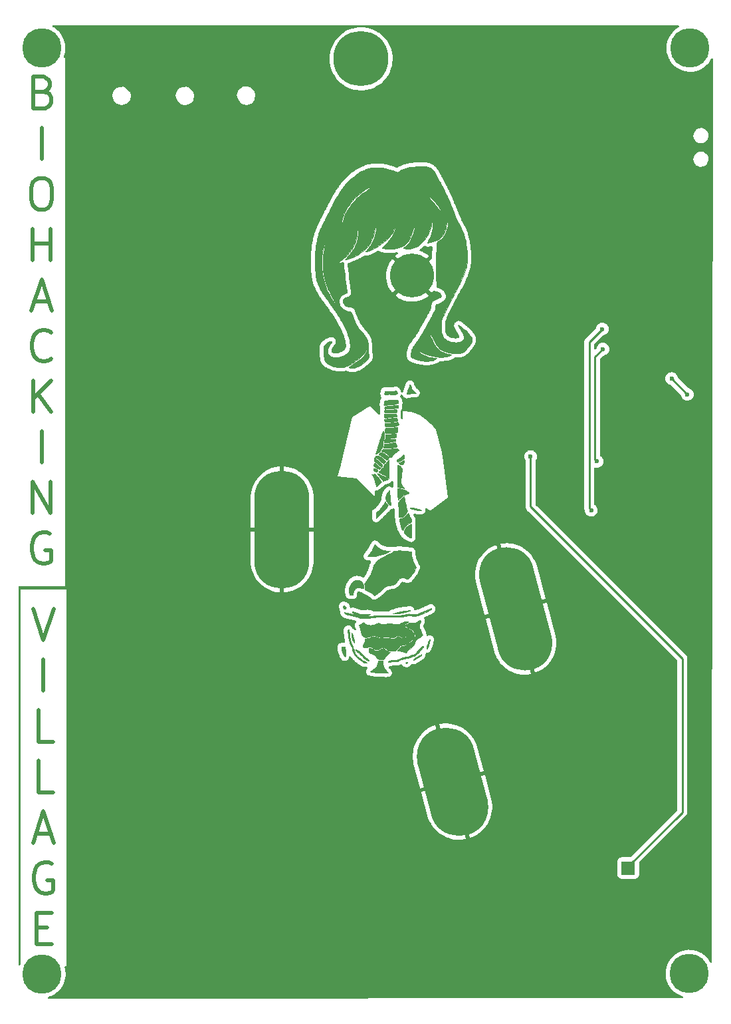
<source format=gbr>
%TF.GenerationSoftware,KiCad,Pcbnew,(6.0.1)*%
%TF.CreationDate,2022-08-22T18:54:27-05:00*%
%TF.ProjectId,Biohacking Village Badge - Gutz-Girl,42696f68-6163-46b6-996e-672056696c6c,1.0b*%
%TF.SameCoordinates,Original*%
%TF.FileFunction,Copper,L1,Top*%
%TF.FilePolarity,Positive*%
%FSLAX46Y46*%
G04 Gerber Fmt 4.6, Leading zero omitted, Abs format (unit mm)*
G04 Created by KiCad (PCBNEW (6.0.1)) date 2022-08-22 18:54:27*
%MOMM*%
%LPD*%
G01*
G04 APERTURE LIST*
G04 Aperture macros list*
%AMHorizOval*
0 Thick line with rounded ends*
0 $1 width*
0 $2 $3 position (X,Y) of the first rounded end (center of the circle)*
0 $4 $5 position (X,Y) of the second rounded end (center of the circle)*
0 Add line between two ends*
20,1,$1,$2,$3,$4,$5,0*
0 Add two circle primitives to create the rounded ends*
1,1,$1,$2,$3*
1,1,$1,$4,$5*%
G04 Aperture macros list end*
%ADD10C,0.500000*%
%TA.AperFunction,NonConductor*%
%ADD11C,0.500000*%
%TD*%
%TA.AperFunction,EtchedComponent*%
%ADD12C,0.010000*%
%TD*%
%TA.AperFunction,ComponentPad*%
%ADD13HorizOval,7.400000X-0.854103X3.187555X0.854103X-3.187555X0*%
%TD*%
%TA.AperFunction,ComponentPad*%
%ADD14C,5.600000*%
%TD*%
%TA.AperFunction,ComponentPad*%
%ADD15O,7.000000X15.000000*%
%TD*%
%TA.AperFunction,ComponentPad*%
%ADD16HorizOval,7.000000X-1.164686X4.346666X1.164686X-4.346666X0*%
%TD*%
%TA.AperFunction,ComponentPad*%
%ADD17R,1.700000X1.700000*%
%TD*%
%TA.AperFunction,ViaPad*%
%ADD18C,5.000000*%
%TD*%
%TA.AperFunction,ViaPad*%
%ADD19C,7.000000*%
%TD*%
%TA.AperFunction,ViaPad*%
%ADD20C,0.600000*%
%TD*%
%TA.AperFunction,Conductor*%
%ADD21C,0.250000*%
%TD*%
G04 APERTURE END LIST*
D10*
D11*
X67260714Y-45759285D02*
X67832142Y-45949761D01*
X68022619Y-46140238D01*
X68213095Y-46521190D01*
X68213095Y-47092619D01*
X68022619Y-47473571D01*
X67832142Y-47664047D01*
X67451190Y-47854523D01*
X65927380Y-47854523D01*
X65927380Y-43854523D01*
X67260714Y-43854523D01*
X67641666Y-44045000D01*
X67832142Y-44235476D01*
X68022619Y-44616428D01*
X68022619Y-44997380D01*
X67832142Y-45378333D01*
X67641666Y-45568809D01*
X67260714Y-45759285D01*
X65927380Y-45759285D01*
X66975000Y-54294523D02*
X66975000Y-50294523D01*
X66594047Y-56734523D02*
X67355952Y-56734523D01*
X67736904Y-56925000D01*
X68117857Y-57305952D01*
X68308333Y-58067857D01*
X68308333Y-59401190D01*
X68117857Y-60163095D01*
X67736904Y-60544047D01*
X67355952Y-60734523D01*
X66594047Y-60734523D01*
X66213095Y-60544047D01*
X65832142Y-60163095D01*
X65641666Y-59401190D01*
X65641666Y-58067857D01*
X65832142Y-57305952D01*
X66213095Y-56925000D01*
X66594047Y-56734523D01*
X65832142Y-67174523D02*
X65832142Y-63174523D01*
X65832142Y-65079285D02*
X68117857Y-65079285D01*
X68117857Y-67174523D02*
X68117857Y-63174523D01*
X66022619Y-72471666D02*
X67927380Y-72471666D01*
X65641666Y-73614523D02*
X66975000Y-69614523D01*
X68308333Y-73614523D01*
X68213095Y-79673571D02*
X68022619Y-79864047D01*
X67451190Y-80054523D01*
X67070238Y-80054523D01*
X66498809Y-79864047D01*
X66117857Y-79483095D01*
X65927380Y-79102142D01*
X65736904Y-78340238D01*
X65736904Y-77768809D01*
X65927380Y-77006904D01*
X66117857Y-76625952D01*
X66498809Y-76245000D01*
X67070238Y-76054523D01*
X67451190Y-76054523D01*
X68022619Y-76245000D01*
X68213095Y-76435476D01*
X65927380Y-86494523D02*
X65927380Y-82494523D01*
X68213095Y-86494523D02*
X66498809Y-84208809D01*
X68213095Y-82494523D02*
X65927380Y-84780238D01*
X66975000Y-92934523D02*
X66975000Y-88934523D01*
X65832142Y-99374523D02*
X65832142Y-95374523D01*
X68117857Y-99374523D01*
X68117857Y-95374523D01*
X68022619Y-102005000D02*
X67641666Y-101814523D01*
X67070238Y-101814523D01*
X66498809Y-102005000D01*
X66117857Y-102385952D01*
X65927380Y-102766904D01*
X65736904Y-103528809D01*
X65736904Y-104100238D01*
X65927380Y-104862142D01*
X66117857Y-105243095D01*
X66498809Y-105624047D01*
X67070238Y-105814523D01*
X67451190Y-105814523D01*
X68022619Y-105624047D01*
X68213095Y-105433571D01*
X68213095Y-104100238D01*
X67451190Y-104100238D01*
D10*
D11*
X65891666Y-111564523D02*
X67225000Y-115564523D01*
X68558333Y-111564523D01*
X67225000Y-122004523D02*
X67225000Y-118004523D01*
X68463095Y-128444523D02*
X66558333Y-128444523D01*
X66558333Y-124444523D01*
X68463095Y-134884523D02*
X66558333Y-134884523D01*
X66558333Y-130884523D01*
X66272619Y-140181666D02*
X68177380Y-140181666D01*
X65891666Y-141324523D02*
X67225000Y-137324523D01*
X68558333Y-141324523D01*
X68272619Y-143955000D02*
X67891666Y-143764523D01*
X67320238Y-143764523D01*
X66748809Y-143955000D01*
X66367857Y-144335952D01*
X66177380Y-144716904D01*
X65986904Y-145478809D01*
X65986904Y-146050238D01*
X66177380Y-146812142D01*
X66367857Y-147193095D01*
X66748809Y-147574047D01*
X67320238Y-147764523D01*
X67701190Y-147764523D01*
X68272619Y-147574047D01*
X68463095Y-147383571D01*
X68463095Y-146050238D01*
X67701190Y-146050238D01*
X66367857Y-152109285D02*
X67701190Y-152109285D01*
X68272619Y-154204523D02*
X66367857Y-154204523D01*
X66367857Y-150204523D01*
X68272619Y-150204523D01*
D12*
%TO.C,G\u002A\u002A\u002A*%
X112356919Y-85599430D02*
X112372899Y-85635856D01*
X112372899Y-85635856D02*
X112384443Y-85700316D01*
X112384443Y-85700316D02*
X112389981Y-85778609D01*
X112389981Y-85778609D02*
X112387942Y-85856534D01*
X112387942Y-85856534D02*
X112386713Y-85868868D01*
X112386713Y-85868868D02*
X112375950Y-85964052D01*
X112375950Y-85964052D02*
X112238367Y-85989526D01*
X112238367Y-85989526D02*
X112171615Y-85999133D01*
X112171615Y-85999133D02*
X112072618Y-86009832D01*
X112072618Y-86009832D02*
X111951417Y-86020707D01*
X111951417Y-86020707D02*
X111818054Y-86030843D01*
X111818054Y-86030843D02*
X111709200Y-86037813D01*
X111709200Y-86037813D02*
X111488366Y-86051128D01*
X111488366Y-86051128D02*
X111288823Y-86064058D01*
X111288823Y-86064058D02*
X111113979Y-86076336D01*
X111113979Y-86076336D02*
X110967244Y-86087696D01*
X110967244Y-86087696D02*
X110852026Y-86097873D01*
X110852026Y-86097873D02*
X110771732Y-86106599D01*
X110771732Y-86106599D02*
X110729773Y-86113608D01*
X110729773Y-86113608D02*
X110726855Y-86114548D01*
X110726855Y-86114548D02*
X110693810Y-86107582D01*
X110693810Y-86107582D02*
X110673657Y-86083633D01*
X110673657Y-86083633D02*
X110654846Y-86019749D01*
X110654846Y-86019749D02*
X110652987Y-85944640D01*
X110652987Y-85944640D02*
X110667701Y-85879457D01*
X110667701Y-85879457D02*
X110677642Y-85861575D01*
X110677642Y-85861575D02*
X110710228Y-85836336D01*
X110710228Y-85836336D02*
X110770348Y-85804876D01*
X110770348Y-85804876D02*
X110845207Y-85773858D01*
X110845207Y-85773858D02*
X110847938Y-85772862D01*
X110847938Y-85772862D02*
X110919809Y-85749108D01*
X110919809Y-85749108D02*
X110986739Y-85733799D01*
X110986739Y-85733799D02*
X111061596Y-85725244D01*
X111061596Y-85725244D02*
X111157251Y-85721748D01*
X111157251Y-85721748D02*
X111239205Y-85721394D01*
X111239205Y-85721394D02*
X111369602Y-85718318D01*
X111369602Y-85718318D02*
X111512003Y-85707839D01*
X111512003Y-85707839D02*
X111675451Y-85689056D01*
X111675451Y-85689056D02*
X111868988Y-85661062D01*
X111868988Y-85661062D02*
X111915022Y-85653813D01*
X111915022Y-85653813D02*
X112044682Y-85633902D01*
X112044682Y-85633902D02*
X112159915Y-85617630D01*
X112159915Y-85617630D02*
X112254281Y-85605791D01*
X112254281Y-85605791D02*
X112321339Y-85599176D01*
X112321339Y-85599176D02*
X112354650Y-85598579D01*
X112354650Y-85598579D02*
X112356919Y-85599430D01*
X112356919Y-85599430D02*
X112356919Y-85599430D01*
G36*
X112356919Y-85599430D02*
G01*
X112372899Y-85635856D01*
X112384443Y-85700316D01*
X112389981Y-85778609D01*
X112387942Y-85856534D01*
X112386713Y-85868868D01*
X112375950Y-85964052D01*
X112238367Y-85989526D01*
X112171615Y-85999133D01*
X112072618Y-86009832D01*
X111951417Y-86020707D01*
X111818054Y-86030843D01*
X111709200Y-86037813D01*
X111488366Y-86051128D01*
X111288823Y-86064058D01*
X111113979Y-86076336D01*
X110967244Y-86087696D01*
X110852026Y-86097873D01*
X110771732Y-86106599D01*
X110729773Y-86113608D01*
X110726855Y-86114548D01*
X110693810Y-86107582D01*
X110673657Y-86083633D01*
X110654846Y-86019749D01*
X110652987Y-85944640D01*
X110667701Y-85879457D01*
X110677642Y-85861575D01*
X110710228Y-85836336D01*
X110770348Y-85804876D01*
X110845207Y-85773858D01*
X110847938Y-85772862D01*
X110919809Y-85749108D01*
X110986739Y-85733799D01*
X111061596Y-85725244D01*
X111157251Y-85721748D01*
X111239205Y-85721394D01*
X111369602Y-85718318D01*
X111512003Y-85707839D01*
X111675451Y-85689056D01*
X111868988Y-85661062D01*
X111915022Y-85653813D01*
X112044682Y-85633902D01*
X112159915Y-85617630D01*
X112254281Y-85605791D01*
X112321339Y-85599176D01*
X112354650Y-85598579D01*
X112356919Y-85599430D01*
G37*
X112356919Y-85599430D02*
X112372899Y-85635856D01*
X112384443Y-85700316D01*
X112389981Y-85778609D01*
X112387942Y-85856534D01*
X112386713Y-85868868D01*
X112375950Y-85964052D01*
X112238367Y-85989526D01*
X112171615Y-85999133D01*
X112072618Y-86009832D01*
X111951417Y-86020707D01*
X111818054Y-86030843D01*
X111709200Y-86037813D01*
X111488366Y-86051128D01*
X111288823Y-86064058D01*
X111113979Y-86076336D01*
X110967244Y-86087696D01*
X110852026Y-86097873D01*
X110771732Y-86106599D01*
X110729773Y-86113608D01*
X110726855Y-86114548D01*
X110693810Y-86107582D01*
X110673657Y-86083633D01*
X110654846Y-86019749D01*
X110652987Y-85944640D01*
X110667701Y-85879457D01*
X110677642Y-85861575D01*
X110710228Y-85836336D01*
X110770348Y-85804876D01*
X110845207Y-85773858D01*
X110847938Y-85772862D01*
X110919809Y-85749108D01*
X110986739Y-85733799D01*
X111061596Y-85725244D01*
X111157251Y-85721748D01*
X111239205Y-85721394D01*
X111369602Y-85718318D01*
X111512003Y-85707839D01*
X111675451Y-85689056D01*
X111868988Y-85661062D01*
X111915022Y-85653813D01*
X112044682Y-85633902D01*
X112159915Y-85617630D01*
X112254281Y-85605791D01*
X112321339Y-85599176D01*
X112354650Y-85598579D01*
X112356919Y-85599430D01*
X111229512Y-92620289D02*
X111232698Y-92678121D01*
X111232698Y-92678121D02*
X111235347Y-92768573D01*
X111235347Y-92768573D02*
X111237461Y-92886792D01*
X111237461Y-92886792D02*
X111239042Y-93027923D01*
X111239042Y-93027923D02*
X111240090Y-93187112D01*
X111240090Y-93187112D02*
X111240607Y-93359504D01*
X111240607Y-93359504D02*
X111240595Y-93540245D01*
X111240595Y-93540245D02*
X111240056Y-93724480D01*
X111240056Y-93724480D02*
X111238990Y-93907355D01*
X111238990Y-93907355D02*
X111237399Y-94084015D01*
X111237399Y-94084015D02*
X111235286Y-94249607D01*
X111235286Y-94249607D02*
X111232650Y-94399275D01*
X111232650Y-94399275D02*
X111229495Y-94528166D01*
X111229495Y-94528166D02*
X111225820Y-94631424D01*
X111225820Y-94631424D02*
X111225158Y-94645792D01*
X111225158Y-94645792D02*
X111211784Y-94924233D01*
X111211784Y-94924233D02*
X111095367Y-94830135D01*
X111095367Y-94830135D02*
X110982347Y-94745863D01*
X110982347Y-94745863D02*
X110844201Y-94656018D01*
X110844201Y-94656018D02*
X110676931Y-94558227D01*
X110676931Y-94558227D02*
X110476538Y-94450116D01*
X110476538Y-94450116D02*
X110319198Y-94369438D01*
X110319198Y-94369438D02*
X110209095Y-94313078D01*
X110209095Y-94313078D02*
X110109295Y-94260407D01*
X110109295Y-94260407D02*
X110027276Y-94215493D01*
X110027276Y-94215493D02*
X109970516Y-94182406D01*
X109970516Y-94182406D02*
X109949847Y-94168483D01*
X109949847Y-94168483D02*
X109917932Y-94138651D01*
X109917932Y-94138651D02*
X109915428Y-94112808D01*
X109915428Y-94112808D02*
X109937710Y-94074262D01*
X109937710Y-94074262D02*
X109966839Y-94040100D01*
X109966839Y-94040100D02*
X110021045Y-93985544D01*
X110021045Y-93985544D02*
X110093103Y-93917564D01*
X110093103Y-93917564D02*
X110175787Y-93843127D01*
X110175787Y-93843127D02*
X110193261Y-93827819D01*
X110193261Y-93827819D02*
X110307627Y-93725240D01*
X110307627Y-93725240D02*
X110394176Y-93639711D01*
X110394176Y-93639711D02*
X110459348Y-93563409D01*
X110459348Y-93563409D02*
X110509584Y-93488515D01*
X110509584Y-93488515D02*
X110551324Y-93407207D01*
X110551324Y-93407207D02*
X110564693Y-93376788D01*
X110564693Y-93376788D02*
X110603668Y-93297018D01*
X110603668Y-93297018D02*
X110652964Y-93211137D01*
X110652964Y-93211137D02*
X110675908Y-93175705D01*
X110675908Y-93175705D02*
X110710917Y-93130358D01*
X110710917Y-93130358D02*
X110765474Y-93066603D01*
X110765474Y-93066603D02*
X110833919Y-92990367D01*
X110833919Y-92990367D02*
X110910591Y-92907578D01*
X110910591Y-92907578D02*
X110989827Y-92824164D01*
X110989827Y-92824164D02*
X111065968Y-92746052D01*
X111065968Y-92746052D02*
X111133352Y-92679172D01*
X111133352Y-92679172D02*
X111186318Y-92629449D01*
X111186318Y-92629449D02*
X111219203Y-92602813D01*
X111219203Y-92602813D02*
X111225788Y-92599934D01*
X111225788Y-92599934D02*
X111229512Y-92620289D01*
X111229512Y-92620289D02*
X111229512Y-92620289D01*
G36*
X111229512Y-92620289D02*
G01*
X111232698Y-92678121D01*
X111235347Y-92768573D01*
X111237461Y-92886792D01*
X111239042Y-93027923D01*
X111240090Y-93187112D01*
X111240607Y-93359504D01*
X111240595Y-93540245D01*
X111240056Y-93724480D01*
X111238990Y-93907355D01*
X111237399Y-94084015D01*
X111235286Y-94249607D01*
X111232650Y-94399275D01*
X111229495Y-94528166D01*
X111225820Y-94631424D01*
X111225158Y-94645792D01*
X111211784Y-94924233D01*
X111095367Y-94830135D01*
X110982347Y-94745863D01*
X110844201Y-94656018D01*
X110676931Y-94558227D01*
X110476538Y-94450116D01*
X110319198Y-94369438D01*
X110209095Y-94313078D01*
X110109295Y-94260407D01*
X110027276Y-94215493D01*
X109970516Y-94182406D01*
X109949847Y-94168483D01*
X109917932Y-94138651D01*
X109915428Y-94112808D01*
X109937710Y-94074262D01*
X109966839Y-94040100D01*
X110021045Y-93985544D01*
X110093103Y-93917564D01*
X110175787Y-93843127D01*
X110193261Y-93827819D01*
X110307627Y-93725240D01*
X110394176Y-93639711D01*
X110459348Y-93563409D01*
X110509584Y-93488515D01*
X110551324Y-93407207D01*
X110564693Y-93376788D01*
X110603668Y-93297018D01*
X110652964Y-93211137D01*
X110675908Y-93175705D01*
X110710917Y-93130358D01*
X110765474Y-93066603D01*
X110833919Y-92990367D01*
X110910591Y-92907578D01*
X110989827Y-92824164D01*
X111065968Y-92746052D01*
X111133352Y-92679172D01*
X111186318Y-92629449D01*
X111219203Y-92602813D01*
X111225788Y-92599934D01*
X111229512Y-92620289D01*
G37*
X111229512Y-92620289D02*
X111232698Y-92678121D01*
X111235347Y-92768573D01*
X111237461Y-92886792D01*
X111239042Y-93027923D01*
X111240090Y-93187112D01*
X111240607Y-93359504D01*
X111240595Y-93540245D01*
X111240056Y-93724480D01*
X111238990Y-93907355D01*
X111237399Y-94084015D01*
X111235286Y-94249607D01*
X111232650Y-94399275D01*
X111229495Y-94528166D01*
X111225820Y-94631424D01*
X111225158Y-94645792D01*
X111211784Y-94924233D01*
X111095367Y-94830135D01*
X110982347Y-94745863D01*
X110844201Y-94656018D01*
X110676931Y-94558227D01*
X110476538Y-94450116D01*
X110319198Y-94369438D01*
X110209095Y-94313078D01*
X110109295Y-94260407D01*
X110027276Y-94215493D01*
X109970516Y-94182406D01*
X109949847Y-94168483D01*
X109917932Y-94138651D01*
X109915428Y-94112808D01*
X109937710Y-94074262D01*
X109966839Y-94040100D01*
X110021045Y-93985544D01*
X110093103Y-93917564D01*
X110175787Y-93843127D01*
X110193261Y-93827819D01*
X110307627Y-93725240D01*
X110394176Y-93639711D01*
X110459348Y-93563409D01*
X110509584Y-93488515D01*
X110551324Y-93407207D01*
X110564693Y-93376788D01*
X110603668Y-93297018D01*
X110652964Y-93211137D01*
X110675908Y-93175705D01*
X110710917Y-93130358D01*
X110765474Y-93066603D01*
X110833919Y-92990367D01*
X110910591Y-92907578D01*
X110989827Y-92824164D01*
X111065968Y-92746052D01*
X111133352Y-92679172D01*
X111186318Y-92629449D01*
X111219203Y-92602813D01*
X111225788Y-92599934D01*
X111229512Y-92620289D01*
X110504402Y-88928569D02*
X110519555Y-88953365D01*
X110519555Y-88953365D02*
X110541485Y-89007477D01*
X110541485Y-89007477D02*
X110565576Y-89079448D01*
X110565576Y-89079448D02*
X110566744Y-89083277D01*
X110566744Y-89083277D02*
X110583353Y-89143162D01*
X110583353Y-89143162D02*
X110594788Y-89201037D01*
X110594788Y-89201037D02*
X110601712Y-89265989D01*
X110601712Y-89265989D02*
X110604786Y-89347107D01*
X110604786Y-89347107D02*
X110604672Y-89453478D01*
X110604672Y-89453478D02*
X110602477Y-89574328D01*
X110602477Y-89574328D02*
X110598629Y-89711950D01*
X110598629Y-89711950D02*
X110593549Y-89814371D01*
X110593549Y-89814371D02*
X110586461Y-89888723D01*
X110586461Y-89888723D02*
X110576590Y-89942135D01*
X110576590Y-89942135D02*
X110563159Y-89981739D01*
X110563159Y-89981739D02*
X110556676Y-89995197D01*
X110556676Y-89995197D02*
X110528428Y-90053862D01*
X110528428Y-90053862D02*
X110507270Y-90111966D01*
X110507270Y-90111966D02*
X110491585Y-90178165D01*
X110491585Y-90178165D02*
X110479757Y-90261116D01*
X110479757Y-90261116D02*
X110470172Y-90369477D01*
X110470172Y-90369477D02*
X110461638Y-90504434D01*
X110461638Y-90504434D02*
X110451168Y-90655053D01*
X110451168Y-90655053D02*
X110436556Y-90775025D01*
X110436556Y-90775025D02*
X110413961Y-90876038D01*
X110413961Y-90876038D02*
X110379545Y-90969776D01*
X110379545Y-90969776D02*
X110329465Y-91067925D01*
X110329465Y-91067925D02*
X110259881Y-91182172D01*
X110259881Y-91182172D02*
X110217337Y-91247821D01*
X110217337Y-91247821D02*
X110104835Y-91407067D01*
X110104835Y-91407067D02*
X109985559Y-91553664D01*
X109985559Y-91553664D02*
X109866655Y-91679608D01*
X109866655Y-91679608D02*
X109755267Y-91776893D01*
X109755267Y-91776893D02*
X109726303Y-91797973D01*
X109726303Y-91797973D02*
X109657812Y-91840619D01*
X109657812Y-91840619D02*
X109608889Y-91856589D01*
X109608889Y-91856589D02*
X109568114Y-91848049D01*
X109568114Y-91848049D02*
X109543592Y-91832642D01*
X109543592Y-91832642D02*
X109530120Y-91818875D01*
X109530120Y-91818875D02*
X109525362Y-91798496D01*
X109525362Y-91798496D02*
X109530974Y-91764651D01*
X109530974Y-91764651D02*
X109548614Y-91710488D01*
X109548614Y-91710488D02*
X109579938Y-91629154D01*
X109579938Y-91629154D02*
X109611981Y-91549707D01*
X109611981Y-91549707D02*
X109659506Y-91428603D01*
X109659506Y-91428603D02*
X109708246Y-91295501D01*
X109708246Y-91295501D02*
X109759727Y-91145695D01*
X109759727Y-91145695D02*
X109815476Y-90974479D01*
X109815476Y-90974479D02*
X109877018Y-90777148D01*
X109877018Y-90777148D02*
X109945881Y-90548995D01*
X109945881Y-90548995D02*
X110023590Y-90285315D01*
X110023590Y-90285315D02*
X110036849Y-90239850D01*
X110036849Y-90239850D02*
X110108161Y-89999286D01*
X110108161Y-89999286D02*
X110176882Y-89775737D01*
X110176882Y-89775737D02*
X110241992Y-89572070D01*
X110241992Y-89572070D02*
X110302469Y-89391148D01*
X110302469Y-89391148D02*
X110357290Y-89235838D01*
X110357290Y-89235838D02*
X110405435Y-89109005D01*
X110405435Y-89109005D02*
X110445881Y-89013513D01*
X110445881Y-89013513D02*
X110477607Y-88952230D01*
X110477607Y-88952230D02*
X110499592Y-88928019D01*
X110499592Y-88928019D02*
X110504402Y-88928569D01*
X110504402Y-88928569D02*
X110504402Y-88928569D01*
G36*
X110504402Y-88928569D02*
G01*
X110519555Y-88953365D01*
X110541485Y-89007477D01*
X110565576Y-89079448D01*
X110566744Y-89083277D01*
X110583353Y-89143162D01*
X110594788Y-89201037D01*
X110601712Y-89265989D01*
X110604786Y-89347107D01*
X110604672Y-89453478D01*
X110602477Y-89574328D01*
X110598629Y-89711950D01*
X110593549Y-89814371D01*
X110586461Y-89888723D01*
X110576590Y-89942135D01*
X110563159Y-89981739D01*
X110556676Y-89995197D01*
X110528428Y-90053862D01*
X110507270Y-90111966D01*
X110491585Y-90178165D01*
X110479757Y-90261116D01*
X110470172Y-90369477D01*
X110461638Y-90504434D01*
X110451168Y-90655053D01*
X110436556Y-90775025D01*
X110413961Y-90876038D01*
X110379545Y-90969776D01*
X110329465Y-91067925D01*
X110259881Y-91182172D01*
X110217337Y-91247821D01*
X110104835Y-91407067D01*
X109985559Y-91553664D01*
X109866655Y-91679608D01*
X109755267Y-91776893D01*
X109726303Y-91797973D01*
X109657812Y-91840619D01*
X109608889Y-91856589D01*
X109568114Y-91848049D01*
X109543592Y-91832642D01*
X109530120Y-91818875D01*
X109525362Y-91798496D01*
X109530974Y-91764651D01*
X109548614Y-91710488D01*
X109579938Y-91629154D01*
X109611981Y-91549707D01*
X109659506Y-91428603D01*
X109708246Y-91295501D01*
X109759727Y-91145695D01*
X109815476Y-90974479D01*
X109877018Y-90777148D01*
X109945881Y-90548995D01*
X110023590Y-90285315D01*
X110036849Y-90239850D01*
X110108161Y-89999286D01*
X110176882Y-89775737D01*
X110241992Y-89572070D01*
X110302469Y-89391148D01*
X110357290Y-89235838D01*
X110405435Y-89109005D01*
X110445881Y-89013513D01*
X110477607Y-88952230D01*
X110499592Y-88928019D01*
X110504402Y-88928569D01*
G37*
X110504402Y-88928569D02*
X110519555Y-88953365D01*
X110541485Y-89007477D01*
X110565576Y-89079448D01*
X110566744Y-89083277D01*
X110583353Y-89143162D01*
X110594788Y-89201037D01*
X110601712Y-89265989D01*
X110604786Y-89347107D01*
X110604672Y-89453478D01*
X110602477Y-89574328D01*
X110598629Y-89711950D01*
X110593549Y-89814371D01*
X110586461Y-89888723D01*
X110576590Y-89942135D01*
X110563159Y-89981739D01*
X110556676Y-89995197D01*
X110528428Y-90053862D01*
X110507270Y-90111966D01*
X110491585Y-90178165D01*
X110479757Y-90261116D01*
X110470172Y-90369477D01*
X110461638Y-90504434D01*
X110451168Y-90655053D01*
X110436556Y-90775025D01*
X110413961Y-90876038D01*
X110379545Y-90969776D01*
X110329465Y-91067925D01*
X110259881Y-91182172D01*
X110217337Y-91247821D01*
X110104835Y-91407067D01*
X109985559Y-91553664D01*
X109866655Y-91679608D01*
X109755267Y-91776893D01*
X109726303Y-91797973D01*
X109657812Y-91840619D01*
X109608889Y-91856589D01*
X109568114Y-91848049D01*
X109543592Y-91832642D01*
X109530120Y-91818875D01*
X109525362Y-91798496D01*
X109530974Y-91764651D01*
X109548614Y-91710488D01*
X109579938Y-91629154D01*
X109611981Y-91549707D01*
X109659506Y-91428603D01*
X109708246Y-91295501D01*
X109759727Y-91145695D01*
X109815476Y-90974479D01*
X109877018Y-90777148D01*
X109945881Y-90548995D01*
X110023590Y-90285315D01*
X110036849Y-90239850D01*
X110108161Y-89999286D01*
X110176882Y-89775737D01*
X110241992Y-89572070D01*
X110302469Y-89391148D01*
X110357290Y-89235838D01*
X110405435Y-89109005D01*
X110445881Y-89013513D01*
X110477607Y-88952230D01*
X110499592Y-88928019D01*
X110504402Y-88928569D01*
X109901997Y-92099998D02*
X110058751Y-92159779D01*
X110058751Y-92159779D02*
X110227954Y-92250461D01*
X110227954Y-92250461D02*
X110335962Y-92320621D01*
X110335962Y-92320621D02*
X110406228Y-92372872D01*
X110406228Y-92372872D02*
X110486501Y-92438367D01*
X110486501Y-92438367D02*
X110570355Y-92511126D01*
X110570355Y-92511126D02*
X110651363Y-92585172D01*
X110651363Y-92585172D02*
X110723099Y-92654526D01*
X110723099Y-92654526D02*
X110779138Y-92713207D01*
X110779138Y-92713207D02*
X110813054Y-92755237D01*
X110813054Y-92755237D02*
X110820200Y-92771170D01*
X110820200Y-92771170D02*
X110805501Y-92798543D01*
X110805501Y-92798543D02*
X110767128Y-92844883D01*
X110767128Y-92844883D02*
X110713671Y-92901749D01*
X110713671Y-92901749D02*
X110653716Y-92960696D01*
X110653716Y-92960696D02*
X110595853Y-93013282D01*
X110595853Y-93013282D02*
X110548669Y-93051064D01*
X110548669Y-93051064D02*
X110520752Y-93065600D01*
X110520752Y-93065600D02*
X110520704Y-93065600D01*
X110520704Y-93065600D02*
X110495215Y-93051683D01*
X110495215Y-93051683D02*
X110444848Y-93013056D01*
X110444848Y-93013056D02*
X110375189Y-92954403D01*
X110375189Y-92954403D02*
X110291824Y-92880410D01*
X110291824Y-92880410D02*
X110211543Y-92806309D01*
X110211543Y-92806309D02*
X110070373Y-92677157D01*
X110070373Y-92677157D02*
X109950016Y-92575434D01*
X109950016Y-92575434D02*
X109843795Y-92496371D01*
X109843795Y-92496371D02*
X109745034Y-92435203D01*
X109745034Y-92435203D02*
X109647056Y-92387163D01*
X109647056Y-92387163D02*
X109594966Y-92366077D01*
X109594966Y-92366077D02*
X109486700Y-92324939D01*
X109486700Y-92324939D02*
X109486700Y-92373724D01*
X109486700Y-92373724D02*
X109495189Y-92421986D01*
X109495189Y-92421986D02*
X109525149Y-92464894D01*
X109525149Y-92464894D02*
X109583323Y-92509803D01*
X109583323Y-92509803D02*
X109645450Y-92546937D01*
X109645450Y-92546937D02*
X109758210Y-92617241D01*
X109758210Y-92617241D02*
X109875703Y-92702492D01*
X109875703Y-92702492D02*
X109992740Y-92797632D01*
X109992740Y-92797632D02*
X110104133Y-92897605D01*
X110104133Y-92897605D02*
X110204692Y-92997353D01*
X110204692Y-92997353D02*
X110289229Y-93091821D01*
X110289229Y-93091821D02*
X110352554Y-93175952D01*
X110352554Y-93175952D02*
X110389479Y-93244689D01*
X110389479Y-93244689D02*
X110396867Y-93279187D01*
X110396867Y-93279187D02*
X110388452Y-93319104D01*
X110388452Y-93319104D02*
X110367359Y-93374784D01*
X110367359Y-93374784D02*
X110339812Y-93433374D01*
X110339812Y-93433374D02*
X110312035Y-93482020D01*
X110312035Y-93482020D02*
X110290254Y-93507867D01*
X110290254Y-93507867D02*
X110285476Y-93509209D01*
X110285476Y-93509209D02*
X110268878Y-93495465D01*
X110268878Y-93495465D02*
X110226884Y-93458414D01*
X110226884Y-93458414D02*
X110165364Y-93403292D01*
X110165364Y-93403292D02*
X110090187Y-93335334D01*
X110090187Y-93335334D02*
X110068784Y-93315896D01*
X110068784Y-93315896D02*
X109918047Y-93181704D01*
X109918047Y-93181704D02*
X109789041Y-93073591D01*
X109789041Y-93073591D02*
X109674974Y-92986351D01*
X109674974Y-92986351D02*
X109569054Y-92914781D01*
X109569054Y-92914781D02*
X109468502Y-92855858D01*
X109468502Y-92855858D02*
X109396914Y-92815644D01*
X109396914Y-92815644D02*
X109354494Y-92785746D01*
X109354494Y-92785746D02*
X109332979Y-92756711D01*
X109332979Y-92756711D02*
X109324105Y-92719084D01*
X109324105Y-92719084D02*
X109321342Y-92687510D01*
X109321342Y-92687510D02*
X109324796Y-92568607D01*
X109324796Y-92568607D02*
X109348714Y-92443963D01*
X109348714Y-92443963D02*
X109389095Y-92324173D01*
X109389095Y-92324173D02*
X109441936Y-92219834D01*
X109441936Y-92219834D02*
X109503236Y-92141542D01*
X109503236Y-92141542D02*
X109537844Y-92114196D01*
X109537844Y-92114196D02*
X109638403Y-92076394D01*
X109638403Y-92076394D02*
X109760834Y-92071933D01*
X109760834Y-92071933D02*
X109901997Y-92099998D01*
X109901997Y-92099998D02*
X109901997Y-92099998D01*
G36*
X109901997Y-92099998D02*
G01*
X110058751Y-92159779D01*
X110227954Y-92250461D01*
X110335962Y-92320621D01*
X110406228Y-92372872D01*
X110486501Y-92438367D01*
X110570355Y-92511126D01*
X110651363Y-92585172D01*
X110723099Y-92654526D01*
X110779138Y-92713207D01*
X110813054Y-92755237D01*
X110820200Y-92771170D01*
X110805501Y-92798543D01*
X110767128Y-92844883D01*
X110713671Y-92901749D01*
X110653716Y-92960696D01*
X110595853Y-93013282D01*
X110548669Y-93051064D01*
X110520752Y-93065600D01*
X110520704Y-93065600D01*
X110495215Y-93051683D01*
X110444848Y-93013056D01*
X110375189Y-92954403D01*
X110291824Y-92880410D01*
X110211543Y-92806309D01*
X110070373Y-92677157D01*
X109950016Y-92575434D01*
X109843795Y-92496371D01*
X109745034Y-92435203D01*
X109647056Y-92387163D01*
X109594966Y-92366077D01*
X109486700Y-92324939D01*
X109486700Y-92373724D01*
X109495189Y-92421986D01*
X109525149Y-92464894D01*
X109583323Y-92509803D01*
X109645450Y-92546937D01*
X109758210Y-92617241D01*
X109875703Y-92702492D01*
X109992740Y-92797632D01*
X110104133Y-92897605D01*
X110204692Y-92997353D01*
X110289229Y-93091821D01*
X110352554Y-93175952D01*
X110389479Y-93244689D01*
X110396867Y-93279187D01*
X110388452Y-93319104D01*
X110367359Y-93374784D01*
X110339812Y-93433374D01*
X110312035Y-93482020D01*
X110290254Y-93507867D01*
X110285476Y-93509209D01*
X110268878Y-93495465D01*
X110226884Y-93458414D01*
X110165364Y-93403292D01*
X110090187Y-93335334D01*
X110068784Y-93315896D01*
X109918047Y-93181704D01*
X109789041Y-93073591D01*
X109674974Y-92986351D01*
X109569054Y-92914781D01*
X109468502Y-92855858D01*
X109396914Y-92815644D01*
X109354494Y-92785746D01*
X109332979Y-92756711D01*
X109324105Y-92719084D01*
X109321342Y-92687510D01*
X109324796Y-92568607D01*
X109348714Y-92443963D01*
X109389095Y-92324173D01*
X109441936Y-92219834D01*
X109503236Y-92141542D01*
X109537844Y-92114196D01*
X109638403Y-92076394D01*
X109760834Y-92071933D01*
X109901997Y-92099998D01*
G37*
X109901997Y-92099998D02*
X110058751Y-92159779D01*
X110227954Y-92250461D01*
X110335962Y-92320621D01*
X110406228Y-92372872D01*
X110486501Y-92438367D01*
X110570355Y-92511126D01*
X110651363Y-92585172D01*
X110723099Y-92654526D01*
X110779138Y-92713207D01*
X110813054Y-92755237D01*
X110820200Y-92771170D01*
X110805501Y-92798543D01*
X110767128Y-92844883D01*
X110713671Y-92901749D01*
X110653716Y-92960696D01*
X110595853Y-93013282D01*
X110548669Y-93051064D01*
X110520752Y-93065600D01*
X110520704Y-93065600D01*
X110495215Y-93051683D01*
X110444848Y-93013056D01*
X110375189Y-92954403D01*
X110291824Y-92880410D01*
X110211543Y-92806309D01*
X110070373Y-92677157D01*
X109950016Y-92575434D01*
X109843795Y-92496371D01*
X109745034Y-92435203D01*
X109647056Y-92387163D01*
X109594966Y-92366077D01*
X109486700Y-92324939D01*
X109486700Y-92373724D01*
X109495189Y-92421986D01*
X109525149Y-92464894D01*
X109583323Y-92509803D01*
X109645450Y-92546937D01*
X109758210Y-92617241D01*
X109875703Y-92702492D01*
X109992740Y-92797632D01*
X110104133Y-92897605D01*
X110204692Y-92997353D01*
X110289229Y-93091821D01*
X110352554Y-93175952D01*
X110389479Y-93244689D01*
X110396867Y-93279187D01*
X110388452Y-93319104D01*
X110367359Y-93374784D01*
X110339812Y-93433374D01*
X110312035Y-93482020D01*
X110290254Y-93507867D01*
X110285476Y-93509209D01*
X110268878Y-93495465D01*
X110226884Y-93458414D01*
X110165364Y-93403292D01*
X110090187Y-93335334D01*
X110068784Y-93315896D01*
X109918047Y-93181704D01*
X109789041Y-93073591D01*
X109674974Y-92986351D01*
X109569054Y-92914781D01*
X109468502Y-92855858D01*
X109396914Y-92815644D01*
X109354494Y-92785746D01*
X109332979Y-92756711D01*
X109324105Y-92719084D01*
X109321342Y-92687510D01*
X109324796Y-92568607D01*
X109348714Y-92443963D01*
X109389095Y-92324173D01*
X109441936Y-92219834D01*
X109503236Y-92141542D01*
X109537844Y-92114196D01*
X109638403Y-92076394D01*
X109760834Y-92071933D01*
X109901997Y-92099998D01*
X112202661Y-86197768D02*
X112213668Y-86218883D01*
X112213668Y-86218883D02*
X112228589Y-86272969D01*
X112228589Y-86272969D02*
X112237376Y-86346065D01*
X112237376Y-86346065D02*
X112238367Y-86377442D01*
X112238367Y-86377442D02*
X112239017Y-86411721D01*
X112239017Y-86411721D02*
X112238827Y-86440818D01*
X112238827Y-86440818D02*
X112234582Y-86465326D01*
X112234582Y-86465326D02*
X112223069Y-86485838D01*
X112223069Y-86485838D02*
X112201076Y-86502947D01*
X112201076Y-86502947D02*
X112165389Y-86517245D01*
X112165389Y-86517245D02*
X112112794Y-86529326D01*
X112112794Y-86529326D02*
X112040079Y-86539782D01*
X112040079Y-86539782D02*
X111944030Y-86549207D01*
X111944030Y-86549207D02*
X111821434Y-86558192D01*
X111821434Y-86558192D02*
X111669078Y-86567332D01*
X111669078Y-86567332D02*
X111483749Y-86577218D01*
X111483749Y-86577218D02*
X111262232Y-86588444D01*
X111262232Y-86588444D02*
X111031867Y-86600051D01*
X111031867Y-86600051D02*
X110912241Y-86603850D01*
X110912241Y-86603850D02*
X110828110Y-86600848D01*
X110828110Y-86600848D02*
X110773126Y-86590675D01*
X110773126Y-86590675D02*
X110756700Y-86583919D01*
X110756700Y-86583919D02*
X110706587Y-86539071D01*
X110706587Y-86539071D02*
X110660759Y-86464428D01*
X110660759Y-86464428D02*
X110626486Y-86372423D01*
X110626486Y-86372423D02*
X110621612Y-86352836D01*
X110621612Y-86352836D02*
X110617033Y-86322130D01*
X110617033Y-86322130D02*
X110626507Y-86303021D01*
X110626507Y-86303021D02*
X110658643Y-86289764D01*
X110658643Y-86289764D02*
X110722049Y-86276619D01*
X110722049Y-86276619D02*
X110741014Y-86273177D01*
X110741014Y-86273177D02*
X110895126Y-86249281D01*
X110895126Y-86249281D02*
X111069464Y-86229902D01*
X111069464Y-86229902D02*
X111270179Y-86214529D01*
X111270179Y-86214529D02*
X111503420Y-86202652D01*
X111503420Y-86202652D02*
X111656284Y-86197156D01*
X111656284Y-86197156D02*
X111787064Y-86192636D01*
X111787064Y-86192636D02*
X111907233Y-86187725D01*
X111907233Y-86187725D02*
X112008810Y-86182809D01*
X112008810Y-86182809D02*
X112083816Y-86178273D01*
X112083816Y-86178273D02*
X112123709Y-86174590D01*
X112123709Y-86174590D02*
X112173688Y-86173823D01*
X112173688Y-86173823D02*
X112202661Y-86197768D01*
X112202661Y-86197768D02*
X112202661Y-86197768D01*
G36*
X112202661Y-86197768D02*
G01*
X112213668Y-86218883D01*
X112228589Y-86272969D01*
X112237376Y-86346065D01*
X112238367Y-86377442D01*
X112239017Y-86411721D01*
X112238827Y-86440818D01*
X112234582Y-86465326D01*
X112223069Y-86485838D01*
X112201076Y-86502947D01*
X112165389Y-86517245D01*
X112112794Y-86529326D01*
X112040079Y-86539782D01*
X111944030Y-86549207D01*
X111821434Y-86558192D01*
X111669078Y-86567332D01*
X111483749Y-86577218D01*
X111262232Y-86588444D01*
X111031867Y-86600051D01*
X110912241Y-86603850D01*
X110828110Y-86600848D01*
X110773126Y-86590675D01*
X110756700Y-86583919D01*
X110706587Y-86539071D01*
X110660759Y-86464428D01*
X110626486Y-86372423D01*
X110621612Y-86352836D01*
X110617033Y-86322130D01*
X110626507Y-86303021D01*
X110658643Y-86289764D01*
X110722049Y-86276619D01*
X110741014Y-86273177D01*
X110895126Y-86249281D01*
X111069464Y-86229902D01*
X111270179Y-86214529D01*
X111503420Y-86202652D01*
X111656284Y-86197156D01*
X111787064Y-86192636D01*
X111907233Y-86187725D01*
X112008810Y-86182809D01*
X112083816Y-86178273D01*
X112123709Y-86174590D01*
X112173688Y-86173823D01*
X112202661Y-86197768D01*
G37*
X112202661Y-86197768D02*
X112213668Y-86218883D01*
X112228589Y-86272969D01*
X112237376Y-86346065D01*
X112238367Y-86377442D01*
X112239017Y-86411721D01*
X112238827Y-86440818D01*
X112234582Y-86465326D01*
X112223069Y-86485838D01*
X112201076Y-86502947D01*
X112165389Y-86517245D01*
X112112794Y-86529326D01*
X112040079Y-86539782D01*
X111944030Y-86549207D01*
X111821434Y-86558192D01*
X111669078Y-86567332D01*
X111483749Y-86577218D01*
X111262232Y-86588444D01*
X111031867Y-86600051D01*
X110912241Y-86603850D01*
X110828110Y-86600848D01*
X110773126Y-86590675D01*
X110756700Y-86583919D01*
X110706587Y-86539071D01*
X110660759Y-86464428D01*
X110626486Y-86372423D01*
X110621612Y-86352836D01*
X110617033Y-86322130D01*
X110626507Y-86303021D01*
X110658643Y-86289764D01*
X110722049Y-86276619D01*
X110741014Y-86273177D01*
X110895126Y-86249281D01*
X111069464Y-86229902D01*
X111270179Y-86214529D01*
X111503420Y-86202652D01*
X111656284Y-86197156D01*
X111787064Y-86192636D01*
X111907233Y-86187725D01*
X112008810Y-86182809D01*
X112083816Y-86178273D01*
X112123709Y-86174590D01*
X112173688Y-86173823D01*
X112202661Y-86197768D01*
X113100368Y-91940595D02*
X113130874Y-91984803D01*
X113130874Y-91984803D02*
X113149159Y-92019143D01*
X113149159Y-92019143D02*
X113182899Y-92128197D01*
X113182899Y-92128197D02*
X113186503Y-92243219D01*
X113186503Y-92243219D02*
X113160659Y-92349879D01*
X113160659Y-92349879D02*
X113130656Y-92404814D01*
X113130656Y-92404814D02*
X113075268Y-92463329D01*
X113075268Y-92463329D02*
X112988822Y-92531184D01*
X112988822Y-92531184D02*
X112879870Y-92602770D01*
X112879870Y-92602770D02*
X112756960Y-92672480D01*
X112756960Y-92672480D02*
X112628642Y-92734706D01*
X112628642Y-92734706D02*
X112625794Y-92735961D01*
X112625794Y-92735961D02*
X112515453Y-92783194D01*
X112515453Y-92783194D02*
X112435437Y-92812676D01*
X112435437Y-92812676D02*
X112377945Y-92825053D01*
X112377945Y-92825053D02*
X112335177Y-92820970D01*
X112335177Y-92820970D02*
X112299330Y-92801073D01*
X112299330Y-92801073D02*
X112262619Y-92766024D01*
X112262619Y-92766024D02*
X112222712Y-92719187D01*
X112222712Y-92719187D02*
X112198984Y-92683127D01*
X112198984Y-92683127D02*
X112196132Y-92674017D01*
X112196132Y-92674017D02*
X112214466Y-92643581D01*
X112214466Y-92643581D02*
X112267088Y-92597705D01*
X112267088Y-92597705D02*
X112350134Y-92539283D01*
X112350134Y-92539283D02*
X112459735Y-92471213D01*
X112459735Y-92471213D02*
X112492367Y-92452139D01*
X112492367Y-92452139D02*
X112645540Y-92355784D01*
X112645540Y-92355784D02*
X112770087Y-92257885D01*
X112770087Y-92257885D02*
X112878684Y-92147610D01*
X112878684Y-92147610D02*
X112947450Y-92063215D01*
X112947450Y-92063215D02*
X112999252Y-91999109D01*
X112999252Y-91999109D02*
X113043684Y-91950480D01*
X113043684Y-91950480D02*
X113073112Y-91925486D01*
X113073112Y-91925486D02*
X113077854Y-91923817D01*
X113077854Y-91923817D02*
X113100368Y-91940595D01*
X113100368Y-91940595D02*
X113100368Y-91940595D01*
G36*
X113100368Y-91940595D02*
G01*
X113130874Y-91984803D01*
X113149159Y-92019143D01*
X113182899Y-92128197D01*
X113186503Y-92243219D01*
X113160659Y-92349879D01*
X113130656Y-92404814D01*
X113075268Y-92463329D01*
X112988822Y-92531184D01*
X112879870Y-92602770D01*
X112756960Y-92672480D01*
X112628642Y-92734706D01*
X112625794Y-92735961D01*
X112515453Y-92783194D01*
X112435437Y-92812676D01*
X112377945Y-92825053D01*
X112335177Y-92820970D01*
X112299330Y-92801073D01*
X112262619Y-92766024D01*
X112222712Y-92719187D01*
X112198984Y-92683127D01*
X112196132Y-92674017D01*
X112214466Y-92643581D01*
X112267088Y-92597705D01*
X112350134Y-92539283D01*
X112459735Y-92471213D01*
X112492367Y-92452139D01*
X112645540Y-92355784D01*
X112770087Y-92257885D01*
X112878684Y-92147610D01*
X112947450Y-92063215D01*
X112999252Y-91999109D01*
X113043684Y-91950480D01*
X113073112Y-91925486D01*
X113077854Y-91923817D01*
X113100368Y-91940595D01*
G37*
X113100368Y-91940595D02*
X113130874Y-91984803D01*
X113149159Y-92019143D01*
X113182899Y-92128197D01*
X113186503Y-92243219D01*
X113160659Y-92349879D01*
X113130656Y-92404814D01*
X113075268Y-92463329D01*
X112988822Y-92531184D01*
X112879870Y-92602770D01*
X112756960Y-92672480D01*
X112628642Y-92734706D01*
X112625794Y-92735961D01*
X112515453Y-92783194D01*
X112435437Y-92812676D01*
X112377945Y-92825053D01*
X112335177Y-92820970D01*
X112299330Y-92801073D01*
X112262619Y-92766024D01*
X112222712Y-92719187D01*
X112198984Y-92683127D01*
X112196132Y-92674017D01*
X112214466Y-92643581D01*
X112267088Y-92597705D01*
X112350134Y-92539283D01*
X112459735Y-92471213D01*
X112492367Y-92452139D01*
X112645540Y-92355784D01*
X112770087Y-92257885D01*
X112878684Y-92147610D01*
X112947450Y-92063215D01*
X112999252Y-91999109D01*
X113043684Y-91950480D01*
X113073112Y-91925486D01*
X113077854Y-91923817D01*
X113100368Y-91940595D01*
X112176087Y-86800267D02*
X112209435Y-86906320D01*
X112209435Y-86906320D02*
X112214019Y-86987888D01*
X112214019Y-86987888D02*
X112189891Y-87042205D01*
X112189891Y-87042205D02*
X112171328Y-87056161D01*
X112171328Y-87056161D02*
X112132407Y-87067499D01*
X112132407Y-87067499D02*
X112061725Y-87079575D01*
X112061725Y-87079575D02*
X111969795Y-87090846D01*
X111969795Y-87090846D02*
X111880286Y-87098830D01*
X111880286Y-87098830D02*
X111766004Y-87109234D01*
X111766004Y-87109234D02*
X111626165Y-87124928D01*
X111626165Y-87124928D02*
X111476917Y-87143948D01*
X111476917Y-87143948D02*
X111334410Y-87164329D01*
X111334410Y-87164329D02*
X111307034Y-87168569D01*
X111307034Y-87168569D02*
X111127218Y-87195980D01*
X111127218Y-87195980D02*
X110984018Y-87215614D01*
X110984018Y-87215614D02*
X110872509Y-87227862D01*
X110872509Y-87227862D02*
X110787769Y-87233114D01*
X110787769Y-87233114D02*
X110724874Y-87231762D01*
X110724874Y-87231762D02*
X110678902Y-87224196D01*
X110678902Y-87224196D02*
X110664382Y-87219604D01*
X110664382Y-87219604D02*
X110603815Y-87197333D01*
X110603815Y-87197333D02*
X110612171Y-86989275D01*
X110612171Y-86989275D02*
X110616665Y-86899972D01*
X110616665Y-86899972D02*
X110622002Y-86827834D01*
X110622002Y-86827834D02*
X110627379Y-86782439D01*
X110627379Y-86782439D02*
X110630406Y-86771903D01*
X110630406Y-86771903D02*
X110653259Y-86768774D01*
X110653259Y-86768774D02*
X110713096Y-86764448D01*
X110713096Y-86764448D02*
X110804595Y-86759204D01*
X110804595Y-86759204D02*
X110922432Y-86753319D01*
X110922432Y-86753319D02*
X111061283Y-86747069D01*
X111061283Y-86747069D02*
X111215826Y-86740733D01*
X111215826Y-86740733D02*
X111264700Y-86738847D01*
X111264700Y-86738847D02*
X111429997Y-86732551D01*
X111429997Y-86732551D02*
X111587569Y-86726528D01*
X111587569Y-86726528D02*
X111730732Y-86721036D01*
X111730732Y-86721036D02*
X111852799Y-86716332D01*
X111852799Y-86716332D02*
X111947084Y-86712673D01*
X111947084Y-86712673D02*
X112006902Y-86710316D01*
X112006902Y-86710316D02*
X112013228Y-86710061D01*
X112013228Y-86710061D02*
X112137339Y-86705017D01*
X112137339Y-86705017D02*
X112176087Y-86800267D01*
X112176087Y-86800267D02*
X112176087Y-86800267D01*
G36*
X112176087Y-86800267D02*
G01*
X112209435Y-86906320D01*
X112214019Y-86987888D01*
X112189891Y-87042205D01*
X112171328Y-87056161D01*
X112132407Y-87067499D01*
X112061725Y-87079575D01*
X111969795Y-87090846D01*
X111880286Y-87098830D01*
X111766004Y-87109234D01*
X111626165Y-87124928D01*
X111476917Y-87143948D01*
X111334410Y-87164329D01*
X111307034Y-87168569D01*
X111127218Y-87195980D01*
X110984018Y-87215614D01*
X110872509Y-87227862D01*
X110787769Y-87233114D01*
X110724874Y-87231762D01*
X110678902Y-87224196D01*
X110664382Y-87219604D01*
X110603815Y-87197333D01*
X110612171Y-86989275D01*
X110616665Y-86899972D01*
X110622002Y-86827834D01*
X110627379Y-86782439D01*
X110630406Y-86771903D01*
X110653259Y-86768774D01*
X110713096Y-86764448D01*
X110804595Y-86759204D01*
X110922432Y-86753319D01*
X111061283Y-86747069D01*
X111215826Y-86740733D01*
X111264700Y-86738847D01*
X111429997Y-86732551D01*
X111587569Y-86726528D01*
X111730732Y-86721036D01*
X111852799Y-86716332D01*
X111947084Y-86712673D01*
X112006902Y-86710316D01*
X112013228Y-86710061D01*
X112137339Y-86705017D01*
X112176087Y-86800267D01*
G37*
X112176087Y-86800267D02*
X112209435Y-86906320D01*
X112214019Y-86987888D01*
X112189891Y-87042205D01*
X112171328Y-87056161D01*
X112132407Y-87067499D01*
X112061725Y-87079575D01*
X111969795Y-87090846D01*
X111880286Y-87098830D01*
X111766004Y-87109234D01*
X111626165Y-87124928D01*
X111476917Y-87143948D01*
X111334410Y-87164329D01*
X111307034Y-87168569D01*
X111127218Y-87195980D01*
X110984018Y-87215614D01*
X110872509Y-87227862D01*
X110787769Y-87233114D01*
X110724874Y-87231762D01*
X110678902Y-87224196D01*
X110664382Y-87219604D01*
X110603815Y-87197333D01*
X110612171Y-86989275D01*
X110616665Y-86899972D01*
X110622002Y-86827834D01*
X110627379Y-86782439D01*
X110630406Y-86771903D01*
X110653259Y-86768774D01*
X110713096Y-86764448D01*
X110804595Y-86759204D01*
X110922432Y-86753319D01*
X111061283Y-86747069D01*
X111215826Y-86740733D01*
X111264700Y-86738847D01*
X111429997Y-86732551D01*
X111587569Y-86726528D01*
X111730732Y-86721036D01*
X111852799Y-86716332D01*
X111947084Y-86712673D01*
X112006902Y-86710316D01*
X112013228Y-86710061D01*
X112137339Y-86705017D01*
X112176087Y-86800267D01*
X109362509Y-92976713D02*
X109415403Y-93001857D01*
X109415403Y-93001857D02*
X109488455Y-93046715D01*
X109488455Y-93046715D02*
X109575895Y-93107117D01*
X109575895Y-93107117D02*
X109671953Y-93178891D01*
X109671953Y-93178891D02*
X109770856Y-93257868D01*
X109770856Y-93257868D02*
X109866834Y-93339875D01*
X109866834Y-93339875D02*
X109954116Y-93420743D01*
X109954116Y-93420743D02*
X109960989Y-93427470D01*
X109960989Y-93427470D02*
X110174617Y-93637580D01*
X110174617Y-93637580D02*
X110115228Y-93690257D01*
X110115228Y-93690257D02*
X110067122Y-93724730D01*
X110067122Y-93724730D02*
X110015051Y-93742025D01*
X110015051Y-93742025D02*
X109952962Y-93741059D01*
X109952962Y-93741059D02*
X109874803Y-93720749D01*
X109874803Y-93720749D02*
X109774521Y-93680010D01*
X109774521Y-93680010D02*
X109646063Y-93617758D01*
X109646063Y-93617758D02*
X109611459Y-93600059D01*
X109611459Y-93600059D02*
X109490758Y-93536045D01*
X109490758Y-93536045D02*
X109404636Y-93485760D01*
X109404636Y-93485760D02*
X109348723Y-93446338D01*
X109348723Y-93446338D02*
X109318653Y-93414915D01*
X109318653Y-93414915D02*
X109313010Y-93404267D01*
X109313010Y-93404267D02*
X109305209Y-93360903D01*
X109305209Y-93360903D02*
X109302331Y-93291401D01*
X109302331Y-93291401D02*
X109303743Y-93207814D01*
X109303743Y-93207814D02*
X109308813Y-93122196D01*
X109308813Y-93122196D02*
X109316905Y-93046599D01*
X109316905Y-93046599D02*
X109327388Y-92993078D01*
X109327388Y-92993078D02*
X109335546Y-92975454D01*
X109335546Y-92975454D02*
X109362509Y-92976713D01*
X109362509Y-92976713D02*
X109362509Y-92976713D01*
G36*
X109362509Y-92976713D02*
G01*
X109415403Y-93001857D01*
X109488455Y-93046715D01*
X109575895Y-93107117D01*
X109671953Y-93178891D01*
X109770856Y-93257868D01*
X109866834Y-93339875D01*
X109954116Y-93420743D01*
X109960989Y-93427470D01*
X110174617Y-93637580D01*
X110115228Y-93690257D01*
X110067122Y-93724730D01*
X110015051Y-93742025D01*
X109952962Y-93741059D01*
X109874803Y-93720749D01*
X109774521Y-93680010D01*
X109646063Y-93617758D01*
X109611459Y-93600059D01*
X109490758Y-93536045D01*
X109404636Y-93485760D01*
X109348723Y-93446338D01*
X109318653Y-93414915D01*
X109313010Y-93404267D01*
X109305209Y-93360903D01*
X109302331Y-93291401D01*
X109303743Y-93207814D01*
X109308813Y-93122196D01*
X109316905Y-93046599D01*
X109327388Y-92993078D01*
X109335546Y-92975454D01*
X109362509Y-92976713D01*
G37*
X109362509Y-92976713D02*
X109415403Y-93001857D01*
X109488455Y-93046715D01*
X109575895Y-93107117D01*
X109671953Y-93178891D01*
X109770856Y-93257868D01*
X109866834Y-93339875D01*
X109954116Y-93420743D01*
X109960989Y-93427470D01*
X110174617Y-93637580D01*
X110115228Y-93690257D01*
X110067122Y-93724730D01*
X110015051Y-93742025D01*
X109952962Y-93741059D01*
X109874803Y-93720749D01*
X109774521Y-93680010D01*
X109646063Y-93617758D01*
X109611459Y-93600059D01*
X109490758Y-93536045D01*
X109404636Y-93485760D01*
X109348723Y-93446338D01*
X109318653Y-93414915D01*
X109313010Y-93404267D01*
X109305209Y-93360903D01*
X109302331Y-93291401D01*
X109303743Y-93207814D01*
X109308813Y-93122196D01*
X109316905Y-93046599D01*
X109327388Y-92993078D01*
X109335546Y-92975454D01*
X109362509Y-92976713D01*
X112046679Y-89931802D02*
X112064685Y-89974053D01*
X112064685Y-89974053D02*
X112070696Y-89993635D01*
X112070696Y-89993635D02*
X112083826Y-90067952D01*
X112083826Y-90067952D02*
X112083364Y-90141193D01*
X112083364Y-90141193D02*
X112081937Y-90150260D01*
X112081937Y-90150260D02*
X112068196Y-90223504D01*
X112068196Y-90223504D02*
X111904573Y-90238139D01*
X111904573Y-90238139D02*
X111826938Y-90247416D01*
X111826938Y-90247416D02*
X111719225Y-90263489D01*
X111719225Y-90263489D02*
X111592794Y-90284504D01*
X111592794Y-90284504D02*
X111459007Y-90308609D01*
X111459007Y-90308609D02*
X111381117Y-90323549D01*
X111381117Y-90323549D02*
X111174073Y-90361898D01*
X111174073Y-90361898D02*
X111000088Y-90389103D01*
X111000088Y-90389103D02*
X110861125Y-90404930D01*
X110861125Y-90404930D02*
X110759146Y-90409147D01*
X110759146Y-90409147D02*
X110703784Y-90403614D01*
X110703784Y-90403614D02*
X110661391Y-90384483D01*
X110661391Y-90384483D02*
X110645899Y-90369693D01*
X110645899Y-90369693D02*
X110633262Y-90323751D01*
X110633262Y-90323751D02*
X110631085Y-90250658D01*
X110631085Y-90250658D02*
X110638999Y-90164187D01*
X110638999Y-90164187D02*
X110653380Y-90090473D01*
X110653380Y-90090473D02*
X110677059Y-89996434D01*
X110677059Y-89996434D02*
X111018634Y-89996434D01*
X111018634Y-89996434D02*
X111198034Y-89993005D01*
X111198034Y-89993005D02*
X111393512Y-89983426D01*
X111393512Y-89983426D02*
X111591409Y-89968755D01*
X111591409Y-89968755D02*
X111778066Y-89950051D01*
X111778066Y-89950051D02*
X111939823Y-89928373D01*
X111939823Y-89928373D02*
X111977999Y-89922054D01*
X111977999Y-89922054D02*
X112022067Y-89917776D01*
X112022067Y-89917776D02*
X112046679Y-89931802D01*
X112046679Y-89931802D02*
X112046679Y-89931802D01*
G36*
X112046679Y-89931802D02*
G01*
X112064685Y-89974053D01*
X112070696Y-89993635D01*
X112083826Y-90067952D01*
X112083364Y-90141193D01*
X112081937Y-90150260D01*
X112068196Y-90223504D01*
X111904573Y-90238139D01*
X111826938Y-90247416D01*
X111719225Y-90263489D01*
X111592794Y-90284504D01*
X111459007Y-90308609D01*
X111381117Y-90323549D01*
X111174073Y-90361898D01*
X111000088Y-90389103D01*
X110861125Y-90404930D01*
X110759146Y-90409147D01*
X110703784Y-90403614D01*
X110661391Y-90384483D01*
X110645899Y-90369693D01*
X110633262Y-90323751D01*
X110631085Y-90250658D01*
X110638999Y-90164187D01*
X110653380Y-90090473D01*
X110677059Y-89996434D01*
X111018634Y-89996434D01*
X111198034Y-89993005D01*
X111393512Y-89983426D01*
X111591409Y-89968755D01*
X111778066Y-89950051D01*
X111939823Y-89928373D01*
X111977999Y-89922054D01*
X112022067Y-89917776D01*
X112046679Y-89931802D01*
G37*
X112046679Y-89931802D02*
X112064685Y-89974053D01*
X112070696Y-89993635D01*
X112083826Y-90067952D01*
X112083364Y-90141193D01*
X112081937Y-90150260D01*
X112068196Y-90223504D01*
X111904573Y-90238139D01*
X111826938Y-90247416D01*
X111719225Y-90263489D01*
X111592794Y-90284504D01*
X111459007Y-90308609D01*
X111381117Y-90323549D01*
X111174073Y-90361898D01*
X111000088Y-90389103D01*
X110861125Y-90404930D01*
X110759146Y-90409147D01*
X110703784Y-90403614D01*
X110661391Y-90384483D01*
X110645899Y-90369693D01*
X110633262Y-90323751D01*
X110631085Y-90250658D01*
X110638999Y-90164187D01*
X110653380Y-90090473D01*
X110677059Y-89996434D01*
X111018634Y-89996434D01*
X111198034Y-89993005D01*
X111393512Y-89983426D01*
X111591409Y-89968755D01*
X111778066Y-89950051D01*
X111939823Y-89928373D01*
X111977999Y-89922054D01*
X112022067Y-89917776D01*
X112046679Y-89931802D01*
X112298073Y-88433730D02*
X112306834Y-88438754D01*
X112306834Y-88438754D02*
X112312456Y-88467318D01*
X112312456Y-88467318D02*
X112317221Y-88529897D01*
X112317221Y-88529897D02*
X112320719Y-88618177D01*
X112320719Y-88618177D02*
X112322543Y-88723842D01*
X112322543Y-88723842D02*
X112322709Y-88762049D01*
X112322709Y-88762049D02*
X112323271Y-88881975D01*
X112323271Y-88881975D02*
X112321956Y-88966562D01*
X112321956Y-88966562D02*
X112314717Y-89022747D01*
X112314717Y-89022747D02*
X112297508Y-89057468D01*
X112297508Y-89057468D02*
X112266283Y-89077664D01*
X112266283Y-89077664D02*
X112216994Y-89090271D01*
X112216994Y-89090271D02*
X112145596Y-89102228D01*
X112145596Y-89102228D02*
X112121950Y-89106254D01*
X112121950Y-89106254D02*
X111796056Y-89155711D01*
X111796056Y-89155711D02*
X111474350Y-89188405D01*
X111474350Y-89188405D02*
X111144901Y-89206297D01*
X111144901Y-89206297D02*
X110760519Y-89219453D01*
X110760519Y-89219453D02*
X110745183Y-89096702D01*
X110745183Y-89096702D02*
X110740914Y-89038067D01*
X110740914Y-89038067D02*
X110738880Y-88955984D01*
X110738880Y-88955984D02*
X110738846Y-88859972D01*
X110738846Y-88859972D02*
X110740576Y-88759551D01*
X110740576Y-88759551D02*
X110743836Y-88664240D01*
X110743836Y-88664240D02*
X110748388Y-88583557D01*
X110748388Y-88583557D02*
X110753999Y-88527022D01*
X110753999Y-88527022D02*
X110759825Y-88504587D01*
X110759825Y-88504587D02*
X110783114Y-88503310D01*
X110783114Y-88503310D02*
X110837799Y-88507107D01*
X110837799Y-88507107D02*
X110913356Y-88515175D01*
X110913356Y-88515175D02*
X110936946Y-88518106D01*
X110936946Y-88518106D02*
X111085161Y-88529065D01*
X111085161Y-88529065D02*
X111266224Y-88527948D01*
X111266224Y-88527948D02*
X111482188Y-88514642D01*
X111482188Y-88514642D02*
X111735111Y-88489036D01*
X111735111Y-88489036D02*
X111934681Y-88463810D01*
X111934681Y-88463810D02*
X112080447Y-88445212D01*
X112080447Y-88445212D02*
X112187597Y-88434134D01*
X112187597Y-88434134D02*
X112259136Y-88430374D01*
X112259136Y-88430374D02*
X112298073Y-88433730D01*
X112298073Y-88433730D02*
X112298073Y-88433730D01*
G36*
X112298073Y-88433730D02*
G01*
X112306834Y-88438754D01*
X112312456Y-88467318D01*
X112317221Y-88529897D01*
X112320719Y-88618177D01*
X112322543Y-88723842D01*
X112322709Y-88762049D01*
X112323271Y-88881975D01*
X112321956Y-88966562D01*
X112314717Y-89022747D01*
X112297508Y-89057468D01*
X112266283Y-89077664D01*
X112216994Y-89090271D01*
X112145596Y-89102228D01*
X112121950Y-89106254D01*
X111796056Y-89155711D01*
X111474350Y-89188405D01*
X111144901Y-89206297D01*
X110760519Y-89219453D01*
X110745183Y-89096702D01*
X110740914Y-89038067D01*
X110738880Y-88955984D01*
X110738846Y-88859972D01*
X110740576Y-88759551D01*
X110743836Y-88664240D01*
X110748388Y-88583557D01*
X110753999Y-88527022D01*
X110759825Y-88504587D01*
X110783114Y-88503310D01*
X110837799Y-88507107D01*
X110913356Y-88515175D01*
X110936946Y-88518106D01*
X111085161Y-88529065D01*
X111266224Y-88527948D01*
X111482188Y-88514642D01*
X111735111Y-88489036D01*
X111934681Y-88463810D01*
X112080447Y-88445212D01*
X112187597Y-88434134D01*
X112259136Y-88430374D01*
X112298073Y-88433730D01*
G37*
X112298073Y-88433730D02*
X112306834Y-88438754D01*
X112312456Y-88467318D01*
X112317221Y-88529897D01*
X112320719Y-88618177D01*
X112322543Y-88723842D01*
X112322709Y-88762049D01*
X112323271Y-88881975D01*
X112321956Y-88966562D01*
X112314717Y-89022747D01*
X112297508Y-89057468D01*
X112266283Y-89077664D01*
X112216994Y-89090271D01*
X112145596Y-89102228D01*
X112121950Y-89106254D01*
X111796056Y-89155711D01*
X111474350Y-89188405D01*
X111144901Y-89206297D01*
X110760519Y-89219453D01*
X110745183Y-89096702D01*
X110740914Y-89038067D01*
X110738880Y-88955984D01*
X110738846Y-88859972D01*
X110740576Y-88759551D01*
X110743836Y-88664240D01*
X110748388Y-88583557D01*
X110753999Y-88527022D01*
X110759825Y-88504587D01*
X110783114Y-88503310D01*
X110837799Y-88507107D01*
X110913356Y-88515175D01*
X110936946Y-88518106D01*
X111085161Y-88529065D01*
X111266224Y-88527948D01*
X111482188Y-88514642D01*
X111735111Y-88489036D01*
X111934681Y-88463810D01*
X112080447Y-88445212D01*
X112187597Y-88434134D01*
X112259136Y-88430374D01*
X112298073Y-88433730D01*
X112112667Y-89295327D02*
X112118894Y-89296994D01*
X112118894Y-89296994D02*
X112125253Y-89324082D01*
X112125253Y-89324082D02*
X112128694Y-89381835D01*
X112128694Y-89381835D02*
X112129482Y-89458704D01*
X112129482Y-89458704D02*
X112127881Y-89543141D01*
X112127881Y-89543141D02*
X112124156Y-89623597D01*
X112124156Y-89623597D02*
X112118572Y-89688524D01*
X112118572Y-89688524D02*
X112111394Y-89726372D01*
X112111394Y-89726372D02*
X112108954Y-89730735D01*
X112108954Y-89730735D02*
X112074632Y-89745943D01*
X112074632Y-89745943D02*
X112004781Y-89762407D01*
X112004781Y-89762407D02*
X111906156Y-89779309D01*
X111906156Y-89779309D02*
X111785509Y-89795829D01*
X111785509Y-89795829D02*
X111649595Y-89811149D01*
X111649595Y-89811149D02*
X111505167Y-89824449D01*
X111505167Y-89824449D02*
X111358979Y-89834910D01*
X111358979Y-89834910D02*
X111217785Y-89841713D01*
X111217785Y-89841713D02*
X111185708Y-89842702D01*
X111185708Y-89842702D02*
X111043572Y-89846217D01*
X111043572Y-89846217D02*
X110938111Y-89847761D01*
X110938111Y-89847761D02*
X110863701Y-89847024D01*
X110863701Y-89847024D02*
X110814715Y-89843694D01*
X110814715Y-89843694D02*
X110785529Y-89837460D01*
X110785529Y-89837460D02*
X110770517Y-89828012D01*
X110770517Y-89828012D02*
X110765486Y-89819464D01*
X110765486Y-89819464D02*
X110759827Y-89781978D01*
X110759827Y-89781978D02*
X110757840Y-89717501D01*
X110757840Y-89717501D02*
X110759010Y-89638086D01*
X110759010Y-89638086D02*
X110762826Y-89555783D01*
X110762826Y-89555783D02*
X110768774Y-89482647D01*
X110768774Y-89482647D02*
X110776341Y-89430728D01*
X110776341Y-89430728D02*
X110782784Y-89412948D01*
X110782784Y-89412948D02*
X110808317Y-89406011D01*
X110808317Y-89406011D02*
X110869568Y-89396733D01*
X110869568Y-89396733D02*
X110960284Y-89385656D01*
X110960284Y-89385656D02*
X111074214Y-89373322D01*
X111074214Y-89373322D02*
X111205107Y-89360276D01*
X111205107Y-89360276D02*
X111346709Y-89347058D01*
X111346709Y-89347058D02*
X111492771Y-89334213D01*
X111492771Y-89334213D02*
X111637039Y-89322281D01*
X111637039Y-89322281D02*
X111773262Y-89311806D01*
X111773262Y-89311806D02*
X111895188Y-89303331D01*
X111895188Y-89303331D02*
X111996566Y-89297398D01*
X111996566Y-89297398D02*
X112071143Y-89294549D01*
X112071143Y-89294549D02*
X112112667Y-89295327D01*
X112112667Y-89295327D02*
X112112667Y-89295327D01*
G36*
X112112667Y-89295327D02*
G01*
X112118894Y-89296994D01*
X112125253Y-89324082D01*
X112128694Y-89381835D01*
X112129482Y-89458704D01*
X112127881Y-89543141D01*
X112124156Y-89623597D01*
X112118572Y-89688524D01*
X112111394Y-89726372D01*
X112108954Y-89730735D01*
X112074632Y-89745943D01*
X112004781Y-89762407D01*
X111906156Y-89779309D01*
X111785509Y-89795829D01*
X111649595Y-89811149D01*
X111505167Y-89824449D01*
X111358979Y-89834910D01*
X111217785Y-89841713D01*
X111185708Y-89842702D01*
X111043572Y-89846217D01*
X110938111Y-89847761D01*
X110863701Y-89847024D01*
X110814715Y-89843694D01*
X110785529Y-89837460D01*
X110770517Y-89828012D01*
X110765486Y-89819464D01*
X110759827Y-89781978D01*
X110757840Y-89717501D01*
X110759010Y-89638086D01*
X110762826Y-89555783D01*
X110768774Y-89482647D01*
X110776341Y-89430728D01*
X110782784Y-89412948D01*
X110808317Y-89406011D01*
X110869568Y-89396733D01*
X110960284Y-89385656D01*
X111074214Y-89373322D01*
X111205107Y-89360276D01*
X111346709Y-89347058D01*
X111492771Y-89334213D01*
X111637039Y-89322281D01*
X111773262Y-89311806D01*
X111895188Y-89303331D01*
X111996566Y-89297398D01*
X112071143Y-89294549D01*
X112112667Y-89295327D01*
G37*
X112112667Y-89295327D02*
X112118894Y-89296994D01*
X112125253Y-89324082D01*
X112128694Y-89381835D01*
X112129482Y-89458704D01*
X112127881Y-89543141D01*
X112124156Y-89623597D01*
X112118572Y-89688524D01*
X112111394Y-89726372D01*
X112108954Y-89730735D01*
X112074632Y-89745943D01*
X112004781Y-89762407D01*
X111906156Y-89779309D01*
X111785509Y-89795829D01*
X111649595Y-89811149D01*
X111505167Y-89824449D01*
X111358979Y-89834910D01*
X111217785Y-89841713D01*
X111185708Y-89842702D01*
X111043572Y-89846217D01*
X110938111Y-89847761D01*
X110863701Y-89847024D01*
X110814715Y-89843694D01*
X110785529Y-89837460D01*
X110770517Y-89828012D01*
X110765486Y-89819464D01*
X110759827Y-89781978D01*
X110757840Y-89717501D01*
X110759010Y-89638086D01*
X110762826Y-89555783D01*
X110768774Y-89482647D01*
X110776341Y-89430728D01*
X110782784Y-89412948D01*
X110808317Y-89406011D01*
X110869568Y-89396733D01*
X110960284Y-89385656D01*
X111074214Y-89373322D01*
X111205107Y-89360276D01*
X111346709Y-89347058D01*
X111492771Y-89334213D01*
X111637039Y-89322281D01*
X111773262Y-89311806D01*
X111895188Y-89303331D01*
X111996566Y-89297398D01*
X112071143Y-89294549D01*
X112112667Y-89295327D01*
X106468740Y-114590033D02*
X106500269Y-114636453D01*
X106500269Y-114636453D02*
X106538795Y-114710274D01*
X106538795Y-114710274D02*
X106581991Y-114807308D01*
X106581991Y-114807308D02*
X106627533Y-114923368D01*
X106627533Y-114923368D02*
X106645928Y-114974300D01*
X106645928Y-114974300D02*
X106680766Y-115082434D01*
X106680766Y-115082434D02*
X106714122Y-115202916D01*
X106714122Y-115202916D02*
X106744802Y-115329181D01*
X106744802Y-115329181D02*
X106771607Y-115454668D01*
X106771607Y-115454668D02*
X106793341Y-115572813D01*
X106793341Y-115572813D02*
X106808808Y-115677054D01*
X106808808Y-115677054D02*
X106816810Y-115760827D01*
X106816810Y-115760827D02*
X106816152Y-115817569D01*
X106816152Y-115817569D02*
X106805637Y-115840719D01*
X106805637Y-115840719D02*
X106803948Y-115840934D01*
X106803948Y-115840934D02*
X106784180Y-115823611D01*
X106784180Y-115823611D02*
X106752768Y-115778342D01*
X106752768Y-115778342D02*
X106718868Y-115719225D01*
X106718868Y-115719225D02*
X106655057Y-115582610D01*
X106655057Y-115582610D02*
X106595013Y-115424349D01*
X106595013Y-115424349D02*
X106541089Y-115253786D01*
X106541089Y-115253786D02*
X106495640Y-115080264D01*
X106495640Y-115080264D02*
X106461019Y-114913127D01*
X106461019Y-114913127D02*
X106439579Y-114761718D01*
X106439579Y-114761718D02*
X106433675Y-114635380D01*
X106433675Y-114635380D02*
X106435969Y-114596143D01*
X106435969Y-114596143D02*
X106446532Y-114575201D01*
X106446532Y-114575201D02*
X106468740Y-114590033D01*
X106468740Y-114590033D02*
X106468740Y-114590033D01*
G36*
X106468740Y-114590033D02*
G01*
X106500269Y-114636453D01*
X106538795Y-114710274D01*
X106581991Y-114807308D01*
X106627533Y-114923368D01*
X106645928Y-114974300D01*
X106680766Y-115082434D01*
X106714122Y-115202916D01*
X106744802Y-115329181D01*
X106771607Y-115454668D01*
X106793341Y-115572813D01*
X106808808Y-115677054D01*
X106816810Y-115760827D01*
X106816152Y-115817569D01*
X106805637Y-115840719D01*
X106803948Y-115840934D01*
X106784180Y-115823611D01*
X106752768Y-115778342D01*
X106718868Y-115719225D01*
X106655057Y-115582610D01*
X106595013Y-115424349D01*
X106541089Y-115253786D01*
X106495640Y-115080264D01*
X106461019Y-114913127D01*
X106439579Y-114761718D01*
X106433675Y-114635380D01*
X106435969Y-114596143D01*
X106446532Y-114575201D01*
X106468740Y-114590033D01*
G37*
X106468740Y-114590033D02*
X106500269Y-114636453D01*
X106538795Y-114710274D01*
X106581991Y-114807308D01*
X106627533Y-114923368D01*
X106645928Y-114974300D01*
X106680766Y-115082434D01*
X106714122Y-115202916D01*
X106744802Y-115329181D01*
X106771607Y-115454668D01*
X106793341Y-115572813D01*
X106808808Y-115677054D01*
X106816810Y-115760827D01*
X106816152Y-115817569D01*
X106805637Y-115840719D01*
X106803948Y-115840934D01*
X106784180Y-115823611D01*
X106752768Y-115778342D01*
X106718868Y-115719225D01*
X106655057Y-115582610D01*
X106595013Y-115424349D01*
X106541089Y-115253786D01*
X106495640Y-115080264D01*
X106461019Y-114913127D01*
X106439579Y-114761718D01*
X106433675Y-114635380D01*
X106435969Y-114596143D01*
X106446532Y-114575201D01*
X106468740Y-114590033D01*
X115594962Y-116275745D02*
X115606058Y-116288254D01*
X115606058Y-116288254D02*
X115622538Y-116330781D01*
X115622538Y-116330781D02*
X115613213Y-116374679D01*
X115613213Y-116374679D02*
X115574655Y-116428152D01*
X115574655Y-116428152D02*
X115527248Y-116476818D01*
X115527248Y-116476818D02*
X115484345Y-116521381D01*
X115484345Y-116521381D02*
X115420113Y-116592200D01*
X115420113Y-116592200D02*
X115340169Y-116682880D01*
X115340169Y-116682880D02*
X115250132Y-116787029D01*
X115250132Y-116787029D02*
X115155619Y-116898251D01*
X115155619Y-116898251D02*
X115125971Y-116933547D01*
X115125971Y-116933547D02*
X114985550Y-117099195D01*
X114985550Y-117099195D02*
X114866435Y-117234249D01*
X114866435Y-117234249D02*
X114764488Y-117341947D01*
X114764488Y-117341947D02*
X114675571Y-117425531D01*
X114675571Y-117425531D02*
X114595548Y-117488240D01*
X114595548Y-117488240D02*
X114520281Y-117533314D01*
X114520281Y-117533314D02*
X114445632Y-117563992D01*
X114445632Y-117563992D02*
X114367465Y-117583516D01*
X114367465Y-117583516D02*
X114281642Y-117595124D01*
X114281642Y-117595124D02*
X114281084Y-117595178D01*
X114281084Y-117595178D02*
X114189076Y-117607379D01*
X114189076Y-117607379D02*
X114125194Y-117625858D01*
X114125194Y-117625858D02*
X114075263Y-117655178D01*
X114075263Y-117655178D02*
X114062259Y-117665608D01*
X114062259Y-117665608D02*
X113975348Y-117722508D01*
X113975348Y-117722508D02*
X113860000Y-117769351D01*
X113860000Y-117769351D02*
X113711868Y-117807505D01*
X113711868Y-117807505D02*
X113526608Y-117838340D01*
X113526608Y-117838340D02*
X113504723Y-117841221D01*
X113504723Y-117841221D02*
X113268296Y-117875301D01*
X113268296Y-117875301D02*
X113067261Y-117912856D01*
X113067261Y-117912856D02*
X112894698Y-117955959D01*
X112894698Y-117955959D02*
X112743691Y-118006686D01*
X112743691Y-118006686D02*
X112607321Y-118067111D01*
X112607321Y-118067111D02*
X112478668Y-118139309D01*
X112478668Y-118139309D02*
X112449849Y-118157535D01*
X112449849Y-118157535D02*
X112333248Y-118232736D01*
X112333248Y-118232736D02*
X112026516Y-118240762D01*
X112026516Y-118240762D02*
X111795384Y-118253305D01*
X111795384Y-118253305D02*
X111587728Y-118277640D01*
X111587728Y-118277640D02*
X111497534Y-118293631D01*
X111497534Y-118293631D02*
X111371795Y-118317812D01*
X111371795Y-118317812D02*
X111280527Y-118332020D01*
X111280527Y-118332020D02*
X111217148Y-118336615D01*
X111217148Y-118336615D02*
X111175077Y-118331961D01*
X111175077Y-118331961D02*
X111147732Y-118318420D01*
X111147732Y-118318420D02*
X111141934Y-118313200D01*
X111141934Y-118313200D02*
X111118467Y-118265734D01*
X111118467Y-118265734D02*
X111126438Y-118215572D01*
X111126438Y-118215572D02*
X111142992Y-118195226D01*
X111142992Y-118195226D02*
X111176274Y-118175968D01*
X111176274Y-118175968D02*
X111229202Y-118158262D01*
X111229202Y-118158262D02*
X111306135Y-118141323D01*
X111306135Y-118141323D02*
X111411429Y-118124361D01*
X111411429Y-118124361D02*
X111549442Y-118106590D01*
X111549442Y-118106590D02*
X111724531Y-118087221D01*
X111724531Y-118087221D02*
X111762117Y-118083319D01*
X111762117Y-118083319D02*
X111937496Y-118064421D01*
X111937496Y-118064421D02*
X112078808Y-118046556D01*
X112078808Y-118046556D02*
X112194213Y-118027712D01*
X112194213Y-118027712D02*
X112291866Y-118005873D01*
X112291866Y-118005873D02*
X112379926Y-117979028D01*
X112379926Y-117979028D02*
X112466551Y-117945162D01*
X112466551Y-117945162D02*
X112559897Y-117902262D01*
X112559897Y-117902262D02*
X112624079Y-117870569D01*
X112624079Y-117870569D02*
X112730706Y-117819253D01*
X112730706Y-117819253D02*
X112826542Y-117779268D01*
X112826542Y-117779268D02*
X112921518Y-117747922D01*
X112921518Y-117747922D02*
X113025569Y-117722527D01*
X113025569Y-117722527D02*
X113148627Y-117700391D01*
X113148627Y-117700391D02*
X113300624Y-117678824D01*
X113300624Y-117678824D02*
X113360200Y-117671201D01*
X113360200Y-117671201D02*
X113501963Y-117652863D01*
X113501963Y-117652863D02*
X113609995Y-117636790D01*
X113609995Y-117636790D02*
X113692636Y-117620564D01*
X113692636Y-117620564D02*
X113758230Y-117601769D01*
X113758230Y-117601769D02*
X113815117Y-117577986D01*
X113815117Y-117577986D02*
X113871639Y-117546799D01*
X113871639Y-117546799D02*
X113936138Y-117505788D01*
X113936138Y-117505788D02*
X113940241Y-117503096D01*
X113940241Y-117503096D02*
X114017559Y-117454375D01*
X114017559Y-117454375D02*
X114075222Y-117425602D01*
X114075222Y-117425602D02*
X114127683Y-117411655D01*
X114127683Y-117411655D02*
X114189399Y-117407413D01*
X114189399Y-117407413D02*
X114210685Y-117407267D01*
X114210685Y-117407267D02*
X114294605Y-117401656D01*
X114294605Y-117401656D02*
X114374143Y-117387285D01*
X114374143Y-117387285D02*
X114411182Y-117375531D01*
X114411182Y-117375531D02*
X114472295Y-117338158D01*
X114472295Y-117338158D02*
X114554134Y-117269916D01*
X114554134Y-117269916D02*
X114653034Y-117174534D01*
X114653034Y-117174534D02*
X114765332Y-117055744D01*
X114765332Y-117055744D02*
X114887361Y-116917276D01*
X114887361Y-116917276D02*
X115015456Y-116762860D01*
X115015456Y-116762860D02*
X115026241Y-116749450D01*
X115026241Y-116749450D02*
X115151885Y-116597297D01*
X115151885Y-116597297D02*
X115258560Y-116478283D01*
X115258560Y-116478283D02*
X115349380Y-116389429D01*
X115349380Y-116389429D02*
X115427458Y-116327758D01*
X115427458Y-116327758D02*
X115495910Y-116290292D01*
X115495910Y-116290292D02*
X115512916Y-116284015D01*
X115512916Y-116284015D02*
X115566150Y-116270295D01*
X115566150Y-116270295D02*
X115594962Y-116275745D01*
X115594962Y-116275745D02*
X115594962Y-116275745D01*
G36*
X115594962Y-116275745D02*
G01*
X115606058Y-116288254D01*
X115622538Y-116330781D01*
X115613213Y-116374679D01*
X115574655Y-116428152D01*
X115527248Y-116476818D01*
X115484345Y-116521381D01*
X115420113Y-116592200D01*
X115340169Y-116682880D01*
X115250132Y-116787029D01*
X115155619Y-116898251D01*
X115125971Y-116933547D01*
X114985550Y-117099195D01*
X114866435Y-117234249D01*
X114764488Y-117341947D01*
X114675571Y-117425531D01*
X114595548Y-117488240D01*
X114520281Y-117533314D01*
X114445632Y-117563992D01*
X114367465Y-117583516D01*
X114281642Y-117595124D01*
X114281084Y-117595178D01*
X114189076Y-117607379D01*
X114125194Y-117625858D01*
X114075263Y-117655178D01*
X114062259Y-117665608D01*
X113975348Y-117722508D01*
X113860000Y-117769351D01*
X113711868Y-117807505D01*
X113526608Y-117838340D01*
X113504723Y-117841221D01*
X113268296Y-117875301D01*
X113067261Y-117912856D01*
X112894698Y-117955959D01*
X112743691Y-118006686D01*
X112607321Y-118067111D01*
X112478668Y-118139309D01*
X112449849Y-118157535D01*
X112333248Y-118232736D01*
X112026516Y-118240762D01*
X111795384Y-118253305D01*
X111587728Y-118277640D01*
X111497534Y-118293631D01*
X111371795Y-118317812D01*
X111280527Y-118332020D01*
X111217148Y-118336615D01*
X111175077Y-118331961D01*
X111147732Y-118318420D01*
X111141934Y-118313200D01*
X111118467Y-118265734D01*
X111126438Y-118215572D01*
X111142992Y-118195226D01*
X111176274Y-118175968D01*
X111229202Y-118158262D01*
X111306135Y-118141323D01*
X111411429Y-118124361D01*
X111549442Y-118106590D01*
X111724531Y-118087221D01*
X111762117Y-118083319D01*
X111937496Y-118064421D01*
X112078808Y-118046556D01*
X112194213Y-118027712D01*
X112291866Y-118005873D01*
X112379926Y-117979028D01*
X112466551Y-117945162D01*
X112559897Y-117902262D01*
X112624079Y-117870569D01*
X112730706Y-117819253D01*
X112826542Y-117779268D01*
X112921518Y-117747922D01*
X113025569Y-117722527D01*
X113148627Y-117700391D01*
X113300624Y-117678824D01*
X113360200Y-117671201D01*
X113501963Y-117652863D01*
X113609995Y-117636790D01*
X113692636Y-117620564D01*
X113758230Y-117601769D01*
X113815117Y-117577986D01*
X113871639Y-117546799D01*
X113936138Y-117505788D01*
X113940241Y-117503096D01*
X114017559Y-117454375D01*
X114075222Y-117425602D01*
X114127683Y-117411655D01*
X114189399Y-117407413D01*
X114210685Y-117407267D01*
X114294605Y-117401656D01*
X114374143Y-117387285D01*
X114411182Y-117375531D01*
X114472295Y-117338158D01*
X114554134Y-117269916D01*
X114653034Y-117174534D01*
X114765332Y-117055744D01*
X114887361Y-116917276D01*
X115015456Y-116762860D01*
X115026241Y-116749450D01*
X115151885Y-116597297D01*
X115258560Y-116478283D01*
X115349380Y-116389429D01*
X115427458Y-116327758D01*
X115495910Y-116290292D01*
X115512916Y-116284015D01*
X115566150Y-116270295D01*
X115594962Y-116275745D01*
G37*
X115594962Y-116275745D02*
X115606058Y-116288254D01*
X115622538Y-116330781D01*
X115613213Y-116374679D01*
X115574655Y-116428152D01*
X115527248Y-116476818D01*
X115484345Y-116521381D01*
X115420113Y-116592200D01*
X115340169Y-116682880D01*
X115250132Y-116787029D01*
X115155619Y-116898251D01*
X115125971Y-116933547D01*
X114985550Y-117099195D01*
X114866435Y-117234249D01*
X114764488Y-117341947D01*
X114675571Y-117425531D01*
X114595548Y-117488240D01*
X114520281Y-117533314D01*
X114445632Y-117563992D01*
X114367465Y-117583516D01*
X114281642Y-117595124D01*
X114281084Y-117595178D01*
X114189076Y-117607379D01*
X114125194Y-117625858D01*
X114075263Y-117655178D01*
X114062259Y-117665608D01*
X113975348Y-117722508D01*
X113860000Y-117769351D01*
X113711868Y-117807505D01*
X113526608Y-117838340D01*
X113504723Y-117841221D01*
X113268296Y-117875301D01*
X113067261Y-117912856D01*
X112894698Y-117955959D01*
X112743691Y-118006686D01*
X112607321Y-118067111D01*
X112478668Y-118139309D01*
X112449849Y-118157535D01*
X112333248Y-118232736D01*
X112026516Y-118240762D01*
X111795384Y-118253305D01*
X111587728Y-118277640D01*
X111497534Y-118293631D01*
X111371795Y-118317812D01*
X111280527Y-118332020D01*
X111217148Y-118336615D01*
X111175077Y-118331961D01*
X111147732Y-118318420D01*
X111141934Y-118313200D01*
X111118467Y-118265734D01*
X111126438Y-118215572D01*
X111142992Y-118195226D01*
X111176274Y-118175968D01*
X111229202Y-118158262D01*
X111306135Y-118141323D01*
X111411429Y-118124361D01*
X111549442Y-118106590D01*
X111724531Y-118087221D01*
X111762117Y-118083319D01*
X111937496Y-118064421D01*
X112078808Y-118046556D01*
X112194213Y-118027712D01*
X112291866Y-118005873D01*
X112379926Y-117979028D01*
X112466551Y-117945162D01*
X112559897Y-117902262D01*
X112624079Y-117870569D01*
X112730706Y-117819253D01*
X112826542Y-117779268D01*
X112921518Y-117747922D01*
X113025569Y-117722527D01*
X113148627Y-117700391D01*
X113300624Y-117678824D01*
X113360200Y-117671201D01*
X113501963Y-117652863D01*
X113609995Y-117636790D01*
X113692636Y-117620564D01*
X113758230Y-117601769D01*
X113815117Y-117577986D01*
X113871639Y-117546799D01*
X113936138Y-117505788D01*
X113940241Y-117503096D01*
X114017559Y-117454375D01*
X114075222Y-117425602D01*
X114127683Y-117411655D01*
X114189399Y-117407413D01*
X114210685Y-117407267D01*
X114294605Y-117401656D01*
X114374143Y-117387285D01*
X114411182Y-117375531D01*
X114472295Y-117338158D01*
X114554134Y-117269916D01*
X114653034Y-117174534D01*
X114765332Y-117055744D01*
X114887361Y-116917276D01*
X115015456Y-116762860D01*
X115026241Y-116749450D01*
X115151885Y-116597297D01*
X115258560Y-116478283D01*
X115349380Y-116389429D01*
X115427458Y-116327758D01*
X115495910Y-116290292D01*
X115512916Y-116284015D01*
X115566150Y-116270295D01*
X115594962Y-116275745D01*
X113163787Y-97276029D02*
X113180438Y-97328183D01*
X113180438Y-97328183D02*
X113198898Y-97403867D01*
X113198898Y-97403867D02*
X113217129Y-97493884D01*
X113217129Y-97493884D02*
X113233094Y-97589037D01*
X113233094Y-97589037D02*
X113244738Y-97679934D01*
X113244738Y-97679934D02*
X113257012Y-97767933D01*
X113257012Y-97767933D02*
X113278272Y-97887643D01*
X113278272Y-97887643D02*
X113306487Y-98029900D01*
X113306487Y-98029900D02*
X113339630Y-98185539D01*
X113339630Y-98185539D02*
X113375672Y-98345397D01*
X113375672Y-98345397D02*
X113412583Y-98500307D01*
X113412583Y-98500307D02*
X113448336Y-98641107D01*
X113448336Y-98641107D02*
X113480901Y-98758632D01*
X113480901Y-98758632D02*
X113490738Y-98791184D01*
X113490738Y-98791184D02*
X113529352Y-98924013D01*
X113529352Y-98924013D02*
X113551054Y-99030485D01*
X113551054Y-99030485D02*
X113553833Y-99120312D01*
X113553833Y-99120312D02*
X113535681Y-99203203D01*
X113535681Y-99203203D02*
X113494589Y-99288869D01*
X113494589Y-99288869D02*
X113428547Y-99387020D01*
X113428547Y-99387020D02*
X113345015Y-99495446D01*
X113345015Y-99495446D02*
X113211291Y-99648198D01*
X113211291Y-99648198D02*
X113081273Y-99762352D01*
X113081273Y-99762352D02*
X112950128Y-99840775D01*
X112950128Y-99840775D02*
X112813025Y-99886334D01*
X112813025Y-99886334D02*
X112665129Y-99901894D01*
X112665129Y-99901894D02*
X112659644Y-99901931D01*
X112659644Y-99901931D02*
X112520005Y-99902434D01*
X112520005Y-99902434D02*
X112505380Y-99537309D01*
X112505380Y-99537309D02*
X112498208Y-99386286D01*
X112498208Y-99386286D02*
X112488064Y-99210397D01*
X112488064Y-99210397D02*
X112476051Y-99026913D01*
X112476051Y-99026913D02*
X112463268Y-98853105D01*
X112463268Y-98853105D02*
X112456489Y-98770017D01*
X112456489Y-98770017D02*
X112445116Y-98626488D01*
X112445116Y-98626488D02*
X112435105Y-98481147D01*
X112435105Y-98481147D02*
X112427151Y-98345616D01*
X112427151Y-98345616D02*
X112421952Y-98231515D01*
X112421952Y-98231515D02*
X112420253Y-98164691D01*
X112420253Y-98164691D02*
X112418284Y-97961532D01*
X112418284Y-97961532D02*
X112538752Y-97804111D01*
X112538752Y-97804111D02*
X112647996Y-97671814D01*
X112647996Y-97671814D02*
X112767557Y-97544839D01*
X112767557Y-97544839D02*
X112887857Y-97432538D01*
X112887857Y-97432538D02*
X112999322Y-97344262D01*
X112999322Y-97344262D02*
X113032295Y-97322149D01*
X113032295Y-97322149D02*
X113090735Y-97286647D01*
X113090735Y-97286647D02*
X113134628Y-97262843D01*
X113134628Y-97262843D02*
X113150981Y-97256600D01*
X113150981Y-97256600D02*
X113163787Y-97276029D01*
X113163787Y-97276029D02*
X113163787Y-97276029D01*
G36*
X113163787Y-97276029D02*
G01*
X113180438Y-97328183D01*
X113198898Y-97403867D01*
X113217129Y-97493884D01*
X113233094Y-97589037D01*
X113244738Y-97679934D01*
X113257012Y-97767933D01*
X113278272Y-97887643D01*
X113306487Y-98029900D01*
X113339630Y-98185539D01*
X113375672Y-98345397D01*
X113412583Y-98500307D01*
X113448336Y-98641107D01*
X113480901Y-98758632D01*
X113490738Y-98791184D01*
X113529352Y-98924013D01*
X113551054Y-99030485D01*
X113553833Y-99120312D01*
X113535681Y-99203203D01*
X113494589Y-99288869D01*
X113428547Y-99387020D01*
X113345015Y-99495446D01*
X113211291Y-99648198D01*
X113081273Y-99762352D01*
X112950128Y-99840775D01*
X112813025Y-99886334D01*
X112665129Y-99901894D01*
X112659644Y-99901931D01*
X112520005Y-99902434D01*
X112505380Y-99537309D01*
X112498208Y-99386286D01*
X112488064Y-99210397D01*
X112476051Y-99026913D01*
X112463268Y-98853105D01*
X112456489Y-98770017D01*
X112445116Y-98626488D01*
X112435105Y-98481147D01*
X112427151Y-98345616D01*
X112421952Y-98231515D01*
X112420253Y-98164691D01*
X112418284Y-97961532D01*
X112538752Y-97804111D01*
X112647996Y-97671814D01*
X112767557Y-97544839D01*
X112887857Y-97432538D01*
X112999322Y-97344262D01*
X113032295Y-97322149D01*
X113090735Y-97286647D01*
X113134628Y-97262843D01*
X113150981Y-97256600D01*
X113163787Y-97276029D01*
G37*
X113163787Y-97276029D02*
X113180438Y-97328183D01*
X113198898Y-97403867D01*
X113217129Y-97493884D01*
X113233094Y-97589037D01*
X113244738Y-97679934D01*
X113257012Y-97767933D01*
X113278272Y-97887643D01*
X113306487Y-98029900D01*
X113339630Y-98185539D01*
X113375672Y-98345397D01*
X113412583Y-98500307D01*
X113448336Y-98641107D01*
X113480901Y-98758632D01*
X113490738Y-98791184D01*
X113529352Y-98924013D01*
X113551054Y-99030485D01*
X113553833Y-99120312D01*
X113535681Y-99203203D01*
X113494589Y-99288869D01*
X113428547Y-99387020D01*
X113345015Y-99495446D01*
X113211291Y-99648198D01*
X113081273Y-99762352D01*
X112950128Y-99840775D01*
X112813025Y-99886334D01*
X112665129Y-99901894D01*
X112659644Y-99901931D01*
X112520005Y-99902434D01*
X112505380Y-99537309D01*
X112498208Y-99386286D01*
X112488064Y-99210397D01*
X112476051Y-99026913D01*
X112463268Y-98853105D01*
X112456489Y-98770017D01*
X112445116Y-98626488D01*
X112435105Y-98481147D01*
X112427151Y-98345616D01*
X112421952Y-98231515D01*
X112420253Y-98164691D01*
X112418284Y-97961532D01*
X112538752Y-97804111D01*
X112647996Y-97671814D01*
X112767557Y-97544839D01*
X112887857Y-97432538D01*
X112999322Y-97344262D01*
X113032295Y-97322149D01*
X113090735Y-97286647D01*
X113134628Y-97262843D01*
X113150981Y-97256600D01*
X113163787Y-97276029D01*
X111963154Y-84963097D02*
X112084080Y-84967814D01*
X112084080Y-84967814D02*
X112093839Y-84968403D01*
X112093839Y-84968403D02*
X112340895Y-84983903D01*
X112340895Y-84983903D02*
X112387875Y-85099656D01*
X112387875Y-85099656D02*
X112414756Y-85178434D01*
X112414756Y-85178434D02*
X112432825Y-85255127D01*
X112432825Y-85255127D02*
X112437153Y-85292723D01*
X112437153Y-85292723D02*
X112439450Y-85370038D01*
X112439450Y-85370038D02*
X112270117Y-85426953D01*
X112270117Y-85426953D02*
X112170511Y-85457564D01*
X112170511Y-85457564D02*
X112067601Y-85482610D01*
X112067601Y-85482610D02*
X111953678Y-85503271D01*
X111953678Y-85503271D02*
X111821035Y-85520724D01*
X111821035Y-85520724D02*
X111661964Y-85536151D01*
X111661964Y-85536151D02*
X111468758Y-85550730D01*
X111468758Y-85550730D02*
X111455200Y-85551652D01*
X111455200Y-85551652D02*
X111229758Y-85568859D01*
X111229758Y-85568859D02*
X111041440Y-85587680D01*
X111041440Y-85587680D02*
X110885050Y-85608763D01*
X110885050Y-85608763D02*
X110755389Y-85632756D01*
X110755389Y-85632756D02*
X110700378Y-85645684D01*
X110700378Y-85645684D02*
X110591139Y-85673430D01*
X110591139Y-85673430D02*
X110578093Y-85603888D01*
X110578093Y-85603888D02*
X110574157Y-85536685D01*
X110574157Y-85536685D02*
X110580660Y-85448244D01*
X110580660Y-85448244D02*
X110595345Y-85349832D01*
X110595345Y-85349832D02*
X110615950Y-85252716D01*
X110615950Y-85252716D02*
X110640215Y-85168162D01*
X110640215Y-85168162D02*
X110665880Y-85107437D01*
X110665880Y-85107437D02*
X110681917Y-85086347D01*
X110681917Y-85086347D02*
X110720289Y-85069779D01*
X110720289Y-85069779D02*
X110793479Y-85051468D01*
X110793479Y-85051468D02*
X110894066Y-85032478D01*
X110894066Y-85032478D02*
X111014629Y-85013868D01*
X111014629Y-85013868D02*
X111147746Y-84996701D01*
X111147746Y-84996701D02*
X111285997Y-84982038D01*
X111285997Y-84982038D02*
X111421958Y-84970941D01*
X111421958Y-84970941D02*
X111529284Y-84965140D01*
X111529284Y-84965140D02*
X111668505Y-84961660D01*
X111668505Y-84961660D02*
X111818879Y-84961012D01*
X111818879Y-84961012D02*
X111963154Y-84963097D01*
X111963154Y-84963097D02*
X111963154Y-84963097D01*
G36*
X111963154Y-84963097D02*
G01*
X112084080Y-84967814D01*
X112093839Y-84968403D01*
X112340895Y-84983903D01*
X112387875Y-85099656D01*
X112414756Y-85178434D01*
X112432825Y-85255127D01*
X112437153Y-85292723D01*
X112439450Y-85370038D01*
X112270117Y-85426953D01*
X112170511Y-85457564D01*
X112067601Y-85482610D01*
X111953678Y-85503271D01*
X111821035Y-85520724D01*
X111661964Y-85536151D01*
X111468758Y-85550730D01*
X111455200Y-85551652D01*
X111229758Y-85568859D01*
X111041440Y-85587680D01*
X110885050Y-85608763D01*
X110755389Y-85632756D01*
X110700378Y-85645684D01*
X110591139Y-85673430D01*
X110578093Y-85603888D01*
X110574157Y-85536685D01*
X110580660Y-85448244D01*
X110595345Y-85349832D01*
X110615950Y-85252716D01*
X110640215Y-85168162D01*
X110665880Y-85107437D01*
X110681917Y-85086347D01*
X110720289Y-85069779D01*
X110793479Y-85051468D01*
X110894066Y-85032478D01*
X111014629Y-85013868D01*
X111147746Y-84996701D01*
X111285997Y-84982038D01*
X111421958Y-84970941D01*
X111529284Y-84965140D01*
X111668505Y-84961660D01*
X111818879Y-84961012D01*
X111963154Y-84963097D01*
G37*
X111963154Y-84963097D02*
X112084080Y-84967814D01*
X112093839Y-84968403D01*
X112340895Y-84983903D01*
X112387875Y-85099656D01*
X112414756Y-85178434D01*
X112432825Y-85255127D01*
X112437153Y-85292723D01*
X112439450Y-85370038D01*
X112270117Y-85426953D01*
X112170511Y-85457564D01*
X112067601Y-85482610D01*
X111953678Y-85503271D01*
X111821035Y-85520724D01*
X111661964Y-85536151D01*
X111468758Y-85550730D01*
X111455200Y-85551652D01*
X111229758Y-85568859D01*
X111041440Y-85587680D01*
X110885050Y-85608763D01*
X110755389Y-85632756D01*
X110700378Y-85645684D01*
X110591139Y-85673430D01*
X110578093Y-85603888D01*
X110574157Y-85536685D01*
X110580660Y-85448244D01*
X110595345Y-85349832D01*
X110615950Y-85252716D01*
X110640215Y-85168162D01*
X110665880Y-85107437D01*
X110681917Y-85086347D01*
X110720289Y-85069779D01*
X110793479Y-85051468D01*
X110894066Y-85032478D01*
X111014629Y-85013868D01*
X111147746Y-84996701D01*
X111285997Y-84982038D01*
X111421958Y-84970941D01*
X111529284Y-84965140D01*
X111668505Y-84961660D01*
X111818879Y-84961012D01*
X111963154Y-84963097D01*
X116624849Y-111493479D02*
X116654192Y-111526469D01*
X116654192Y-111526469D02*
X116647854Y-111574514D01*
X116647854Y-111574514D02*
X116604769Y-111632229D01*
X116604769Y-111632229D02*
X116593045Y-111643214D01*
X116593045Y-111643214D02*
X116559472Y-111665375D01*
X116559472Y-111665375D02*
X116494367Y-111701690D01*
X116494367Y-111701690D02*
X116404628Y-111748561D01*
X116404628Y-111748561D02*
X116297153Y-111802385D01*
X116297153Y-111802385D02*
X116178840Y-111859564D01*
X116178840Y-111859564D02*
X116175367Y-111861213D01*
X116175367Y-111861213D02*
X115860759Y-112007696D01*
X115860759Y-112007696D02*
X115581064Y-112132102D01*
X115581064Y-112132102D02*
X115335313Y-112234818D01*
X115335313Y-112234818D02*
X115122537Y-112316229D01*
X115122537Y-112316229D02*
X114941766Y-112376724D01*
X114941766Y-112376724D02*
X114792033Y-112416687D01*
X114792033Y-112416687D02*
X114772664Y-112420837D01*
X114772664Y-112420837D02*
X114620304Y-112442765D01*
X114620304Y-112442765D02*
X114447643Y-112452201D01*
X114447643Y-112452201D02*
X114272246Y-112449113D01*
X114272246Y-112449113D02*
X114111680Y-112433468D01*
X114111680Y-112433468D02*
X114048125Y-112422149D01*
X114048125Y-112422149D02*
X113860429Y-112394529D01*
X113860429Y-112394529D02*
X113691383Y-112397033D01*
X113691383Y-112397033D02*
X113529482Y-112430073D01*
X113529482Y-112430073D02*
X113491903Y-112442084D01*
X113491903Y-112442084D02*
X113435471Y-112460378D01*
X113435471Y-112460378D02*
X113378005Y-112476701D01*
X113378005Y-112476701D02*
X113316757Y-112491202D01*
X113316757Y-112491202D02*
X113248978Y-112504030D01*
X113248978Y-112504030D02*
X113171921Y-112515334D01*
X113171921Y-112515334D02*
X113082836Y-112525264D01*
X113082836Y-112525264D02*
X112978976Y-112533968D01*
X112978976Y-112533968D02*
X112857593Y-112541596D01*
X112857593Y-112541596D02*
X112715939Y-112548296D01*
X112715939Y-112548296D02*
X112551264Y-112554218D01*
X112551264Y-112554218D02*
X112360821Y-112559511D01*
X112360821Y-112559511D02*
X112141863Y-112564324D01*
X112141863Y-112564324D02*
X111891640Y-112568806D01*
X111891640Y-112568806D02*
X111607404Y-112573107D01*
X111607404Y-112573107D02*
X111286407Y-112577375D01*
X111286407Y-112577375D02*
X110925901Y-112581759D01*
X110925901Y-112581759D02*
X110915450Y-112581882D01*
X110915450Y-112581882D02*
X110628013Y-112585337D01*
X110628013Y-112585337D02*
X110379463Y-112588531D01*
X110379463Y-112588531D02*
X110166352Y-112591591D01*
X110166352Y-112591591D02*
X109985236Y-112594639D01*
X109985236Y-112594639D02*
X109832669Y-112597800D01*
X109832669Y-112597800D02*
X109705205Y-112601197D01*
X109705205Y-112601197D02*
X109599399Y-112604955D01*
X109599399Y-112604955D02*
X109511805Y-112609198D01*
X109511805Y-112609198D02*
X109438977Y-112614049D01*
X109438977Y-112614049D02*
X109377469Y-112619634D01*
X109377469Y-112619634D02*
X109323836Y-112626075D01*
X109323836Y-112626075D02*
X109274633Y-112633496D01*
X109274633Y-112633496D02*
X109226413Y-112642023D01*
X109226413Y-112642023D02*
X109222117Y-112642827D01*
X109222117Y-112642827D02*
X109000365Y-112678194D01*
X109000365Y-112678194D02*
X108760293Y-112703878D01*
X108760293Y-112703878D02*
X108495240Y-112720364D01*
X108495240Y-112720364D02*
X108198548Y-112728137D01*
X108198548Y-112728137D02*
X108039001Y-112728910D01*
X108039001Y-112728910D02*
X107613450Y-112728387D01*
X107613450Y-112728387D02*
X107373364Y-112644667D01*
X107373364Y-112644667D02*
X107226469Y-112595438D01*
X107226469Y-112595438D02*
X107074749Y-112548908D01*
X107074749Y-112548908D02*
X106911209Y-112503232D01*
X106911209Y-112503232D02*
X106728854Y-112456568D01*
X106728854Y-112456568D02*
X106520691Y-112407068D01*
X106520691Y-112407068D02*
X106279725Y-112352889D01*
X106279725Y-112352889D02*
X106205867Y-112336726D01*
X106205867Y-112336726D02*
X106069070Y-112306161D01*
X106069070Y-112306161D02*
X105943198Y-112276579D01*
X105943198Y-112276579D02*
X105835240Y-112249738D01*
X105835240Y-112249738D02*
X105752184Y-112227397D01*
X105752184Y-112227397D02*
X105701019Y-112211314D01*
X105701019Y-112211314D02*
X105691639Y-112207338D01*
X105691639Y-112207338D02*
X105643892Y-112170678D01*
X105643892Y-112170678D02*
X105596780Y-112116161D01*
X105596780Y-112116161D02*
X105561684Y-112058958D01*
X105561684Y-112058958D02*
X105549779Y-112018263D01*
X105549779Y-112018263D02*
X105564524Y-112006908D01*
X105564524Y-112006908D02*
X105610113Y-112006594D01*
X105610113Y-112006594D02*
X105688405Y-112017654D01*
X105688405Y-112017654D02*
X105801259Y-112040426D01*
X105801259Y-112040426D02*
X105950534Y-112075244D01*
X105950534Y-112075244D02*
X106138089Y-112122444D01*
X106138089Y-112122444D02*
X106163534Y-112129028D01*
X106163534Y-112129028D02*
X106338007Y-112171641D01*
X106338007Y-112171641D02*
X106495827Y-112204989D01*
X106495827Y-112204989D02*
X106628729Y-112227455D01*
X106628729Y-112227455D02*
X106713867Y-112236660D01*
X106713867Y-112236660D02*
X106893784Y-112248198D01*
X106893784Y-112248198D02*
X106845424Y-112195628D01*
X106845424Y-112195628D02*
X106792527Y-112153961D01*
X106792527Y-112153961D02*
X106725129Y-112119629D01*
X106725129Y-112119629D02*
X106713867Y-112115600D01*
X106713867Y-112115600D02*
X106637249Y-112080613D01*
X106637249Y-112080613D02*
X106581452Y-112036368D01*
X106581452Y-112036368D02*
X106553214Y-111989993D01*
X106553214Y-111989993D02*
X106557960Y-111950607D01*
X106557960Y-111950607D02*
X106585174Y-111924872D01*
X106585174Y-111924872D02*
X106628503Y-111913003D01*
X106628503Y-111913003D02*
X106691321Y-111915804D01*
X106691321Y-111915804D02*
X106777005Y-111934078D01*
X106777005Y-111934078D02*
X106888930Y-111968632D01*
X106888930Y-111968632D02*
X107030472Y-112020269D01*
X107030472Y-112020269D02*
X107205006Y-112089794D01*
X107205006Y-112089794D02*
X107290566Y-112125192D01*
X107290566Y-112125192D02*
X107476158Y-112192863D01*
X107476158Y-112192863D02*
X107654502Y-112239217D01*
X107654502Y-112239217D02*
X107814890Y-112261669D01*
X107814890Y-112261669D02*
X107863380Y-112263399D01*
X107863380Y-112263399D02*
X107928747Y-112259131D01*
X107928747Y-112259131D02*
X108020523Y-112247367D01*
X108020523Y-112247367D02*
X108123879Y-112230178D01*
X108123879Y-112230178D02*
X108180880Y-112219041D01*
X108180880Y-112219041D02*
X108340113Y-112193769D01*
X108340113Y-112193769D02*
X108493960Y-112183678D01*
X108493960Y-112183678D02*
X108632241Y-112188756D01*
X108632241Y-112188756D02*
X108744771Y-112208989D01*
X108744771Y-112208989D02*
X108776508Y-112219776D01*
X108776508Y-112219776D02*
X108838899Y-112244733D01*
X108838899Y-112244733D02*
X108776508Y-112286203D01*
X108776508Y-112286203D02*
X108714474Y-112320389D01*
X108714474Y-112320389D02*
X108639627Y-112346562D01*
X108639627Y-112346562D02*
X108543190Y-112366897D01*
X108543190Y-112366897D02*
X108416388Y-112383567D01*
X108416388Y-112383567D02*
X108361128Y-112389137D01*
X108361128Y-112389137D02*
X108248647Y-112403491D01*
X108248647Y-112403491D02*
X108149847Y-112422954D01*
X108149847Y-112422954D02*
X108071007Y-112445527D01*
X108071007Y-112445527D02*
X108018406Y-112469211D01*
X108018406Y-112469211D02*
X107998325Y-112492008D01*
X107998325Y-112492008D02*
X108003082Y-112503115D01*
X108003082Y-112503115D02*
X108032774Y-112511511D01*
X108032774Y-112511511D02*
X108097555Y-112517213D01*
X108097555Y-112517213D02*
X108190271Y-112520285D01*
X108190271Y-112520285D02*
X108303766Y-112520788D01*
X108303766Y-112520788D02*
X108430886Y-112518785D01*
X108430886Y-112518785D02*
X108564476Y-112514339D01*
X108564476Y-112514339D02*
X108697382Y-112507511D01*
X108697382Y-112507511D02*
X108822449Y-112498364D01*
X108822449Y-112498364D02*
X108851700Y-112495718D01*
X108851700Y-112495718D02*
X108974399Y-112481615D01*
X108974399Y-112481615D02*
X109115386Y-112461584D01*
X109115386Y-112461584D02*
X109251655Y-112439015D01*
X109251655Y-112439015D02*
X109306784Y-112428642D01*
X109306784Y-112428642D02*
X109359755Y-112418530D01*
X109359755Y-112418530D02*
X109410723Y-112409989D01*
X109410723Y-112409989D02*
X109463745Y-112402873D01*
X109463745Y-112402873D02*
X109522880Y-112397035D01*
X109522880Y-112397035D02*
X109592186Y-112392325D01*
X109592186Y-112392325D02*
X109675720Y-112388599D01*
X109675720Y-112388599D02*
X109777541Y-112385707D01*
X109777541Y-112385707D02*
X109901708Y-112383504D01*
X109901708Y-112383504D02*
X110052277Y-112381840D01*
X110052277Y-112381840D02*
X110233308Y-112380570D01*
X110233308Y-112380570D02*
X110448859Y-112379546D01*
X110448859Y-112379546D02*
X110682617Y-112378688D01*
X110682617Y-112378688D02*
X110927424Y-112377500D01*
X110927424Y-112377500D02*
X111182697Y-112375613D01*
X111182697Y-112375613D02*
X111440847Y-112373123D01*
X111440847Y-112373123D02*
X111694282Y-112370129D01*
X111694282Y-112370129D02*
X111935413Y-112366729D01*
X111935413Y-112366729D02*
X112156648Y-112363020D01*
X112156648Y-112363020D02*
X112350398Y-112359099D01*
X112350398Y-112359099D02*
X112502950Y-112355244D01*
X112502950Y-112355244D02*
X113180284Y-112335683D01*
X113180284Y-112335683D02*
X113403266Y-112257392D01*
X113403266Y-112257392D02*
X113533012Y-112215308D01*
X113533012Y-112215308D02*
X113641809Y-112190253D01*
X113641809Y-112190253D02*
X113743595Y-112181434D01*
X113743595Y-112181434D02*
X113852307Y-112188054D01*
X113852307Y-112188054D02*
X113981881Y-112209320D01*
X113981881Y-112209320D02*
X114039612Y-112221102D01*
X114039612Y-112221102D02*
X114281717Y-112256725D01*
X114281717Y-112256725D02*
X114516740Y-112258169D01*
X114516740Y-112258169D02*
X114753454Y-112224688D01*
X114753454Y-112224688D02*
X115000632Y-112155536D01*
X115000632Y-112155536D02*
X115060823Y-112134162D01*
X115060823Y-112134162D02*
X115216716Y-112073827D01*
X115216716Y-112073827D02*
X115400722Y-111997715D01*
X115400722Y-111997715D02*
X115603564Y-111909898D01*
X115603564Y-111909898D02*
X115815961Y-111814446D01*
X115815961Y-111814446D02*
X116028635Y-111715431D01*
X116028635Y-111715431D02*
X116169308Y-111647835D01*
X116169308Y-111647835D02*
X116282766Y-111593835D01*
X116282766Y-111593835D02*
X116385942Y-111547130D01*
X116385942Y-111547130D02*
X116471727Y-111510751D01*
X116471727Y-111510751D02*
X116533009Y-111487729D01*
X116533009Y-111487729D02*
X116560891Y-111480924D01*
X116560891Y-111480924D02*
X116624849Y-111493479D01*
X116624849Y-111493479D02*
X116624849Y-111493479D01*
G36*
X116624849Y-111493479D02*
G01*
X116654192Y-111526469D01*
X116647854Y-111574514D01*
X116604769Y-111632229D01*
X116593045Y-111643214D01*
X116559472Y-111665375D01*
X116494367Y-111701690D01*
X116404628Y-111748561D01*
X116297153Y-111802385D01*
X116178840Y-111859564D01*
X116175367Y-111861213D01*
X115860759Y-112007696D01*
X115581064Y-112132102D01*
X115335313Y-112234818D01*
X115122537Y-112316229D01*
X114941766Y-112376724D01*
X114792033Y-112416687D01*
X114772664Y-112420837D01*
X114620304Y-112442765D01*
X114447643Y-112452201D01*
X114272246Y-112449113D01*
X114111680Y-112433468D01*
X114048125Y-112422149D01*
X113860429Y-112394529D01*
X113691383Y-112397033D01*
X113529482Y-112430073D01*
X113491903Y-112442084D01*
X113435471Y-112460378D01*
X113378005Y-112476701D01*
X113316757Y-112491202D01*
X113248978Y-112504030D01*
X113171921Y-112515334D01*
X113082836Y-112525264D01*
X112978976Y-112533968D01*
X112857593Y-112541596D01*
X112715939Y-112548296D01*
X112551264Y-112554218D01*
X112360821Y-112559511D01*
X112141863Y-112564324D01*
X111891640Y-112568806D01*
X111607404Y-112573107D01*
X111286407Y-112577375D01*
X110925901Y-112581759D01*
X110915450Y-112581882D01*
X110628013Y-112585337D01*
X110379463Y-112588531D01*
X110166352Y-112591591D01*
X109985236Y-112594639D01*
X109832669Y-112597800D01*
X109705205Y-112601197D01*
X109599399Y-112604955D01*
X109511805Y-112609198D01*
X109438977Y-112614049D01*
X109377469Y-112619634D01*
X109323836Y-112626075D01*
X109274633Y-112633496D01*
X109226413Y-112642023D01*
X109222117Y-112642827D01*
X109000365Y-112678194D01*
X108760293Y-112703878D01*
X108495240Y-112720364D01*
X108198548Y-112728137D01*
X108039001Y-112728910D01*
X107613450Y-112728387D01*
X107373364Y-112644667D01*
X107226469Y-112595438D01*
X107074749Y-112548908D01*
X106911209Y-112503232D01*
X106728854Y-112456568D01*
X106520691Y-112407068D01*
X106279725Y-112352889D01*
X106205867Y-112336726D01*
X106069070Y-112306161D01*
X105943198Y-112276579D01*
X105835240Y-112249738D01*
X105752184Y-112227397D01*
X105701019Y-112211314D01*
X105691639Y-112207338D01*
X105643892Y-112170678D01*
X105596780Y-112116161D01*
X105561684Y-112058958D01*
X105549779Y-112018263D01*
X105564524Y-112006908D01*
X105610113Y-112006594D01*
X105688405Y-112017654D01*
X105801259Y-112040426D01*
X105950534Y-112075244D01*
X106138089Y-112122444D01*
X106163534Y-112129028D01*
X106338007Y-112171641D01*
X106495827Y-112204989D01*
X106628729Y-112227455D01*
X106713867Y-112236660D01*
X106893784Y-112248198D01*
X106845424Y-112195628D01*
X106792527Y-112153961D01*
X106725129Y-112119629D01*
X106713867Y-112115600D01*
X106637249Y-112080613D01*
X106581452Y-112036368D01*
X106553214Y-111989993D01*
X106557960Y-111950607D01*
X106585174Y-111924872D01*
X106628503Y-111913003D01*
X106691321Y-111915804D01*
X106777005Y-111934078D01*
X106888930Y-111968632D01*
X107030472Y-112020269D01*
X107205006Y-112089794D01*
X107290566Y-112125192D01*
X107476158Y-112192863D01*
X107654502Y-112239217D01*
X107814890Y-112261669D01*
X107863380Y-112263399D01*
X107928747Y-112259131D01*
X108020523Y-112247367D01*
X108123879Y-112230178D01*
X108180880Y-112219041D01*
X108340113Y-112193769D01*
X108493960Y-112183678D01*
X108632241Y-112188756D01*
X108744771Y-112208989D01*
X108776508Y-112219776D01*
X108838899Y-112244733D01*
X108776508Y-112286203D01*
X108714474Y-112320389D01*
X108639627Y-112346562D01*
X108543190Y-112366897D01*
X108416388Y-112383567D01*
X108361128Y-112389137D01*
X108248647Y-112403491D01*
X108149847Y-112422954D01*
X108071007Y-112445527D01*
X108018406Y-112469211D01*
X107998325Y-112492008D01*
X108003082Y-112503115D01*
X108032774Y-112511511D01*
X108097555Y-112517213D01*
X108190271Y-112520285D01*
X108303766Y-112520788D01*
X108430886Y-112518785D01*
X108564476Y-112514339D01*
X108697382Y-112507511D01*
X108822449Y-112498364D01*
X108851700Y-112495718D01*
X108974399Y-112481615D01*
X109115386Y-112461584D01*
X109251655Y-112439015D01*
X109306784Y-112428642D01*
X109359755Y-112418530D01*
X109410723Y-112409989D01*
X109463745Y-112402873D01*
X109522880Y-112397035D01*
X109592186Y-112392325D01*
X109675720Y-112388599D01*
X109777541Y-112385707D01*
X109901708Y-112383504D01*
X110052277Y-112381840D01*
X110233308Y-112380570D01*
X110448859Y-112379546D01*
X110682617Y-112378688D01*
X110927424Y-112377500D01*
X111182697Y-112375613D01*
X111440847Y-112373123D01*
X111694282Y-112370129D01*
X111935413Y-112366729D01*
X112156648Y-112363020D01*
X112350398Y-112359099D01*
X112502950Y-112355244D01*
X113180284Y-112335683D01*
X113403266Y-112257392D01*
X113533012Y-112215308D01*
X113641809Y-112190253D01*
X113743595Y-112181434D01*
X113852307Y-112188054D01*
X113981881Y-112209320D01*
X114039612Y-112221102D01*
X114281717Y-112256725D01*
X114516740Y-112258169D01*
X114753454Y-112224688D01*
X115000632Y-112155536D01*
X115060823Y-112134162D01*
X115216716Y-112073827D01*
X115400722Y-111997715D01*
X115603564Y-111909898D01*
X115815961Y-111814446D01*
X116028635Y-111715431D01*
X116169308Y-111647835D01*
X116282766Y-111593835D01*
X116385942Y-111547130D01*
X116471727Y-111510751D01*
X116533009Y-111487729D01*
X116560891Y-111480924D01*
X116624849Y-111493479D01*
G37*
X116624849Y-111493479D02*
X116654192Y-111526469D01*
X116647854Y-111574514D01*
X116604769Y-111632229D01*
X116593045Y-111643214D01*
X116559472Y-111665375D01*
X116494367Y-111701690D01*
X116404628Y-111748561D01*
X116297153Y-111802385D01*
X116178840Y-111859564D01*
X116175367Y-111861213D01*
X115860759Y-112007696D01*
X115581064Y-112132102D01*
X115335313Y-112234818D01*
X115122537Y-112316229D01*
X114941766Y-112376724D01*
X114792033Y-112416687D01*
X114772664Y-112420837D01*
X114620304Y-112442765D01*
X114447643Y-112452201D01*
X114272246Y-112449113D01*
X114111680Y-112433468D01*
X114048125Y-112422149D01*
X113860429Y-112394529D01*
X113691383Y-112397033D01*
X113529482Y-112430073D01*
X113491903Y-112442084D01*
X113435471Y-112460378D01*
X113378005Y-112476701D01*
X113316757Y-112491202D01*
X113248978Y-112504030D01*
X113171921Y-112515334D01*
X113082836Y-112525264D01*
X112978976Y-112533968D01*
X112857593Y-112541596D01*
X112715939Y-112548296D01*
X112551264Y-112554218D01*
X112360821Y-112559511D01*
X112141863Y-112564324D01*
X111891640Y-112568806D01*
X111607404Y-112573107D01*
X111286407Y-112577375D01*
X110925901Y-112581759D01*
X110915450Y-112581882D01*
X110628013Y-112585337D01*
X110379463Y-112588531D01*
X110166352Y-112591591D01*
X109985236Y-112594639D01*
X109832669Y-112597800D01*
X109705205Y-112601197D01*
X109599399Y-112604955D01*
X109511805Y-112609198D01*
X109438977Y-112614049D01*
X109377469Y-112619634D01*
X109323836Y-112626075D01*
X109274633Y-112633496D01*
X109226413Y-112642023D01*
X109222117Y-112642827D01*
X109000365Y-112678194D01*
X108760293Y-112703878D01*
X108495240Y-112720364D01*
X108198548Y-112728137D01*
X108039001Y-112728910D01*
X107613450Y-112728387D01*
X107373364Y-112644667D01*
X107226469Y-112595438D01*
X107074749Y-112548908D01*
X106911209Y-112503232D01*
X106728854Y-112456568D01*
X106520691Y-112407068D01*
X106279725Y-112352889D01*
X106205867Y-112336726D01*
X106069070Y-112306161D01*
X105943198Y-112276579D01*
X105835240Y-112249738D01*
X105752184Y-112227397D01*
X105701019Y-112211314D01*
X105691639Y-112207338D01*
X105643892Y-112170678D01*
X105596780Y-112116161D01*
X105561684Y-112058958D01*
X105549779Y-112018263D01*
X105564524Y-112006908D01*
X105610113Y-112006594D01*
X105688405Y-112017654D01*
X105801259Y-112040426D01*
X105950534Y-112075244D01*
X106138089Y-112122444D01*
X106163534Y-112129028D01*
X106338007Y-112171641D01*
X106495827Y-112204989D01*
X106628729Y-112227455D01*
X106713867Y-112236660D01*
X106893784Y-112248198D01*
X106845424Y-112195628D01*
X106792527Y-112153961D01*
X106725129Y-112119629D01*
X106713867Y-112115600D01*
X106637249Y-112080613D01*
X106581452Y-112036368D01*
X106553214Y-111989993D01*
X106557960Y-111950607D01*
X106585174Y-111924872D01*
X106628503Y-111913003D01*
X106691321Y-111915804D01*
X106777005Y-111934078D01*
X106888930Y-111968632D01*
X107030472Y-112020269D01*
X107205006Y-112089794D01*
X107290566Y-112125192D01*
X107476158Y-112192863D01*
X107654502Y-112239217D01*
X107814890Y-112261669D01*
X107863380Y-112263399D01*
X107928747Y-112259131D01*
X108020523Y-112247367D01*
X108123879Y-112230178D01*
X108180880Y-112219041D01*
X108340113Y-112193769D01*
X108493960Y-112183678D01*
X108632241Y-112188756D01*
X108744771Y-112208989D01*
X108776508Y-112219776D01*
X108838899Y-112244733D01*
X108776508Y-112286203D01*
X108714474Y-112320389D01*
X108639627Y-112346562D01*
X108543190Y-112366897D01*
X108416388Y-112383567D01*
X108361128Y-112389137D01*
X108248647Y-112403491D01*
X108149847Y-112422954D01*
X108071007Y-112445527D01*
X108018406Y-112469211D01*
X107998325Y-112492008D01*
X108003082Y-112503115D01*
X108032774Y-112511511D01*
X108097555Y-112517213D01*
X108190271Y-112520285D01*
X108303766Y-112520788D01*
X108430886Y-112518785D01*
X108564476Y-112514339D01*
X108697382Y-112507511D01*
X108822449Y-112498364D01*
X108851700Y-112495718D01*
X108974399Y-112481615D01*
X109115386Y-112461584D01*
X109251655Y-112439015D01*
X109306784Y-112428642D01*
X109359755Y-112418530D01*
X109410723Y-112409989D01*
X109463745Y-112402873D01*
X109522880Y-112397035D01*
X109592186Y-112392325D01*
X109675720Y-112388599D01*
X109777541Y-112385707D01*
X109901708Y-112383504D01*
X110052277Y-112381840D01*
X110233308Y-112380570D01*
X110448859Y-112379546D01*
X110682617Y-112378688D01*
X110927424Y-112377500D01*
X111182697Y-112375613D01*
X111440847Y-112373123D01*
X111694282Y-112370129D01*
X111935413Y-112366729D01*
X112156648Y-112363020D01*
X112350398Y-112359099D01*
X112502950Y-112355244D01*
X113180284Y-112335683D01*
X113403266Y-112257392D01*
X113533012Y-112215308D01*
X113641809Y-112190253D01*
X113743595Y-112181434D01*
X113852307Y-112188054D01*
X113981881Y-112209320D01*
X114039612Y-112221102D01*
X114281717Y-112256725D01*
X114516740Y-112258169D01*
X114753454Y-112224688D01*
X115000632Y-112155536D01*
X115060823Y-112134162D01*
X115216716Y-112073827D01*
X115400722Y-111997715D01*
X115603564Y-111909898D01*
X115815961Y-111814446D01*
X116028635Y-111715431D01*
X116169308Y-111647835D01*
X116282766Y-111593835D01*
X116385942Y-111547130D01*
X116471727Y-111510751D01*
X116533009Y-111487729D01*
X116560891Y-111480924D01*
X116624849Y-111493479D01*
X112805237Y-104140802D02*
X112971438Y-104145938D01*
X112971438Y-104145938D02*
X113119726Y-104153519D01*
X113119726Y-104153519D02*
X113240078Y-104163451D01*
X113240078Y-104163451D02*
X113264950Y-104166331D01*
X113264950Y-104166331D02*
X113380834Y-104180913D01*
X113380834Y-104180913D02*
X113520478Y-104198615D01*
X113520478Y-104198615D02*
X113665661Y-104217121D01*
X113665661Y-104217121D02*
X113788825Y-104232914D01*
X113788825Y-104232914D02*
X114079867Y-104270373D01*
X114079867Y-104270373D02*
X114079867Y-104388833D01*
X114079867Y-104388833D02*
X114090213Y-104583225D01*
X114090213Y-104583225D02*
X114119562Y-104801546D01*
X114119562Y-104801546D02*
X114165379Y-105031279D01*
X114165379Y-105031279D02*
X114225132Y-105259907D01*
X114225132Y-105259907D02*
X114296285Y-105474914D01*
X114296285Y-105474914D02*
X114303744Y-105494699D01*
X114303744Y-105494699D02*
X114340143Y-105583686D01*
X114340143Y-105583686D02*
X114390200Y-105697318D01*
X114390200Y-105697318D02*
X114448045Y-105822681D01*
X114448045Y-105822681D02*
X114507809Y-105946860D01*
X114507809Y-105946860D02*
X114524800Y-105981083D01*
X114524800Y-105981083D02*
X114674020Y-106279227D01*
X114674020Y-106279227D02*
X114549795Y-106535705D01*
X114549795Y-106535705D02*
X114482375Y-106665442D01*
X114482375Y-106665442D02*
X114401446Y-106805843D01*
X114401446Y-106805843D02*
X114310697Y-106951833D01*
X114310697Y-106951833D02*
X114213819Y-107098338D01*
X114213819Y-107098338D02*
X114114500Y-107240283D01*
X114114500Y-107240283D02*
X114016430Y-107372592D01*
X114016430Y-107372592D02*
X113923299Y-107490192D01*
X113923299Y-107490192D02*
X113838795Y-107588007D01*
X113838795Y-107588007D02*
X113766609Y-107660962D01*
X113766609Y-107660962D02*
X113710430Y-107703983D01*
X113710430Y-107703983D02*
X113695347Y-107710989D01*
X113695347Y-107710989D02*
X113654281Y-107723976D01*
X113654281Y-107723976D02*
X113616622Y-107730462D01*
X113616622Y-107730462D02*
X113574122Y-107729337D01*
X113574122Y-107729337D02*
X113518535Y-107719490D01*
X113518535Y-107719490D02*
X113441614Y-107699811D01*
X113441614Y-107699811D02*
X113335110Y-107669190D01*
X113335110Y-107669190D02*
X113293341Y-107656872D01*
X113293341Y-107656872D02*
X113105937Y-107607892D01*
X113105937Y-107607892D02*
X112946765Y-107582840D01*
X112946765Y-107582840D02*
X112809790Y-107584032D01*
X112809790Y-107584032D02*
X112688978Y-107613785D01*
X112688978Y-107613785D02*
X112578295Y-107674414D01*
X112578295Y-107674414D02*
X112471708Y-107768237D01*
X112471708Y-107768237D02*
X112363181Y-107897569D01*
X112363181Y-107897569D02*
X112252028Y-108056591D01*
X112252028Y-108056591D02*
X112145330Y-108204194D01*
X112145330Y-108204194D02*
X112039779Y-108316528D01*
X112039779Y-108316528D02*
X111926821Y-108399531D01*
X111926821Y-108399531D02*
X111797905Y-108459141D01*
X111797905Y-108459141D02*
X111644478Y-108501297D01*
X111644478Y-108501297D02*
X111598632Y-108510294D01*
X111598632Y-108510294D02*
X111418365Y-108545852D01*
X111418365Y-108545852D02*
X111243391Y-108585032D01*
X111243391Y-108585032D02*
X111081386Y-108625810D01*
X111081386Y-108625810D02*
X110940029Y-108666164D01*
X110940029Y-108666164D02*
X110826996Y-108704067D01*
X110826996Y-108704067D02*
X110764196Y-108730262D01*
X110764196Y-108730262D02*
X110678802Y-108778496D01*
X110678802Y-108778496D02*
X110604597Y-108838923D01*
X110604597Y-108838923D02*
X110527126Y-108923556D01*
X110527126Y-108923556D02*
X110517218Y-108935550D01*
X110517218Y-108935550D02*
X110451712Y-109012150D01*
X110451712Y-109012150D02*
X110383672Y-109083788D01*
X110383672Y-109083788D02*
X110307358Y-109155387D01*
X110307358Y-109155387D02*
X110217030Y-109231871D01*
X110217030Y-109231871D02*
X110106946Y-109318162D01*
X110106946Y-109318162D02*
X109971366Y-109419184D01*
X109971366Y-109419184D02*
X109853939Y-109504381D01*
X109853939Y-109504381D02*
X109746348Y-109582297D01*
X109746348Y-109582297D02*
X109644351Y-109656977D01*
X109644351Y-109656977D02*
X109555525Y-109722811D01*
X109555525Y-109722811D02*
X109487448Y-109774190D01*
X109487448Y-109774190D02*
X109452770Y-109801320D01*
X109452770Y-109801320D02*
X109402678Y-109840756D01*
X109402678Y-109840756D02*
X109367436Y-109866091D01*
X109367436Y-109866091D02*
X109357520Y-109871279D01*
X109357520Y-109871279D02*
X109341286Y-109855456D01*
X109341286Y-109855456D02*
X109308148Y-109815286D01*
X109308148Y-109815286D02*
X109277554Y-109775639D01*
X109277554Y-109775639D02*
X109203887Y-109692242D01*
X109203887Y-109692242D02*
X109106938Y-109608404D01*
X109106938Y-109608404D02*
X108982810Y-109521500D01*
X108982810Y-109521500D02*
X108827607Y-109428908D01*
X108827607Y-109428908D02*
X108637430Y-109328004D01*
X108637430Y-109328004D02*
X108542411Y-109280659D01*
X108542411Y-109280659D02*
X108159038Y-109092686D01*
X108159038Y-109092686D02*
X108168918Y-108989860D01*
X108168918Y-108989860D02*
X108170861Y-108895995D01*
X108170861Y-108895995D02*
X108163306Y-108776487D01*
X108163306Y-108776487D02*
X108148085Y-108646484D01*
X108148085Y-108646484D02*
X108127031Y-108521133D01*
X108127031Y-108521133D02*
X108101975Y-108415581D01*
X108101975Y-108415581D02*
X108097781Y-108401744D01*
X108097781Y-108401744D02*
X108062393Y-108289478D01*
X108062393Y-108289478D02*
X108215918Y-108144650D01*
X108215918Y-108144650D02*
X108429363Y-107923874D01*
X108429363Y-107923874D02*
X108617246Y-107686906D01*
X108617246Y-107686906D02*
X108782057Y-107429207D01*
X108782057Y-107429207D02*
X108926285Y-107146238D01*
X108926285Y-107146238D02*
X109052420Y-106833460D01*
X109052420Y-106833460D02*
X109162951Y-106486333D01*
X109162951Y-106486333D02*
X109199688Y-106350989D01*
X109199688Y-106350989D02*
X109277871Y-106097563D01*
X109277871Y-106097563D02*
X109373250Y-105877372D01*
X109373250Y-105877372D02*
X109489740Y-105683455D01*
X109489740Y-105683455D02*
X109631256Y-105508851D01*
X109631256Y-105508851D02*
X109727545Y-105412569D01*
X109727545Y-105412569D02*
X109790488Y-105356002D01*
X109790488Y-105356002D02*
X109854272Y-105303932D01*
X109854272Y-105303932D02*
X109923630Y-105253599D01*
X109923630Y-105253599D02*
X110003297Y-105202243D01*
X110003297Y-105202243D02*
X110098007Y-105147104D01*
X110098007Y-105147104D02*
X110212494Y-105085420D01*
X110212494Y-105085420D02*
X110351492Y-105014431D01*
X110351492Y-105014431D02*
X110519736Y-104931376D01*
X110519736Y-104931376D02*
X110714367Y-104837149D01*
X110714367Y-104837149D02*
X110931155Y-104731958D01*
X110931155Y-104731958D02*
X111114916Y-104640699D01*
X111114916Y-104640699D02*
X111271382Y-104560276D01*
X111271382Y-104560276D02*
X111406284Y-104487592D01*
X111406284Y-104487592D02*
X111525352Y-104419551D01*
X111525352Y-104419551D02*
X111634318Y-104353057D01*
X111634318Y-104353057D02*
X111738914Y-104285013D01*
X111738914Y-104285013D02*
X111749438Y-104277947D01*
X111749438Y-104277947D02*
X111833377Y-104224008D01*
X111833377Y-104224008D02*
X111899506Y-104190004D01*
X111899506Y-104190004D02*
X111963314Y-104169732D01*
X111963314Y-104169732D02*
X112040294Y-104156989D01*
X112040294Y-104156989D02*
X112056355Y-104155061D01*
X112056355Y-104155061D02*
X112161771Y-104146572D01*
X112161771Y-104146572D02*
X112299391Y-104140996D01*
X112299391Y-104140996D02*
X112459190Y-104138237D01*
X112459190Y-104138237D02*
X112631147Y-104138204D01*
X112631147Y-104138204D02*
X112805237Y-104140802D01*
X112805237Y-104140802D02*
X112805237Y-104140802D01*
G36*
X112805237Y-104140802D02*
G01*
X112971438Y-104145938D01*
X113119726Y-104153519D01*
X113240078Y-104163451D01*
X113264950Y-104166331D01*
X113380834Y-104180913D01*
X113520478Y-104198615D01*
X113665661Y-104217121D01*
X113788825Y-104232914D01*
X114079867Y-104270373D01*
X114079867Y-104388833D01*
X114090213Y-104583225D01*
X114119562Y-104801546D01*
X114165379Y-105031279D01*
X114225132Y-105259907D01*
X114296285Y-105474914D01*
X114303744Y-105494699D01*
X114340143Y-105583686D01*
X114390200Y-105697318D01*
X114448045Y-105822681D01*
X114507809Y-105946860D01*
X114524800Y-105981083D01*
X114674020Y-106279227D01*
X114549795Y-106535705D01*
X114482375Y-106665442D01*
X114401446Y-106805843D01*
X114310697Y-106951833D01*
X114213819Y-107098338D01*
X114114500Y-107240283D01*
X114016430Y-107372592D01*
X113923299Y-107490192D01*
X113838795Y-107588007D01*
X113766609Y-107660962D01*
X113710430Y-107703983D01*
X113695347Y-107710989D01*
X113654281Y-107723976D01*
X113616622Y-107730462D01*
X113574122Y-107729337D01*
X113518535Y-107719490D01*
X113441614Y-107699811D01*
X113335110Y-107669190D01*
X113293341Y-107656872D01*
X113105937Y-107607892D01*
X112946765Y-107582840D01*
X112809790Y-107584032D01*
X112688978Y-107613785D01*
X112578295Y-107674414D01*
X112471708Y-107768237D01*
X112363181Y-107897569D01*
X112252028Y-108056591D01*
X112145330Y-108204194D01*
X112039779Y-108316528D01*
X111926821Y-108399531D01*
X111797905Y-108459141D01*
X111644478Y-108501297D01*
X111598632Y-108510294D01*
X111418365Y-108545852D01*
X111243391Y-108585032D01*
X111081386Y-108625810D01*
X110940029Y-108666164D01*
X110826996Y-108704067D01*
X110764196Y-108730262D01*
X110678802Y-108778496D01*
X110604597Y-108838923D01*
X110527126Y-108923556D01*
X110517218Y-108935550D01*
X110451712Y-109012150D01*
X110383672Y-109083788D01*
X110307358Y-109155387D01*
X110217030Y-109231871D01*
X110106946Y-109318162D01*
X109971366Y-109419184D01*
X109853939Y-109504381D01*
X109746348Y-109582297D01*
X109644351Y-109656977D01*
X109555525Y-109722811D01*
X109487448Y-109774190D01*
X109452770Y-109801320D01*
X109402678Y-109840756D01*
X109367436Y-109866091D01*
X109357520Y-109871279D01*
X109341286Y-109855456D01*
X109308148Y-109815286D01*
X109277554Y-109775639D01*
X109203887Y-109692242D01*
X109106938Y-109608404D01*
X108982810Y-109521500D01*
X108827607Y-109428908D01*
X108637430Y-109328004D01*
X108542411Y-109280659D01*
X108159038Y-109092686D01*
X108168918Y-108989860D01*
X108170861Y-108895995D01*
X108163306Y-108776487D01*
X108148085Y-108646484D01*
X108127031Y-108521133D01*
X108101975Y-108415581D01*
X108097781Y-108401744D01*
X108062393Y-108289478D01*
X108215918Y-108144650D01*
X108429363Y-107923874D01*
X108617246Y-107686906D01*
X108782057Y-107429207D01*
X108926285Y-107146238D01*
X109052420Y-106833460D01*
X109162951Y-106486333D01*
X109199688Y-106350989D01*
X109277871Y-106097563D01*
X109373250Y-105877372D01*
X109489740Y-105683455D01*
X109631256Y-105508851D01*
X109727545Y-105412569D01*
X109790488Y-105356002D01*
X109854272Y-105303932D01*
X109923630Y-105253599D01*
X110003297Y-105202243D01*
X110098007Y-105147104D01*
X110212494Y-105085420D01*
X110351492Y-105014431D01*
X110519736Y-104931376D01*
X110714367Y-104837149D01*
X110931155Y-104731958D01*
X111114916Y-104640699D01*
X111271382Y-104560276D01*
X111406284Y-104487592D01*
X111525352Y-104419551D01*
X111634318Y-104353057D01*
X111738914Y-104285013D01*
X111749438Y-104277947D01*
X111833377Y-104224008D01*
X111899506Y-104190004D01*
X111963314Y-104169732D01*
X112040294Y-104156989D01*
X112056355Y-104155061D01*
X112161771Y-104146572D01*
X112299391Y-104140996D01*
X112459190Y-104138237D01*
X112631147Y-104138204D01*
X112805237Y-104140802D01*
G37*
X112805237Y-104140802D02*
X112971438Y-104145938D01*
X113119726Y-104153519D01*
X113240078Y-104163451D01*
X113264950Y-104166331D01*
X113380834Y-104180913D01*
X113520478Y-104198615D01*
X113665661Y-104217121D01*
X113788825Y-104232914D01*
X114079867Y-104270373D01*
X114079867Y-104388833D01*
X114090213Y-104583225D01*
X114119562Y-104801546D01*
X114165379Y-105031279D01*
X114225132Y-105259907D01*
X114296285Y-105474914D01*
X114303744Y-105494699D01*
X114340143Y-105583686D01*
X114390200Y-105697318D01*
X114448045Y-105822681D01*
X114507809Y-105946860D01*
X114524800Y-105981083D01*
X114674020Y-106279227D01*
X114549795Y-106535705D01*
X114482375Y-106665442D01*
X114401446Y-106805843D01*
X114310697Y-106951833D01*
X114213819Y-107098338D01*
X114114500Y-107240283D01*
X114016430Y-107372592D01*
X113923299Y-107490192D01*
X113838795Y-107588007D01*
X113766609Y-107660962D01*
X113710430Y-107703983D01*
X113695347Y-107710989D01*
X113654281Y-107723976D01*
X113616622Y-107730462D01*
X113574122Y-107729337D01*
X113518535Y-107719490D01*
X113441614Y-107699811D01*
X113335110Y-107669190D01*
X113293341Y-107656872D01*
X113105937Y-107607892D01*
X112946765Y-107582840D01*
X112809790Y-107584032D01*
X112688978Y-107613785D01*
X112578295Y-107674414D01*
X112471708Y-107768237D01*
X112363181Y-107897569D01*
X112252028Y-108056591D01*
X112145330Y-108204194D01*
X112039779Y-108316528D01*
X111926821Y-108399531D01*
X111797905Y-108459141D01*
X111644478Y-108501297D01*
X111598632Y-108510294D01*
X111418365Y-108545852D01*
X111243391Y-108585032D01*
X111081386Y-108625810D01*
X110940029Y-108666164D01*
X110826996Y-108704067D01*
X110764196Y-108730262D01*
X110678802Y-108778496D01*
X110604597Y-108838923D01*
X110527126Y-108923556D01*
X110517218Y-108935550D01*
X110451712Y-109012150D01*
X110383672Y-109083788D01*
X110307358Y-109155387D01*
X110217030Y-109231871D01*
X110106946Y-109318162D01*
X109971366Y-109419184D01*
X109853939Y-109504381D01*
X109746348Y-109582297D01*
X109644351Y-109656977D01*
X109555525Y-109722811D01*
X109487448Y-109774190D01*
X109452770Y-109801320D01*
X109402678Y-109840756D01*
X109367436Y-109866091D01*
X109357520Y-109871279D01*
X109341286Y-109855456D01*
X109308148Y-109815286D01*
X109277554Y-109775639D01*
X109203887Y-109692242D01*
X109106938Y-109608404D01*
X108982810Y-109521500D01*
X108827607Y-109428908D01*
X108637430Y-109328004D01*
X108542411Y-109280659D01*
X108159038Y-109092686D01*
X108168918Y-108989860D01*
X108170861Y-108895995D01*
X108163306Y-108776487D01*
X108148085Y-108646484D01*
X108127031Y-108521133D01*
X108101975Y-108415581D01*
X108097781Y-108401744D01*
X108062393Y-108289478D01*
X108215918Y-108144650D01*
X108429363Y-107923874D01*
X108617246Y-107686906D01*
X108782057Y-107429207D01*
X108926285Y-107146238D01*
X109052420Y-106833460D01*
X109162951Y-106486333D01*
X109199688Y-106350989D01*
X109277871Y-106097563D01*
X109373250Y-105877372D01*
X109489740Y-105683455D01*
X109631256Y-105508851D01*
X109727545Y-105412569D01*
X109790488Y-105356002D01*
X109854272Y-105303932D01*
X109923630Y-105253599D01*
X110003297Y-105202243D01*
X110098007Y-105147104D01*
X110212494Y-105085420D01*
X110351492Y-105014431D01*
X110519736Y-104931376D01*
X110714367Y-104837149D01*
X110931155Y-104731958D01*
X111114916Y-104640699D01*
X111271382Y-104560276D01*
X111406284Y-104487592D01*
X111525352Y-104419551D01*
X111634318Y-104353057D01*
X111738914Y-104285013D01*
X111749438Y-104277947D01*
X111833377Y-104224008D01*
X111899506Y-104190004D01*
X111963314Y-104169732D01*
X112040294Y-104156989D01*
X112056355Y-104155061D01*
X112161771Y-104146572D01*
X112299391Y-104140996D01*
X112459190Y-104138237D01*
X112631147Y-104138204D01*
X112805237Y-104140802D01*
X109360575Y-93659306D02*
X109434766Y-93686407D01*
X109434766Y-93686407D02*
X109486700Y-93706578D01*
X109486700Y-93706578D02*
X109576049Y-93744489D01*
X109576049Y-93744489D02*
X109661688Y-93786076D01*
X109661688Y-93786076D02*
X109733651Y-93825978D01*
X109733651Y-93825978D02*
X109781969Y-93858833D01*
X109781969Y-93858833D02*
X109795226Y-93872537D01*
X109795226Y-93872537D02*
X109793643Y-93901562D01*
X109793643Y-93901562D02*
X109775932Y-93953850D01*
X109775932Y-93953850D02*
X109758384Y-93992548D01*
X109758384Y-93992548D02*
X109725300Y-94052377D01*
X109725300Y-94052377D02*
X109695077Y-94083134D01*
X109695077Y-94083134D02*
X109655389Y-94095261D01*
X109655389Y-94095261D02*
X109634867Y-94097183D01*
X109634867Y-94097183D02*
X109574290Y-94091238D01*
X109574290Y-94091238D02*
X109489269Y-94069726D01*
X109489269Y-94069726D02*
X109396742Y-94037412D01*
X109396742Y-94037412D02*
X109232700Y-93972640D01*
X109232700Y-93972640D02*
X109232700Y-93871529D01*
X109232700Y-93871529D02*
X109237822Y-93793977D01*
X109237822Y-93793977D02*
X109250643Y-93721803D01*
X109250643Y-93721803D02*
X109256179Y-93703066D01*
X109256179Y-93703066D02*
X109269416Y-93669545D01*
X109269416Y-93669545D02*
X109285897Y-93650997D01*
X109285897Y-93650997D02*
X109313617Y-93647543D01*
X109313617Y-93647543D02*
X109360575Y-93659306D01*
X109360575Y-93659306D02*
X109360575Y-93659306D01*
G36*
X109360575Y-93659306D02*
G01*
X109434766Y-93686407D01*
X109486700Y-93706578D01*
X109576049Y-93744489D01*
X109661688Y-93786076D01*
X109733651Y-93825978D01*
X109781969Y-93858833D01*
X109795226Y-93872537D01*
X109793643Y-93901562D01*
X109775932Y-93953850D01*
X109758384Y-93992548D01*
X109725300Y-94052377D01*
X109695077Y-94083134D01*
X109655389Y-94095261D01*
X109634867Y-94097183D01*
X109574290Y-94091238D01*
X109489269Y-94069726D01*
X109396742Y-94037412D01*
X109232700Y-93972640D01*
X109232700Y-93871529D01*
X109237822Y-93793977D01*
X109250643Y-93721803D01*
X109256179Y-93703066D01*
X109269416Y-93669545D01*
X109285897Y-93650997D01*
X109313617Y-93647543D01*
X109360575Y-93659306D01*
G37*
X109360575Y-93659306D02*
X109434766Y-93686407D01*
X109486700Y-93706578D01*
X109576049Y-93744489D01*
X109661688Y-93786076D01*
X109733651Y-93825978D01*
X109781969Y-93858833D01*
X109795226Y-93872537D01*
X109793643Y-93901562D01*
X109775932Y-93953850D01*
X109758384Y-93992548D01*
X109725300Y-94052377D01*
X109695077Y-94083134D01*
X109655389Y-94095261D01*
X109634867Y-94097183D01*
X109574290Y-94091238D01*
X109489269Y-94069726D01*
X109396742Y-94037412D01*
X109232700Y-93972640D01*
X109232700Y-93871529D01*
X109237822Y-93793977D01*
X109250643Y-93721803D01*
X109256179Y-93703066D01*
X109269416Y-93669545D01*
X109285897Y-93650997D01*
X109313617Y-93647543D01*
X109360575Y-93659306D01*
X112350078Y-87796393D02*
X112382888Y-87822981D01*
X112382888Y-87822981D02*
X112384568Y-87824758D01*
X112384568Y-87824758D02*
X112430362Y-87889980D01*
X112430362Y-87889980D02*
X112468435Y-87972526D01*
X112468435Y-87972526D02*
X112490174Y-88052108D01*
X112490174Y-88052108D02*
X112492367Y-88078634D01*
X112492367Y-88078634D02*
X112476579Y-88131778D01*
X112476579Y-88131778D02*
X112427327Y-88177580D01*
X112427327Y-88177580D02*
X112341774Y-88217784D01*
X112341774Y-88217784D02*
X112217086Y-88254133D01*
X112217086Y-88254133D02*
X112200452Y-88258065D01*
X112200452Y-88258065D02*
X111825197Y-88327983D01*
X111825197Y-88327983D02*
X111455105Y-88361430D01*
X111455105Y-88361430D02*
X111261984Y-88364929D01*
X111261984Y-88364929D02*
X111151786Y-88363854D01*
X111151786Y-88363854D02*
X111056335Y-88362040D01*
X111056335Y-88362040D02*
X110983817Y-88359708D01*
X110983817Y-88359708D02*
X110942415Y-88357082D01*
X110942415Y-88357082D02*
X110936617Y-88356079D01*
X110936617Y-88356079D02*
X110903071Y-88348075D01*
X110903071Y-88348075D02*
X110847789Y-88337630D01*
X110847789Y-88337630D02*
X110836756Y-88335752D01*
X110836756Y-88335752D02*
X110763559Y-88315415D01*
X110763559Y-88315415D02*
X110719415Y-88278717D01*
X110719415Y-88278717D02*
X110698161Y-88217131D01*
X110698161Y-88217131D02*
X110693489Y-88137547D01*
X110693489Y-88137547D02*
X110695100Y-88040448D01*
X110695100Y-88040448D02*
X110703392Y-87978025D01*
X110703392Y-87978025D02*
X110724398Y-87942622D01*
X110724398Y-87942622D02*
X110764152Y-87926586D01*
X110764152Y-87926586D02*
X110828686Y-87922264D01*
X110828686Y-87922264D02*
X110863318Y-87922100D01*
X110863318Y-87922100D02*
X111003275Y-87919074D01*
X111003275Y-87919074D02*
X111173217Y-87910614D01*
X111173217Y-87910614D02*
X111362852Y-87897649D01*
X111362852Y-87897649D02*
X111561887Y-87881105D01*
X111561887Y-87881105D02*
X111760030Y-87861911D01*
X111760030Y-87861911D02*
X111946989Y-87840995D01*
X111946989Y-87840995D02*
X112112472Y-87819285D01*
X112112472Y-87819285D02*
X112246187Y-87797708D01*
X112246187Y-87797708D02*
X112249049Y-87797175D01*
X112249049Y-87797175D02*
X112311216Y-87788962D01*
X112311216Y-87788962D02*
X112350078Y-87796393D01*
X112350078Y-87796393D02*
X112350078Y-87796393D01*
G36*
X112350078Y-87796393D02*
G01*
X112382888Y-87822981D01*
X112384568Y-87824758D01*
X112430362Y-87889980D01*
X112468435Y-87972526D01*
X112490174Y-88052108D01*
X112492367Y-88078634D01*
X112476579Y-88131778D01*
X112427327Y-88177580D01*
X112341774Y-88217784D01*
X112217086Y-88254133D01*
X112200452Y-88258065D01*
X111825197Y-88327983D01*
X111455105Y-88361430D01*
X111261984Y-88364929D01*
X111151786Y-88363854D01*
X111056335Y-88362040D01*
X110983817Y-88359708D01*
X110942415Y-88357082D01*
X110936617Y-88356079D01*
X110903071Y-88348075D01*
X110847789Y-88337630D01*
X110836756Y-88335752D01*
X110763559Y-88315415D01*
X110719415Y-88278717D01*
X110698161Y-88217131D01*
X110693489Y-88137547D01*
X110695100Y-88040448D01*
X110703392Y-87978025D01*
X110724398Y-87942622D01*
X110764152Y-87926586D01*
X110828686Y-87922264D01*
X110863318Y-87922100D01*
X111003275Y-87919074D01*
X111173217Y-87910614D01*
X111362852Y-87897649D01*
X111561887Y-87881105D01*
X111760030Y-87861911D01*
X111946989Y-87840995D01*
X112112472Y-87819285D01*
X112246187Y-87797708D01*
X112249049Y-87797175D01*
X112311216Y-87788962D01*
X112350078Y-87796393D01*
G37*
X112350078Y-87796393D02*
X112382888Y-87822981D01*
X112384568Y-87824758D01*
X112430362Y-87889980D01*
X112468435Y-87972526D01*
X112490174Y-88052108D01*
X112492367Y-88078634D01*
X112476579Y-88131778D01*
X112427327Y-88177580D01*
X112341774Y-88217784D01*
X112217086Y-88254133D01*
X112200452Y-88258065D01*
X111825197Y-88327983D01*
X111455105Y-88361430D01*
X111261984Y-88364929D01*
X111151786Y-88363854D01*
X111056335Y-88362040D01*
X110983817Y-88359708D01*
X110942415Y-88357082D01*
X110936617Y-88356079D01*
X110903071Y-88348075D01*
X110847789Y-88337630D01*
X110836756Y-88335752D01*
X110763559Y-88315415D01*
X110719415Y-88278717D01*
X110698161Y-88217131D01*
X110693489Y-88137547D01*
X110695100Y-88040448D01*
X110703392Y-87978025D01*
X110724398Y-87942622D01*
X110764152Y-87926586D01*
X110828686Y-87922264D01*
X110863318Y-87922100D01*
X111003275Y-87919074D01*
X111173217Y-87910614D01*
X111362852Y-87897649D01*
X111561887Y-87881105D01*
X111760030Y-87861911D01*
X111946989Y-87840995D01*
X112112472Y-87819285D01*
X112246187Y-87797708D01*
X112249049Y-87797175D01*
X112311216Y-87788962D01*
X112350078Y-87796393D01*
X105515596Y-111154082D02*
X105590299Y-111181831D01*
X105590299Y-111181831D02*
X105663867Y-111221606D01*
X105663867Y-111221606D02*
X105720787Y-111265551D01*
X105720787Y-111265551D02*
X105740519Y-111290697D01*
X105740519Y-111290697D02*
X105761513Y-111370196D01*
X105761513Y-111370196D02*
X105748359Y-111452003D01*
X105748359Y-111452003D02*
X105709412Y-111513312D01*
X105709412Y-111513312D02*
X105660074Y-111549428D01*
X105660074Y-111549428D02*
X105597603Y-111563983D01*
X105597603Y-111563983D02*
X105560581Y-111565267D01*
X105560581Y-111565267D02*
X105494729Y-111559663D01*
X105494729Y-111559663D02*
X105458825Y-111544410D01*
X105458825Y-111544410D02*
X105455428Y-111538809D01*
X105455428Y-111538809D02*
X105444702Y-111504695D01*
X105444702Y-111504695D02*
X105426132Y-111445780D01*
X105426132Y-111445780D02*
X105412352Y-111402110D01*
X105412352Y-111402110D02*
X105393389Y-111325008D01*
X105393389Y-111325008D02*
X105384032Y-111252007D01*
X105384032Y-111252007D02*
X105384251Y-111222194D01*
X105384251Y-111222194D02*
X105394561Y-111173118D01*
X105394561Y-111173118D02*
X105421380Y-111151937D01*
X105421380Y-111151937D02*
X105455273Y-111146217D01*
X105455273Y-111146217D02*
X105515596Y-111154082D01*
X105515596Y-111154082D02*
X105515596Y-111154082D01*
G36*
X105515596Y-111154082D02*
G01*
X105590299Y-111181831D01*
X105663867Y-111221606D01*
X105720787Y-111265551D01*
X105740519Y-111290697D01*
X105761513Y-111370196D01*
X105748359Y-111452003D01*
X105709412Y-111513312D01*
X105660074Y-111549428D01*
X105597603Y-111563983D01*
X105560581Y-111565267D01*
X105494729Y-111559663D01*
X105458825Y-111544410D01*
X105455428Y-111538809D01*
X105444702Y-111504695D01*
X105426132Y-111445780D01*
X105412352Y-111402110D01*
X105393389Y-111325008D01*
X105384032Y-111252007D01*
X105384251Y-111222194D01*
X105394561Y-111173118D01*
X105421380Y-111151937D01*
X105455273Y-111146217D01*
X105515596Y-111154082D01*
G37*
X105515596Y-111154082D02*
X105590299Y-111181831D01*
X105663867Y-111221606D01*
X105720787Y-111265551D01*
X105740519Y-111290697D01*
X105761513Y-111370196D01*
X105748359Y-111452003D01*
X105709412Y-111513312D01*
X105660074Y-111549428D01*
X105597603Y-111563983D01*
X105560581Y-111565267D01*
X105494729Y-111559663D01*
X105458825Y-111544410D01*
X105455428Y-111538809D01*
X105444702Y-111504695D01*
X105426132Y-111445780D01*
X105412352Y-111402110D01*
X105393389Y-111325008D01*
X105384032Y-111252007D01*
X105384251Y-111222194D01*
X105394561Y-111173118D01*
X105421380Y-111151937D01*
X105455273Y-111146217D01*
X105515596Y-111154082D01*
X114279183Y-98677482D02*
X114418068Y-98704521D01*
X114418068Y-98704521D02*
X114482034Y-98722374D01*
X114482034Y-98722374D02*
X114594609Y-98754063D01*
X114594609Y-98754063D02*
X114722913Y-98785577D01*
X114722913Y-98785577D02*
X114840800Y-98810532D01*
X114840800Y-98810532D02*
X114850254Y-98812284D01*
X114850254Y-98812284D02*
X115030282Y-98852458D01*
X115030282Y-98852458D02*
X115179880Y-98901212D01*
X115179880Y-98901212D02*
X115293532Y-98956711D01*
X115293532Y-98956711D02*
X115303698Y-98963212D01*
X115303698Y-98963212D02*
X115360450Y-99000617D01*
X115360450Y-99000617D02*
X115307534Y-99015499D01*
X115307534Y-99015499D02*
X115243069Y-99026690D01*
X115243069Y-99026690D02*
X115157326Y-99028486D01*
X115157326Y-99028486D02*
X115042543Y-99020810D01*
X115042543Y-99020810D02*
X114961045Y-99012156D01*
X114961045Y-99012156D02*
X114878239Y-99001498D01*
X114878239Y-99001498D02*
X114799272Y-98988565D01*
X114799272Y-98988565D02*
X114716156Y-98971479D01*
X114716156Y-98971479D02*
X114620906Y-98948364D01*
X114620906Y-98948364D02*
X114505535Y-98917343D01*
X114505535Y-98917343D02*
X114362057Y-98876541D01*
X114362057Y-98876541D02*
X114270367Y-98849863D01*
X114270367Y-98849863D02*
X114131667Y-98809107D01*
X114131667Y-98809107D02*
X114029522Y-98778142D01*
X114029522Y-98778142D02*
X113959822Y-98755000D01*
X113959822Y-98755000D02*
X113918454Y-98737711D01*
X113918454Y-98737711D02*
X113901306Y-98724308D01*
X113901306Y-98724308D02*
X113904269Y-98712821D01*
X113904269Y-98712821D02*
X113923228Y-98701283D01*
X113923228Y-98701283D02*
X113942284Y-98692780D01*
X113942284Y-98692780D02*
X114030459Y-98671018D01*
X114030459Y-98671018D02*
X114146370Y-98666116D01*
X114146370Y-98666116D02*
X114279183Y-98677482D01*
X114279183Y-98677482D02*
X114279183Y-98677482D01*
G36*
X114279183Y-98677482D02*
G01*
X114418068Y-98704521D01*
X114482034Y-98722374D01*
X114594609Y-98754063D01*
X114722913Y-98785577D01*
X114840800Y-98810532D01*
X114850254Y-98812284D01*
X115030282Y-98852458D01*
X115179880Y-98901212D01*
X115293532Y-98956711D01*
X115303698Y-98963212D01*
X115360450Y-99000617D01*
X115307534Y-99015499D01*
X115243069Y-99026690D01*
X115157326Y-99028486D01*
X115042543Y-99020810D01*
X114961045Y-99012156D01*
X114878239Y-99001498D01*
X114799272Y-98988565D01*
X114716156Y-98971479D01*
X114620906Y-98948364D01*
X114505535Y-98917343D01*
X114362057Y-98876541D01*
X114270367Y-98849863D01*
X114131667Y-98809107D01*
X114029522Y-98778142D01*
X113959822Y-98755000D01*
X113918454Y-98737711D01*
X113901306Y-98724308D01*
X113904269Y-98712821D01*
X113923228Y-98701283D01*
X113942284Y-98692780D01*
X114030459Y-98671018D01*
X114146370Y-98666116D01*
X114279183Y-98677482D01*
G37*
X114279183Y-98677482D02*
X114418068Y-98704521D01*
X114482034Y-98722374D01*
X114594609Y-98754063D01*
X114722913Y-98785577D01*
X114840800Y-98810532D01*
X114850254Y-98812284D01*
X115030282Y-98852458D01*
X115179880Y-98901212D01*
X115293532Y-98956711D01*
X115303698Y-98963212D01*
X115360450Y-99000617D01*
X115307534Y-99015499D01*
X115243069Y-99026690D01*
X115157326Y-99028486D01*
X115042543Y-99020810D01*
X114961045Y-99012156D01*
X114878239Y-99001498D01*
X114799272Y-98988565D01*
X114716156Y-98971479D01*
X114620906Y-98948364D01*
X114505535Y-98917343D01*
X114362057Y-98876541D01*
X114270367Y-98849863D01*
X114131667Y-98809107D01*
X114029522Y-98778142D01*
X113959822Y-98755000D01*
X113918454Y-98737711D01*
X113901306Y-98724308D01*
X113904269Y-98712821D01*
X113923228Y-98701283D01*
X113942284Y-98692780D01*
X114030459Y-98671018D01*
X114146370Y-98666116D01*
X114279183Y-98677482D01*
X107019886Y-116712417D02*
X107063561Y-116733584D01*
X107063561Y-116733584D02*
X107127776Y-116772071D01*
X107127776Y-116772071D02*
X107217310Y-116830488D01*
X107217310Y-116830488D02*
X107320350Y-116900117D01*
X107320350Y-116900117D02*
X107461459Y-116997610D01*
X107461459Y-116997610D02*
X107572938Y-117078265D01*
X107572938Y-117078265D02*
X107661103Y-117147604D01*
X107661103Y-117147604D02*
X107732269Y-117211152D01*
X107732269Y-117211152D02*
X107792751Y-117274432D01*
X107792751Y-117274432D02*
X107848865Y-117342966D01*
X107848865Y-117342966D02*
X107889584Y-117397936D01*
X107889584Y-117397936D02*
X108052128Y-117589381D01*
X108052128Y-117589381D02*
X108248259Y-117760215D01*
X108248259Y-117760215D02*
X108367578Y-117842923D01*
X108367578Y-117842923D02*
X108494939Y-117929632D01*
X108494939Y-117929632D02*
X108587097Y-118004597D01*
X108587097Y-118004597D02*
X108643169Y-118066757D01*
X108643169Y-118066757D02*
X108662275Y-118115049D01*
X108662275Y-118115049D02*
X108643531Y-118148410D01*
X108643531Y-118148410D02*
X108627719Y-118156419D01*
X108627719Y-118156419D02*
X108595697Y-118166516D01*
X108595697Y-118166516D02*
X108567219Y-118164950D01*
X108567219Y-118164950D02*
X108527565Y-118148485D01*
X108527565Y-118148485D02*
X108481319Y-118124243D01*
X108481319Y-118124243D02*
X108254299Y-117981942D01*
X108254299Y-117981942D02*
X108033054Y-117802601D01*
X108033054Y-117802601D02*
X107880308Y-117652653D01*
X107880308Y-117652653D02*
X107723266Y-117488339D01*
X107723266Y-117488339D02*
X107588446Y-117352460D01*
X107588446Y-117352460D02*
X107471206Y-117240738D01*
X107471206Y-117240738D02*
X107366905Y-117148890D01*
X107366905Y-117148890D02*
X107270899Y-117072636D01*
X107270899Y-117072636D02*
X107186996Y-117013298D01*
X107186996Y-117013298D02*
X107110600Y-116961192D01*
X107110600Y-116961192D02*
X107046674Y-116915480D01*
X107046674Y-116915480D02*
X107004158Y-116882659D01*
X107004158Y-116882659D02*
X106992906Y-116872183D01*
X106992906Y-116872183D02*
X106963778Y-116817814D01*
X106963778Y-116817814D02*
X106955584Y-116760099D01*
X106955584Y-116760099D02*
X106970245Y-116716320D01*
X106970245Y-116716320D02*
X106975031Y-116711605D01*
X106975031Y-116711605D02*
X106991969Y-116705961D01*
X106991969Y-116705961D02*
X107019886Y-116712417D01*
X107019886Y-116712417D02*
X107019886Y-116712417D01*
G36*
X107019886Y-116712417D02*
G01*
X107063561Y-116733584D01*
X107127776Y-116772071D01*
X107217310Y-116830488D01*
X107320350Y-116900117D01*
X107461459Y-116997610D01*
X107572938Y-117078265D01*
X107661103Y-117147604D01*
X107732269Y-117211152D01*
X107792751Y-117274432D01*
X107848865Y-117342966D01*
X107889584Y-117397936D01*
X108052128Y-117589381D01*
X108248259Y-117760215D01*
X108367578Y-117842923D01*
X108494939Y-117929632D01*
X108587097Y-118004597D01*
X108643169Y-118066757D01*
X108662275Y-118115049D01*
X108643531Y-118148410D01*
X108627719Y-118156419D01*
X108595697Y-118166516D01*
X108567219Y-118164950D01*
X108527565Y-118148485D01*
X108481319Y-118124243D01*
X108254299Y-117981942D01*
X108033054Y-117802601D01*
X107880308Y-117652653D01*
X107723266Y-117488339D01*
X107588446Y-117352460D01*
X107471206Y-117240738D01*
X107366905Y-117148890D01*
X107270899Y-117072636D01*
X107186996Y-117013298D01*
X107110600Y-116961192D01*
X107046674Y-116915480D01*
X107004158Y-116882659D01*
X106992906Y-116872183D01*
X106963778Y-116817814D01*
X106955584Y-116760099D01*
X106970245Y-116716320D01*
X106975031Y-116711605D01*
X106991969Y-116705961D01*
X107019886Y-116712417D01*
G37*
X107019886Y-116712417D02*
X107063561Y-116733584D01*
X107127776Y-116772071D01*
X107217310Y-116830488D01*
X107320350Y-116900117D01*
X107461459Y-116997610D01*
X107572938Y-117078265D01*
X107661103Y-117147604D01*
X107732269Y-117211152D01*
X107792751Y-117274432D01*
X107848865Y-117342966D01*
X107889584Y-117397936D01*
X108052128Y-117589381D01*
X108248259Y-117760215D01*
X108367578Y-117842923D01*
X108494939Y-117929632D01*
X108587097Y-118004597D01*
X108643169Y-118066757D01*
X108662275Y-118115049D01*
X108643531Y-118148410D01*
X108627719Y-118156419D01*
X108595697Y-118166516D01*
X108567219Y-118164950D01*
X108527565Y-118148485D01*
X108481319Y-118124243D01*
X108254299Y-117981942D01*
X108033054Y-117802601D01*
X107880308Y-117652653D01*
X107723266Y-117488339D01*
X107588446Y-117352460D01*
X107471206Y-117240738D01*
X107366905Y-117148890D01*
X107270899Y-117072636D01*
X107186996Y-117013298D01*
X107110600Y-116961192D01*
X107046674Y-116915480D01*
X107004158Y-116882659D01*
X106992906Y-116872183D01*
X106963778Y-116817814D01*
X106955584Y-116760099D01*
X106970245Y-116716320D01*
X106975031Y-116711605D01*
X106991969Y-116705961D01*
X107019886Y-116712417D01*
X115191120Y-113021166D02*
X115209188Y-113027256D01*
X115209188Y-113027256D02*
X115270190Y-113056773D01*
X115270190Y-113056773D02*
X115302038Y-113090178D01*
X115302038Y-113090178D02*
X115303869Y-113096151D01*
X115303869Y-113096151D02*
X115297923Y-113131175D01*
X115297923Y-113131175D02*
X115275830Y-113192859D01*
X115275830Y-113192859D02*
X115241627Y-113270653D01*
X115241627Y-113270653D02*
X115220943Y-113312892D01*
X115220943Y-113312892D02*
X115176315Y-113404855D01*
X115176315Y-113404855D02*
X115148332Y-113476917D01*
X115148332Y-113476917D02*
X115132352Y-113545772D01*
X115132352Y-113545772D02*
X115123738Y-113628115D01*
X115123738Y-113628115D02*
X115121132Y-113672032D01*
X115121132Y-113672032D02*
X115118781Y-113793986D01*
X115118781Y-113793986D02*
X115127167Y-113903967D01*
X115127167Y-113903967D02*
X115148813Y-114011352D01*
X115148813Y-114011352D02*
X115186239Y-114125519D01*
X115186239Y-114125519D02*
X115241967Y-114255844D01*
X115241967Y-114255844D02*
X115318519Y-114411704D01*
X115318519Y-114411704D02*
X115321727Y-114417971D01*
X115321727Y-114417971D02*
X115392079Y-114558042D01*
X115392079Y-114558042D02*
X115442615Y-114667166D01*
X115442615Y-114667166D02*
X115474597Y-114751110D01*
X115474597Y-114751110D02*
X115489288Y-114815638D01*
X115489288Y-114815638D02*
X115487950Y-114866518D01*
X115487950Y-114866518D02*
X115471847Y-114909514D01*
X115471847Y-114909514D02*
X115442240Y-114950392D01*
X115442240Y-114950392D02*
X115439105Y-114953996D01*
X115439105Y-114953996D02*
X115396433Y-114991585D01*
X115396433Y-114991585D02*
X115325614Y-115042238D01*
X115325614Y-115042238D02*
X115236122Y-115099606D01*
X115236122Y-115099606D02*
X115137430Y-115157342D01*
X115137430Y-115157342D02*
X115126828Y-115163218D01*
X115126828Y-115163218D02*
X114942281Y-115273123D01*
X114942281Y-115273123D02*
X114794317Y-115381044D01*
X114794317Y-115381044D02*
X114677842Y-115492429D01*
X114677842Y-115492429D02*
X114587765Y-115612729D01*
X114587765Y-115612729D02*
X114518992Y-115747393D01*
X114518992Y-115747393D02*
X114480154Y-115855188D01*
X114480154Y-115855188D02*
X114418688Y-116034134D01*
X114418688Y-116034134D02*
X114354523Y-116178293D01*
X114354523Y-116178293D02*
X114282308Y-116295132D01*
X114282308Y-116295132D02*
X114196694Y-116392114D01*
X114196694Y-116392114D02*
X114092333Y-116476706D01*
X114092333Y-116476706D02*
X113987183Y-116543119D01*
X113987183Y-116543119D02*
X113789760Y-116671034D01*
X113789760Y-116671034D02*
X113630524Y-116804379D01*
X113630524Y-116804379D02*
X113511076Y-116941701D01*
X113511076Y-116941701D02*
X113461525Y-117020975D01*
X113461525Y-117020975D02*
X113417813Y-117085354D01*
X113417813Y-117085354D02*
X113376868Y-117109517D01*
X113376868Y-117109517D02*
X113370820Y-117109787D01*
X113370820Y-117109787D02*
X113337000Y-117103501D01*
X113337000Y-117103501D02*
X113270471Y-117086844D01*
X113270471Y-117086844D02*
X113178981Y-117061906D01*
X113178981Y-117061906D02*
X113070280Y-117030781D01*
X113070280Y-117030781D02*
X112988421Y-117006529D01*
X112988421Y-117006529D02*
X112861161Y-116969564D01*
X112861161Y-116969564D02*
X112734878Y-116935092D01*
X112734878Y-116935092D02*
X112620754Y-116906013D01*
X112620754Y-116906013D02*
X112529970Y-116885228D01*
X112529970Y-116885228D02*
X112495485Y-116878626D01*
X112495485Y-116878626D02*
X112342579Y-116852835D01*
X112342579Y-116852835D02*
X112399322Y-116754343D01*
X112399322Y-116754343D02*
X112441679Y-116685014D01*
X112441679Y-116685014D02*
X112496616Y-116600604D01*
X112496616Y-116600604D02*
X112548236Y-116525146D01*
X112548236Y-116525146D02*
X112641670Y-116416834D01*
X112641670Y-116416834D02*
X112749512Y-116341145D01*
X112749512Y-116341145D02*
X112879819Y-116293681D01*
X112879819Y-116293681D02*
X113010950Y-116272555D01*
X113010950Y-116272555D02*
X113120639Y-116257010D01*
X113120639Y-116257010D02*
X113222199Y-116230119D01*
X113222199Y-116230119D02*
X113325562Y-116187792D01*
X113325562Y-116187792D02*
X113440662Y-116125941D01*
X113440662Y-116125941D02*
X113577431Y-116040478D01*
X113577431Y-116040478D02*
X113582034Y-116037466D01*
X113582034Y-116037466D02*
X113805539Y-115887013D01*
X113805539Y-115887013D02*
X113993919Y-115750980D01*
X113993919Y-115750980D02*
X114150647Y-115626398D01*
X114150647Y-115626398D02*
X114279195Y-115510300D01*
X114279195Y-115510300D02*
X114383037Y-115399719D01*
X114383037Y-115399719D02*
X114465647Y-115291687D01*
X114465647Y-115291687D02*
X114479675Y-115270515D01*
X114479675Y-115270515D02*
X114556716Y-115123861D01*
X114556716Y-115123861D02*
X114594822Y-114980462D01*
X114594822Y-114980462D02*
X114593549Y-114837893D01*
X114593549Y-114837893D02*
X114552456Y-114693728D01*
X114552456Y-114693728D02*
X114471101Y-114545543D01*
X114471101Y-114545543D02*
X114349040Y-114390911D01*
X114349040Y-114390911D02*
X114311962Y-114350803D01*
X114311962Y-114350803D02*
X114165933Y-114212393D01*
X114165933Y-114212393D02*
X114003580Y-114089738D01*
X114003580Y-114089738D02*
X113815066Y-113975932D01*
X113815066Y-113975932D02*
X113676817Y-113904877D01*
X113676817Y-113904877D02*
X113528013Y-113835979D01*
X113528013Y-113835979D02*
X113406242Y-113787035D01*
X113406242Y-113787035D02*
X113313847Y-113758804D01*
X113313847Y-113758804D02*
X113253174Y-113752047D01*
X113253174Y-113752047D02*
X113230960Y-113760374D01*
X113230960Y-113760374D02*
X113218360Y-113796930D01*
X113218360Y-113796930D02*
X113242758Y-113838510D01*
X113242758Y-113838510D02*
X113299930Y-113880505D01*
X113299930Y-113880505D02*
X113370755Y-113912938D01*
X113370755Y-113912938D02*
X113584383Y-114005247D01*
X113584383Y-114005247D02*
X113792963Y-114118605D01*
X113792963Y-114118605D02*
X113985675Y-114246225D01*
X113985675Y-114246225D02*
X114151699Y-114381324D01*
X114151699Y-114381324D02*
X114213536Y-114441418D01*
X114213536Y-114441418D02*
X114334464Y-114583808D01*
X114334464Y-114583808D02*
X114414414Y-114719499D01*
X114414414Y-114719499D02*
X114453717Y-114851057D01*
X114453717Y-114851057D02*
X114452702Y-114981052D01*
X114452702Y-114981052D02*
X114411699Y-115112050D01*
X114411699Y-115112050D02*
X114331037Y-115246619D01*
X114331037Y-115246619D02*
X114318967Y-115262789D01*
X114318967Y-115262789D02*
X114266881Y-115321287D01*
X114266881Y-115321287D02*
X114187680Y-115397898D01*
X114187680Y-115397898D02*
X114088837Y-115486327D01*
X114088837Y-115486327D02*
X113977824Y-115580281D01*
X113977824Y-115580281D02*
X113862115Y-115673464D01*
X113862115Y-115673464D02*
X113749183Y-115759582D01*
X113749183Y-115759582D02*
X113646502Y-115832341D01*
X113646502Y-115832341D02*
X113628654Y-115844210D01*
X113628654Y-115844210D02*
X113461737Y-115948607D01*
X113461737Y-115948607D02*
X113314181Y-116027880D01*
X113314181Y-116027880D02*
X113174899Y-116086315D01*
X113174899Y-116086315D02*
X113032802Y-116128199D01*
X113032802Y-116128199D02*
X112876802Y-116157818D01*
X112876802Y-116157818D02*
X112786363Y-116169812D01*
X112786363Y-116169812D02*
X112697595Y-116192498D01*
X112697595Y-116192498D02*
X112612906Y-116241247D01*
X112612906Y-116241247D02*
X112528535Y-116319634D01*
X112528535Y-116319634D02*
X112440718Y-116431231D01*
X112440718Y-116431231D02*
X112345690Y-116579611D01*
X112345690Y-116579611D02*
X112334134Y-116599186D01*
X112334134Y-116599186D02*
X112260799Y-116708181D01*
X112260799Y-116708181D02*
X112180669Y-116790990D01*
X112180669Y-116790990D02*
X112087141Y-116850608D01*
X112087141Y-116850608D02*
X111973613Y-116890030D01*
X111973613Y-116890030D02*
X111833482Y-116912251D01*
X111833482Y-116912251D02*
X111660145Y-116920268D01*
X111660145Y-116920268D02*
X111625969Y-116920434D01*
X111625969Y-116920434D02*
X111463757Y-116917461D01*
X111463757Y-116917461D02*
X111333902Y-116906304D01*
X111333902Y-116906304D02*
X111226704Y-116883608D01*
X111226704Y-116883608D02*
X111132462Y-116846014D01*
X111132462Y-116846014D02*
X111041476Y-116790167D01*
X111041476Y-116790167D02*
X110944045Y-116712710D01*
X110944045Y-116712710D02*
X110891477Y-116666269D01*
X110891477Y-116666269D02*
X110787750Y-116575344D01*
X110787750Y-116575344D02*
X110705437Y-116510974D01*
X110705437Y-116510974D02*
X110636902Y-116468921D01*
X110636902Y-116468921D02*
X110574506Y-116444945D01*
X110574506Y-116444945D02*
X110510614Y-116434810D01*
X110510614Y-116434810D02*
X110472200Y-116433600D01*
X110472200Y-116433600D02*
X110417679Y-116436815D01*
X110417679Y-116436815D02*
X110363713Y-116448698D01*
X110363713Y-116448698D02*
X110302467Y-116472613D01*
X110302467Y-116472613D02*
X110226107Y-116511920D01*
X110226107Y-116511920D02*
X110126802Y-116569980D01*
X110126802Y-116569980D02*
X110062028Y-116609604D01*
X110062028Y-116609604D02*
X109909475Y-116690500D01*
X109909475Y-116690500D02*
X109768436Y-116735963D01*
X109768436Y-116735963D02*
X109631063Y-116748207D01*
X109631063Y-116748207D02*
X109581854Y-116744998D01*
X109581854Y-116744998D02*
X109489579Y-116728885D01*
X109489579Y-116728885D02*
X109405066Y-116697422D01*
X109405066Y-116697422D02*
X109316685Y-116644949D01*
X109316685Y-116644949D02*
X109212806Y-116565805D01*
X109212806Y-116565805D02*
X109211534Y-116564765D01*
X109211534Y-116564765D02*
X109068923Y-116465504D01*
X109068923Y-116465504D02*
X108928423Y-116405779D01*
X108928423Y-116405779D02*
X108782784Y-116384209D01*
X108782784Y-116384209D02*
X108624760Y-116399415D01*
X108624760Y-116399415D02*
X108505512Y-116430376D01*
X108505512Y-116430376D02*
X108318180Y-116469284D01*
X108318180Y-116469284D02*
X108191676Y-116475934D01*
X108191676Y-116475934D02*
X108105957Y-116474883D01*
X108105957Y-116474883D02*
X108050237Y-116469452D01*
X108050237Y-116469452D02*
X108012195Y-116456227D01*
X108012195Y-116456227D02*
X107979508Y-116431792D01*
X107979508Y-116431792D02*
X107958235Y-116411225D01*
X107958235Y-116411225D02*
X107921158Y-116370445D01*
X107921158Y-116370445D02*
X107903663Y-116333907D01*
X107903663Y-116333907D02*
X107900899Y-116284863D01*
X107900899Y-116284863D02*
X107905603Y-116229514D01*
X107905603Y-116229514D02*
X107923970Y-116137366D01*
X107923970Y-116137366D02*
X107963225Y-116042387D01*
X107963225Y-116042387D02*
X108004308Y-115969135D01*
X108004308Y-115969135D02*
X108064340Y-115863631D01*
X108064340Y-115863631D02*
X108102910Y-115775741D01*
X108102910Y-115775741D02*
X108124500Y-115689629D01*
X108124500Y-115689629D02*
X108133590Y-115589457D01*
X108133590Y-115589457D02*
X108134918Y-115507559D01*
X108134918Y-115507559D02*
X108137302Y-115411910D01*
X108137302Y-115411910D02*
X108144777Y-115354965D01*
X108144777Y-115354965D02*
X108157839Y-115333341D01*
X108157839Y-115333341D02*
X108160492Y-115332934D01*
X108160492Y-115332934D02*
X108218194Y-115329061D01*
X108218194Y-115329061D02*
X108304074Y-115318802D01*
X108304074Y-115318802D02*
X108404825Y-115304195D01*
X108404825Y-115304195D02*
X108507137Y-115287277D01*
X108507137Y-115287277D02*
X108597703Y-115270085D01*
X108597703Y-115270085D02*
X108652218Y-115257644D01*
X108652218Y-115257644D02*
X108730702Y-115233130D01*
X108730702Y-115233130D02*
X108829335Y-115196519D01*
X108829335Y-115196519D02*
X108930344Y-115154533D01*
X108930344Y-115154533D02*
X108959475Y-115141425D01*
X108959475Y-115141425D02*
X109047248Y-115104256D01*
X109047248Y-115104256D02*
X109128264Y-115075570D01*
X109128264Y-115075570D02*
X109189842Y-115059638D01*
X109189842Y-115059638D02*
X109207897Y-115057767D01*
X109207897Y-115057767D02*
X109254982Y-115065129D01*
X109254982Y-115065129D02*
X109329907Y-115085023D01*
X109329907Y-115085023D02*
X109421248Y-115114160D01*
X109421248Y-115114160D02*
X109492823Y-115139788D01*
X109492823Y-115139788D02*
X109751673Y-115224716D01*
X109751673Y-115224716D02*
X109988253Y-115276164D01*
X109988253Y-115276164D02*
X110205680Y-115294528D01*
X110205680Y-115294528D02*
X110407071Y-115280205D01*
X110407071Y-115280205D02*
X110482346Y-115265753D01*
X110482346Y-115265753D02*
X110574172Y-115251864D01*
X110574172Y-115251864D02*
X110694672Y-115243451D01*
X110694672Y-115243451D02*
X110830548Y-115240491D01*
X110830548Y-115240491D02*
X110968498Y-115242961D01*
X110968498Y-115242961D02*
X111095223Y-115250840D01*
X111095223Y-115250840D02*
X111197423Y-115264105D01*
X111197423Y-115264105D02*
X111211784Y-115266977D01*
X111211784Y-115266977D02*
X111302900Y-115288431D01*
X111302900Y-115288431D02*
X111407915Y-115315884D01*
X111407915Y-115315884D02*
X111482538Y-115337080D01*
X111482538Y-115337080D02*
X111624384Y-115364669D01*
X111624384Y-115364669D02*
X111764240Y-115360309D01*
X111764240Y-115360309D02*
X111907327Y-115322585D01*
X111907327Y-115322585D02*
X112058869Y-115250080D01*
X112058869Y-115250080D02*
X112224089Y-115141378D01*
X112224089Y-115141378D02*
X112235573Y-115132917D01*
X112235573Y-115132917D02*
X112370362Y-115033011D01*
X112370362Y-115033011D02*
X112462302Y-115099038D01*
X112462302Y-115099038D02*
X112530940Y-115143140D01*
X112530940Y-115143140D02*
X112618232Y-115192310D01*
X112618232Y-115192310D02*
X112694940Y-115230905D01*
X112694940Y-115230905D02*
X112850570Y-115283245D01*
X112850570Y-115283245D02*
X113009507Y-115299179D01*
X113009507Y-115299179D02*
X113164204Y-115279702D01*
X113164204Y-115279702D02*
X113307110Y-115225810D01*
X113307110Y-115225810D02*
X113430677Y-115138499D01*
X113430677Y-115138499D02*
X113436432Y-115133064D01*
X113436432Y-115133064D02*
X113493675Y-115075119D01*
X113493675Y-115075119D02*
X113523593Y-115035820D01*
X113523593Y-115035820D02*
X113524291Y-115014963D01*
X113524291Y-115014963D02*
X113493874Y-115012344D01*
X113493874Y-115012344D02*
X113430449Y-115027759D01*
X113430449Y-115027759D02*
X113332122Y-115061005D01*
X113332122Y-115061005D02*
X113206259Y-115108300D01*
X113206259Y-115108300D02*
X113089651Y-115146826D01*
X113089651Y-115146826D02*
X112988455Y-115162911D01*
X112988455Y-115162911D02*
X112893065Y-115154881D01*
X112893065Y-115154881D02*
X112793872Y-115121063D01*
X112793872Y-115121063D02*
X112681268Y-115059781D01*
X112681268Y-115059781D02*
X112591652Y-115001240D01*
X112591652Y-115001240D02*
X112497414Y-114939433D01*
X112497414Y-114939433D02*
X112425455Y-114903097D01*
X112425455Y-114903097D02*
X112365018Y-114892776D01*
X112365018Y-114892776D02*
X112305344Y-114909016D01*
X112305344Y-114909016D02*
X112235678Y-114952361D01*
X112235678Y-114952361D02*
X112145260Y-115023357D01*
X112145260Y-115023357D02*
X112144615Y-115023882D01*
X112144615Y-115023882D02*
X111984514Y-115131242D01*
X111984514Y-115131242D02*
X111818208Y-115197104D01*
X111818208Y-115197104D02*
X111644706Y-115221578D01*
X111644706Y-115221578D02*
X111463018Y-115204773D01*
X111463018Y-115204773D02*
X111272151Y-115146799D01*
X111272151Y-115146799D02*
X111222981Y-115125929D01*
X111222981Y-115125929D02*
X111054892Y-115073048D01*
X111054892Y-115073048D02*
X110880795Y-115062016D01*
X110880795Y-115062016D02*
X110701211Y-115092854D01*
X110701211Y-115092854D02*
X110668827Y-115102697D01*
X110668827Y-115102697D02*
X110590324Y-115125707D01*
X110590324Y-115125707D02*
X110517115Y-115140411D01*
X110517115Y-115140411D02*
X110435914Y-115148377D01*
X110435914Y-115148377D02*
X110333433Y-115151175D01*
X110333433Y-115151175D02*
X110259284Y-115151051D01*
X110259284Y-115151051D02*
X110141016Y-115148816D01*
X110141016Y-115148816D02*
X110048489Y-115142540D01*
X110048489Y-115142540D02*
X109965263Y-115129689D01*
X109965263Y-115129689D02*
X109874903Y-115107731D01*
X109874903Y-115107731D02*
X109761867Y-115074408D01*
X109761867Y-115074408D02*
X109651261Y-115039755D01*
X109651261Y-115039755D02*
X109541261Y-115004059D01*
X109541261Y-115004059D02*
X109446219Y-114972042D01*
X109446219Y-114972042D02*
X109391450Y-114952564D01*
X109391450Y-114952564D02*
X109307518Y-114926448D01*
X109307518Y-114926448D02*
X109230607Y-114916379D01*
X109230607Y-114916379D02*
X109150640Y-114923606D01*
X109150640Y-114923606D02*
X109057539Y-114949382D01*
X109057539Y-114949382D02*
X108941229Y-114994955D01*
X108941229Y-114994955D02*
X108897643Y-115013845D01*
X108897643Y-115013845D02*
X108686613Y-115096143D01*
X108686613Y-115096143D02*
X108499281Y-115145813D01*
X108499281Y-115145813D02*
X108332246Y-115162752D01*
X108332246Y-115162752D02*
X108182109Y-115146856D01*
X108182109Y-115146856D02*
X108045471Y-115098024D01*
X108045471Y-115098024D02*
X107918933Y-115016152D01*
X107918933Y-115016152D02*
X107880129Y-114983059D01*
X107880129Y-114983059D02*
X107812707Y-114909831D01*
X107812707Y-114909831D02*
X107753886Y-114817816D01*
X107753886Y-114817816D02*
X107702232Y-114702830D01*
X107702232Y-114702830D02*
X107656310Y-114560688D01*
X107656310Y-114560688D02*
X107614685Y-114387205D01*
X107614685Y-114387205D02*
X107575923Y-114178196D01*
X107575923Y-114178196D02*
X107552484Y-114027472D01*
X107552484Y-114027472D02*
X107524570Y-113874266D01*
X107524570Y-113874266D02*
X107491843Y-113762944D01*
X107491843Y-113762944D02*
X107454235Y-113693325D01*
X107454235Y-113693325D02*
X107421843Y-113667997D01*
X107421843Y-113667997D02*
X107398840Y-113655048D01*
X107398840Y-113655048D02*
X107397982Y-113638819D01*
X107397982Y-113638819D02*
X107423316Y-113615554D01*
X107423316Y-113615554D02*
X107478891Y-113581500D01*
X107478891Y-113581500D02*
X107565825Y-113534447D01*
X107565825Y-113534447D02*
X107666829Y-113479167D01*
X107666829Y-113479167D02*
X107775303Y-113416677D01*
X107775303Y-113416677D02*
X107870546Y-113358955D01*
X107870546Y-113358955D02*
X107885316Y-113349593D01*
X107885316Y-113349593D02*
X108030182Y-113256879D01*
X108030182Y-113256879D02*
X108119485Y-113339195D01*
X108119485Y-113339195D02*
X108289512Y-113467943D01*
X108289512Y-113467943D02*
X108478758Y-113560000D01*
X108478758Y-113560000D02*
X108683470Y-113614237D01*
X108683470Y-113614237D02*
X108899899Y-113629524D01*
X108899899Y-113629524D02*
X109045134Y-113618032D01*
X109045134Y-113618032D02*
X109197100Y-113589498D01*
X109197100Y-113589498D02*
X109371391Y-113543966D01*
X109371391Y-113543966D02*
X109553705Y-113485665D01*
X109553705Y-113485665D02*
X109729741Y-113418822D01*
X109729741Y-113418822D02*
X109755144Y-113408139D01*
X109755144Y-113408139D02*
X109894703Y-113348604D01*
X109894703Y-113348604D02*
X110014783Y-113397397D01*
X110014783Y-113397397D02*
X110252145Y-113471292D01*
X110252145Y-113471292D02*
X110498497Y-113504421D01*
X110498497Y-113504421D02*
X110751012Y-113496670D01*
X110751012Y-113496670D02*
X111006865Y-113447922D01*
X111006865Y-113447922D02*
X111038579Y-113439045D01*
X111038579Y-113439045D02*
X111173256Y-113404792D01*
X111173256Y-113404792D02*
X111285298Y-113389547D01*
X111285298Y-113389547D02*
X111389873Y-113393261D01*
X111389873Y-113393261D02*
X111502148Y-113415888D01*
X111502148Y-113415888D02*
X111575816Y-113437358D01*
X111575816Y-113437358D02*
X111781148Y-113492754D01*
X111781148Y-113492754D02*
X111970057Y-113523201D01*
X111970057Y-113523201D02*
X112158594Y-113530905D01*
X112158594Y-113530905D02*
X112236031Y-113528193D01*
X112236031Y-113528193D02*
X112390694Y-113513466D01*
X112390694Y-113513466D02*
X112530065Y-113484498D01*
X112530065Y-113484498D02*
X112667057Y-113437207D01*
X112667057Y-113437207D02*
X112814581Y-113367510D01*
X112814581Y-113367510D02*
X112910486Y-113314969D01*
X112910486Y-113314969D02*
X113005780Y-113263747D01*
X113005780Y-113263747D02*
X113099336Y-113218588D01*
X113099336Y-113218588D02*
X113178416Y-113185388D01*
X113178416Y-113185388D02*
X113218485Y-113172386D01*
X113218485Y-113172386D02*
X113314896Y-113158873D01*
X113314896Y-113158873D02*
X113428988Y-113158037D01*
X113428988Y-113158037D02*
X113542023Y-113168910D01*
X113542023Y-113168910D02*
X113635266Y-113190526D01*
X113635266Y-113190526D02*
X113645950Y-113194462D01*
X113645950Y-113194462D02*
X113687796Y-113212877D01*
X113687796Y-113212877D02*
X113694158Y-113227654D01*
X113694158Y-113227654D02*
X113669195Y-113250013D01*
X113669195Y-113250013D02*
X113667117Y-113251594D01*
X113667117Y-113251594D02*
X113631120Y-113273748D01*
X113631120Y-113273748D02*
X113566693Y-113308644D01*
X113566693Y-113308644D02*
X113483736Y-113351054D01*
X113483736Y-113351054D02*
X113412581Y-113385966D01*
X113412581Y-113385966D02*
X113322158Y-113431707D01*
X113322158Y-113431707D02*
X113242971Y-113475767D01*
X113242971Y-113475767D02*
X113184862Y-113512439D01*
X113184862Y-113512439D02*
X113160592Y-113532137D01*
X113160592Y-113532137D02*
X113135030Y-113563199D01*
X113135030Y-113563199D02*
X113141826Y-113574535D01*
X113141826Y-113574535D02*
X113183139Y-113576100D01*
X113183139Y-113576100D02*
X113292705Y-113562890D01*
X113292705Y-113562890D02*
X113422466Y-113525898D01*
X113422466Y-113525898D02*
X113560637Y-113469079D01*
X113560637Y-113469079D02*
X113665700Y-113414103D01*
X113665700Y-113414103D02*
X113778348Y-113354077D01*
X113778348Y-113354077D02*
X113871884Y-113318917D01*
X113871884Y-113318917D02*
X113959679Y-113306339D01*
X113959679Y-113306339D02*
X114055100Y-113314057D01*
X114055100Y-113314057D02*
X114142862Y-113332560D01*
X114142862Y-113332560D02*
X114314994Y-113360791D01*
X114314994Y-113360791D02*
X114468063Y-113354060D01*
X114468063Y-113354060D02*
X114609322Y-113310566D01*
X114609322Y-113310566D02*
X114746024Y-113228507D01*
X114746024Y-113228507D02*
X114825587Y-113162976D01*
X114825587Y-113162976D02*
X114897621Y-113106493D01*
X114897621Y-113106493D02*
X114976016Y-113057368D01*
X114976016Y-113057368D02*
X115024806Y-113034071D01*
X115024806Y-113034071D02*
X115089271Y-113012561D01*
X115089271Y-113012561D02*
X115137421Y-113008529D01*
X115137421Y-113008529D02*
X115191120Y-113021166D01*
X115191120Y-113021166D02*
X115191120Y-113021166D01*
G36*
X115191120Y-113021166D02*
G01*
X115209188Y-113027256D01*
X115270190Y-113056773D01*
X115302038Y-113090178D01*
X115303869Y-113096151D01*
X115297923Y-113131175D01*
X115275830Y-113192859D01*
X115241627Y-113270653D01*
X115220943Y-113312892D01*
X115176315Y-113404855D01*
X115148332Y-113476917D01*
X115132352Y-113545772D01*
X115123738Y-113628115D01*
X115121132Y-113672032D01*
X115118781Y-113793986D01*
X115127167Y-113903967D01*
X115148813Y-114011352D01*
X115186239Y-114125519D01*
X115241967Y-114255844D01*
X115318519Y-114411704D01*
X115321727Y-114417971D01*
X115392079Y-114558042D01*
X115442615Y-114667166D01*
X115474597Y-114751110D01*
X115489288Y-114815638D01*
X115487950Y-114866518D01*
X115471847Y-114909514D01*
X115442240Y-114950392D01*
X115439105Y-114953996D01*
X115396433Y-114991585D01*
X115325614Y-115042238D01*
X115236122Y-115099606D01*
X115137430Y-115157342D01*
X115126828Y-115163218D01*
X114942281Y-115273123D01*
X114794317Y-115381044D01*
X114677842Y-115492429D01*
X114587765Y-115612729D01*
X114518992Y-115747393D01*
X114480154Y-115855188D01*
X114418688Y-116034134D01*
X114354523Y-116178293D01*
X114282308Y-116295132D01*
X114196694Y-116392114D01*
X114092333Y-116476706D01*
X113987183Y-116543119D01*
X113789760Y-116671034D01*
X113630524Y-116804379D01*
X113511076Y-116941701D01*
X113461525Y-117020975D01*
X113417813Y-117085354D01*
X113376868Y-117109517D01*
X113370820Y-117109787D01*
X113337000Y-117103501D01*
X113270471Y-117086844D01*
X113178981Y-117061906D01*
X113070280Y-117030781D01*
X112988421Y-117006529D01*
X112861161Y-116969564D01*
X112734878Y-116935092D01*
X112620754Y-116906013D01*
X112529970Y-116885228D01*
X112495485Y-116878626D01*
X112342579Y-116852835D01*
X112399322Y-116754343D01*
X112441679Y-116685014D01*
X112496616Y-116600604D01*
X112548236Y-116525146D01*
X112641670Y-116416834D01*
X112749512Y-116341145D01*
X112879819Y-116293681D01*
X113010950Y-116272555D01*
X113120639Y-116257010D01*
X113222199Y-116230119D01*
X113325562Y-116187792D01*
X113440662Y-116125941D01*
X113577431Y-116040478D01*
X113582034Y-116037466D01*
X113805539Y-115887013D01*
X113993919Y-115750980D01*
X114150647Y-115626398D01*
X114279195Y-115510300D01*
X114383037Y-115399719D01*
X114465647Y-115291687D01*
X114479675Y-115270515D01*
X114556716Y-115123861D01*
X114594822Y-114980462D01*
X114593549Y-114837893D01*
X114552456Y-114693728D01*
X114471101Y-114545543D01*
X114349040Y-114390911D01*
X114311962Y-114350803D01*
X114165933Y-114212393D01*
X114003580Y-114089738D01*
X113815066Y-113975932D01*
X113676817Y-113904877D01*
X113528013Y-113835979D01*
X113406242Y-113787035D01*
X113313847Y-113758804D01*
X113253174Y-113752047D01*
X113230960Y-113760374D01*
X113218360Y-113796930D01*
X113242758Y-113838510D01*
X113299930Y-113880505D01*
X113370755Y-113912938D01*
X113584383Y-114005247D01*
X113792963Y-114118605D01*
X113985675Y-114246225D01*
X114151699Y-114381324D01*
X114213536Y-114441418D01*
X114334464Y-114583808D01*
X114414414Y-114719499D01*
X114453717Y-114851057D01*
X114452702Y-114981052D01*
X114411699Y-115112050D01*
X114331037Y-115246619D01*
X114318967Y-115262789D01*
X114266881Y-115321287D01*
X114187680Y-115397898D01*
X114088837Y-115486327D01*
X113977824Y-115580281D01*
X113862115Y-115673464D01*
X113749183Y-115759582D01*
X113646502Y-115832341D01*
X113628654Y-115844210D01*
X113461737Y-115948607D01*
X113314181Y-116027880D01*
X113174899Y-116086315D01*
X113032802Y-116128199D01*
X112876802Y-116157818D01*
X112786363Y-116169812D01*
X112697595Y-116192498D01*
X112612906Y-116241247D01*
X112528535Y-116319634D01*
X112440718Y-116431231D01*
X112345690Y-116579611D01*
X112334134Y-116599186D01*
X112260799Y-116708181D01*
X112180669Y-116790990D01*
X112087141Y-116850608D01*
X111973613Y-116890030D01*
X111833482Y-116912251D01*
X111660145Y-116920268D01*
X111625969Y-116920434D01*
X111463757Y-116917461D01*
X111333902Y-116906304D01*
X111226704Y-116883608D01*
X111132462Y-116846014D01*
X111041476Y-116790167D01*
X110944045Y-116712710D01*
X110891477Y-116666269D01*
X110787750Y-116575344D01*
X110705437Y-116510974D01*
X110636902Y-116468921D01*
X110574506Y-116444945D01*
X110510614Y-116434810D01*
X110472200Y-116433600D01*
X110417679Y-116436815D01*
X110363713Y-116448698D01*
X110302467Y-116472613D01*
X110226107Y-116511920D01*
X110126802Y-116569980D01*
X110062028Y-116609604D01*
X109909475Y-116690500D01*
X109768436Y-116735963D01*
X109631063Y-116748207D01*
X109581854Y-116744998D01*
X109489579Y-116728885D01*
X109405066Y-116697422D01*
X109316685Y-116644949D01*
X109212806Y-116565805D01*
X109211534Y-116564765D01*
X109068923Y-116465504D01*
X108928423Y-116405779D01*
X108782784Y-116384209D01*
X108624760Y-116399415D01*
X108505512Y-116430376D01*
X108318180Y-116469284D01*
X108191676Y-116475934D01*
X108105957Y-116474883D01*
X108050237Y-116469452D01*
X108012195Y-116456227D01*
X107979508Y-116431792D01*
X107958235Y-116411225D01*
X107921158Y-116370445D01*
X107903663Y-116333907D01*
X107900899Y-116284863D01*
X107905603Y-116229514D01*
X107923970Y-116137366D01*
X107963225Y-116042387D01*
X108004308Y-115969135D01*
X108064340Y-115863631D01*
X108102910Y-115775741D01*
X108124500Y-115689629D01*
X108133590Y-115589457D01*
X108134918Y-115507559D01*
X108137302Y-115411910D01*
X108144777Y-115354965D01*
X108157839Y-115333341D01*
X108160492Y-115332934D01*
X108218194Y-115329061D01*
X108304074Y-115318802D01*
X108404825Y-115304195D01*
X108507137Y-115287277D01*
X108597703Y-115270085D01*
X108652218Y-115257644D01*
X108730702Y-115233130D01*
X108829335Y-115196519D01*
X108930344Y-115154533D01*
X108959475Y-115141425D01*
X109047248Y-115104256D01*
X109128264Y-115075570D01*
X109189842Y-115059638D01*
X109207897Y-115057767D01*
X109254982Y-115065129D01*
X109329907Y-115085023D01*
X109421248Y-115114160D01*
X109492823Y-115139788D01*
X109751673Y-115224716D01*
X109988253Y-115276164D01*
X110205680Y-115294528D01*
X110407071Y-115280205D01*
X110482346Y-115265753D01*
X110574172Y-115251864D01*
X110694672Y-115243451D01*
X110830548Y-115240491D01*
X110968498Y-115242961D01*
X111095223Y-115250840D01*
X111197423Y-115264105D01*
X111211784Y-115266977D01*
X111302900Y-115288431D01*
X111407915Y-115315884D01*
X111482538Y-115337080D01*
X111624384Y-115364669D01*
X111764240Y-115360309D01*
X111907327Y-115322585D01*
X112058869Y-115250080D01*
X112224089Y-115141378D01*
X112235573Y-115132917D01*
X112370362Y-115033011D01*
X112462302Y-115099038D01*
X112530940Y-115143140D01*
X112618232Y-115192310D01*
X112694940Y-115230905D01*
X112850570Y-115283245D01*
X113009507Y-115299179D01*
X113164204Y-115279702D01*
X113307110Y-115225810D01*
X113430677Y-115138499D01*
X113436432Y-115133064D01*
X113493675Y-115075119D01*
X113523593Y-115035820D01*
X113524291Y-115014963D01*
X113493874Y-115012344D01*
X113430449Y-115027759D01*
X113332122Y-115061005D01*
X113206259Y-115108300D01*
X113089651Y-115146826D01*
X112988455Y-115162911D01*
X112893065Y-115154881D01*
X112793872Y-115121063D01*
X112681268Y-115059781D01*
X112591652Y-115001240D01*
X112497414Y-114939433D01*
X112425455Y-114903097D01*
X112365018Y-114892776D01*
X112305344Y-114909016D01*
X112235678Y-114952361D01*
X112145260Y-115023357D01*
X112144615Y-115023882D01*
X111984514Y-115131242D01*
X111818208Y-115197104D01*
X111644706Y-115221578D01*
X111463018Y-115204773D01*
X111272151Y-115146799D01*
X111222981Y-115125929D01*
X111054892Y-115073048D01*
X110880795Y-115062016D01*
X110701211Y-115092854D01*
X110668827Y-115102697D01*
X110590324Y-115125707D01*
X110517115Y-115140411D01*
X110435914Y-115148377D01*
X110333433Y-115151175D01*
X110259284Y-115151051D01*
X110141016Y-115148816D01*
X110048489Y-115142540D01*
X109965263Y-115129689D01*
X109874903Y-115107731D01*
X109761867Y-115074408D01*
X109651261Y-115039755D01*
X109541261Y-115004059D01*
X109446219Y-114972042D01*
X109391450Y-114952564D01*
X109307518Y-114926448D01*
X109230607Y-114916379D01*
X109150640Y-114923606D01*
X109057539Y-114949382D01*
X108941229Y-114994955D01*
X108897643Y-115013845D01*
X108686613Y-115096143D01*
X108499281Y-115145813D01*
X108332246Y-115162752D01*
X108182109Y-115146856D01*
X108045471Y-115098024D01*
X107918933Y-115016152D01*
X107880129Y-114983059D01*
X107812707Y-114909831D01*
X107753886Y-114817816D01*
X107702232Y-114702830D01*
X107656310Y-114560688D01*
X107614685Y-114387205D01*
X107575923Y-114178196D01*
X107552484Y-114027472D01*
X107524570Y-113874266D01*
X107491843Y-113762944D01*
X107454235Y-113693325D01*
X107421843Y-113667997D01*
X107398840Y-113655048D01*
X107397982Y-113638819D01*
X107423316Y-113615554D01*
X107478891Y-113581500D01*
X107565825Y-113534447D01*
X107666829Y-113479167D01*
X107775303Y-113416677D01*
X107870546Y-113358955D01*
X107885316Y-113349593D01*
X108030182Y-113256879D01*
X108119485Y-113339195D01*
X108289512Y-113467943D01*
X108478758Y-113560000D01*
X108683470Y-113614237D01*
X108899899Y-113629524D01*
X109045134Y-113618032D01*
X109197100Y-113589498D01*
X109371391Y-113543966D01*
X109553705Y-113485665D01*
X109729741Y-113418822D01*
X109755144Y-113408139D01*
X109894703Y-113348604D01*
X110014783Y-113397397D01*
X110252145Y-113471292D01*
X110498497Y-113504421D01*
X110751012Y-113496670D01*
X111006865Y-113447922D01*
X111038579Y-113439045D01*
X111173256Y-113404792D01*
X111285298Y-113389547D01*
X111389873Y-113393261D01*
X111502148Y-113415888D01*
X111575816Y-113437358D01*
X111781148Y-113492754D01*
X111970057Y-113523201D01*
X112158594Y-113530905D01*
X112236031Y-113528193D01*
X112390694Y-113513466D01*
X112530065Y-113484498D01*
X112667057Y-113437207D01*
X112814581Y-113367510D01*
X112910486Y-113314969D01*
X113005780Y-113263747D01*
X113099336Y-113218588D01*
X113178416Y-113185388D01*
X113218485Y-113172386D01*
X113314896Y-113158873D01*
X113428988Y-113158037D01*
X113542023Y-113168910D01*
X113635266Y-113190526D01*
X113645950Y-113194462D01*
X113687796Y-113212877D01*
X113694158Y-113227654D01*
X113669195Y-113250013D01*
X113667117Y-113251594D01*
X113631120Y-113273748D01*
X113566693Y-113308644D01*
X113483736Y-113351054D01*
X113412581Y-113385966D01*
X113322158Y-113431707D01*
X113242971Y-113475767D01*
X113184862Y-113512439D01*
X113160592Y-113532137D01*
X113135030Y-113563199D01*
X113141826Y-113574535D01*
X113183139Y-113576100D01*
X113292705Y-113562890D01*
X113422466Y-113525898D01*
X113560637Y-113469079D01*
X113665700Y-113414103D01*
X113778348Y-113354077D01*
X113871884Y-113318917D01*
X113959679Y-113306339D01*
X114055100Y-113314057D01*
X114142862Y-113332560D01*
X114314994Y-113360791D01*
X114468063Y-113354060D01*
X114609322Y-113310566D01*
X114746024Y-113228507D01*
X114825587Y-113162976D01*
X114897621Y-113106493D01*
X114976016Y-113057368D01*
X115024806Y-113034071D01*
X115089271Y-113012561D01*
X115137421Y-113008529D01*
X115191120Y-113021166D01*
G37*
X115191120Y-113021166D02*
X115209188Y-113027256D01*
X115270190Y-113056773D01*
X115302038Y-113090178D01*
X115303869Y-113096151D01*
X115297923Y-113131175D01*
X115275830Y-113192859D01*
X115241627Y-113270653D01*
X115220943Y-113312892D01*
X115176315Y-113404855D01*
X115148332Y-113476917D01*
X115132352Y-113545772D01*
X115123738Y-113628115D01*
X115121132Y-113672032D01*
X115118781Y-113793986D01*
X115127167Y-113903967D01*
X115148813Y-114011352D01*
X115186239Y-114125519D01*
X115241967Y-114255844D01*
X115318519Y-114411704D01*
X115321727Y-114417971D01*
X115392079Y-114558042D01*
X115442615Y-114667166D01*
X115474597Y-114751110D01*
X115489288Y-114815638D01*
X115487950Y-114866518D01*
X115471847Y-114909514D01*
X115442240Y-114950392D01*
X115439105Y-114953996D01*
X115396433Y-114991585D01*
X115325614Y-115042238D01*
X115236122Y-115099606D01*
X115137430Y-115157342D01*
X115126828Y-115163218D01*
X114942281Y-115273123D01*
X114794317Y-115381044D01*
X114677842Y-115492429D01*
X114587765Y-115612729D01*
X114518992Y-115747393D01*
X114480154Y-115855188D01*
X114418688Y-116034134D01*
X114354523Y-116178293D01*
X114282308Y-116295132D01*
X114196694Y-116392114D01*
X114092333Y-116476706D01*
X113987183Y-116543119D01*
X113789760Y-116671034D01*
X113630524Y-116804379D01*
X113511076Y-116941701D01*
X113461525Y-117020975D01*
X113417813Y-117085354D01*
X113376868Y-117109517D01*
X113370820Y-117109787D01*
X113337000Y-117103501D01*
X113270471Y-117086844D01*
X113178981Y-117061906D01*
X113070280Y-117030781D01*
X112988421Y-117006529D01*
X112861161Y-116969564D01*
X112734878Y-116935092D01*
X112620754Y-116906013D01*
X112529970Y-116885228D01*
X112495485Y-116878626D01*
X112342579Y-116852835D01*
X112399322Y-116754343D01*
X112441679Y-116685014D01*
X112496616Y-116600604D01*
X112548236Y-116525146D01*
X112641670Y-116416834D01*
X112749512Y-116341145D01*
X112879819Y-116293681D01*
X113010950Y-116272555D01*
X113120639Y-116257010D01*
X113222199Y-116230119D01*
X113325562Y-116187792D01*
X113440662Y-116125941D01*
X113577431Y-116040478D01*
X113582034Y-116037466D01*
X113805539Y-115887013D01*
X113993919Y-115750980D01*
X114150647Y-115626398D01*
X114279195Y-115510300D01*
X114383037Y-115399719D01*
X114465647Y-115291687D01*
X114479675Y-115270515D01*
X114556716Y-115123861D01*
X114594822Y-114980462D01*
X114593549Y-114837893D01*
X114552456Y-114693728D01*
X114471101Y-114545543D01*
X114349040Y-114390911D01*
X114311962Y-114350803D01*
X114165933Y-114212393D01*
X114003580Y-114089738D01*
X113815066Y-113975932D01*
X113676817Y-113904877D01*
X113528013Y-113835979D01*
X113406242Y-113787035D01*
X113313847Y-113758804D01*
X113253174Y-113752047D01*
X113230960Y-113760374D01*
X113218360Y-113796930D01*
X113242758Y-113838510D01*
X113299930Y-113880505D01*
X113370755Y-113912938D01*
X113584383Y-114005247D01*
X113792963Y-114118605D01*
X113985675Y-114246225D01*
X114151699Y-114381324D01*
X114213536Y-114441418D01*
X114334464Y-114583808D01*
X114414414Y-114719499D01*
X114453717Y-114851057D01*
X114452702Y-114981052D01*
X114411699Y-115112050D01*
X114331037Y-115246619D01*
X114318967Y-115262789D01*
X114266881Y-115321287D01*
X114187680Y-115397898D01*
X114088837Y-115486327D01*
X113977824Y-115580281D01*
X113862115Y-115673464D01*
X113749183Y-115759582D01*
X113646502Y-115832341D01*
X113628654Y-115844210D01*
X113461737Y-115948607D01*
X113314181Y-116027880D01*
X113174899Y-116086315D01*
X113032802Y-116128199D01*
X112876802Y-116157818D01*
X112786363Y-116169812D01*
X112697595Y-116192498D01*
X112612906Y-116241247D01*
X112528535Y-116319634D01*
X112440718Y-116431231D01*
X112345690Y-116579611D01*
X112334134Y-116599186D01*
X112260799Y-116708181D01*
X112180669Y-116790990D01*
X112087141Y-116850608D01*
X111973613Y-116890030D01*
X111833482Y-116912251D01*
X111660145Y-116920268D01*
X111625969Y-116920434D01*
X111463757Y-116917461D01*
X111333902Y-116906304D01*
X111226704Y-116883608D01*
X111132462Y-116846014D01*
X111041476Y-116790167D01*
X110944045Y-116712710D01*
X110891477Y-116666269D01*
X110787750Y-116575344D01*
X110705437Y-116510974D01*
X110636902Y-116468921D01*
X110574506Y-116444945D01*
X110510614Y-116434810D01*
X110472200Y-116433600D01*
X110417679Y-116436815D01*
X110363713Y-116448698D01*
X110302467Y-116472613D01*
X110226107Y-116511920D01*
X110126802Y-116569980D01*
X110062028Y-116609604D01*
X109909475Y-116690500D01*
X109768436Y-116735963D01*
X109631063Y-116748207D01*
X109581854Y-116744998D01*
X109489579Y-116728885D01*
X109405066Y-116697422D01*
X109316685Y-116644949D01*
X109212806Y-116565805D01*
X109211534Y-116564765D01*
X109068923Y-116465504D01*
X108928423Y-116405779D01*
X108782784Y-116384209D01*
X108624760Y-116399415D01*
X108505512Y-116430376D01*
X108318180Y-116469284D01*
X108191676Y-116475934D01*
X108105957Y-116474883D01*
X108050237Y-116469452D01*
X108012195Y-116456227D01*
X107979508Y-116431792D01*
X107958235Y-116411225D01*
X107921158Y-116370445D01*
X107903663Y-116333907D01*
X107900899Y-116284863D01*
X107905603Y-116229514D01*
X107923970Y-116137366D01*
X107963225Y-116042387D01*
X108004308Y-115969135D01*
X108064340Y-115863631D01*
X108102910Y-115775741D01*
X108124500Y-115689629D01*
X108133590Y-115589457D01*
X108134918Y-115507559D01*
X108137302Y-115411910D01*
X108144777Y-115354965D01*
X108157839Y-115333341D01*
X108160492Y-115332934D01*
X108218194Y-115329061D01*
X108304074Y-115318802D01*
X108404825Y-115304195D01*
X108507137Y-115287277D01*
X108597703Y-115270085D01*
X108652218Y-115257644D01*
X108730702Y-115233130D01*
X108829335Y-115196519D01*
X108930344Y-115154533D01*
X108959475Y-115141425D01*
X109047248Y-115104256D01*
X109128264Y-115075570D01*
X109189842Y-115059638D01*
X109207897Y-115057767D01*
X109254982Y-115065129D01*
X109329907Y-115085023D01*
X109421248Y-115114160D01*
X109492823Y-115139788D01*
X109751673Y-115224716D01*
X109988253Y-115276164D01*
X110205680Y-115294528D01*
X110407071Y-115280205D01*
X110482346Y-115265753D01*
X110574172Y-115251864D01*
X110694672Y-115243451D01*
X110830548Y-115240491D01*
X110968498Y-115242961D01*
X111095223Y-115250840D01*
X111197423Y-115264105D01*
X111211784Y-115266977D01*
X111302900Y-115288431D01*
X111407915Y-115315884D01*
X111482538Y-115337080D01*
X111624384Y-115364669D01*
X111764240Y-115360309D01*
X111907327Y-115322585D01*
X112058869Y-115250080D01*
X112224089Y-115141378D01*
X112235573Y-115132917D01*
X112370362Y-115033011D01*
X112462302Y-115099038D01*
X112530940Y-115143140D01*
X112618232Y-115192310D01*
X112694940Y-115230905D01*
X112850570Y-115283245D01*
X113009507Y-115299179D01*
X113164204Y-115279702D01*
X113307110Y-115225810D01*
X113430677Y-115138499D01*
X113436432Y-115133064D01*
X113493675Y-115075119D01*
X113523593Y-115035820D01*
X113524291Y-115014963D01*
X113493874Y-115012344D01*
X113430449Y-115027759D01*
X113332122Y-115061005D01*
X113206259Y-115108300D01*
X113089651Y-115146826D01*
X112988455Y-115162911D01*
X112893065Y-115154881D01*
X112793872Y-115121063D01*
X112681268Y-115059781D01*
X112591652Y-115001240D01*
X112497414Y-114939433D01*
X112425455Y-114903097D01*
X112365018Y-114892776D01*
X112305344Y-114909016D01*
X112235678Y-114952361D01*
X112145260Y-115023357D01*
X112144615Y-115023882D01*
X111984514Y-115131242D01*
X111818208Y-115197104D01*
X111644706Y-115221578D01*
X111463018Y-115204773D01*
X111272151Y-115146799D01*
X111222981Y-115125929D01*
X111054892Y-115073048D01*
X110880795Y-115062016D01*
X110701211Y-115092854D01*
X110668827Y-115102697D01*
X110590324Y-115125707D01*
X110517115Y-115140411D01*
X110435914Y-115148377D01*
X110333433Y-115151175D01*
X110259284Y-115151051D01*
X110141016Y-115148816D01*
X110048489Y-115142540D01*
X109965263Y-115129689D01*
X109874903Y-115107731D01*
X109761867Y-115074408D01*
X109651261Y-115039755D01*
X109541261Y-115004059D01*
X109446219Y-114972042D01*
X109391450Y-114952564D01*
X109307518Y-114926448D01*
X109230607Y-114916379D01*
X109150640Y-114923606D01*
X109057539Y-114949382D01*
X108941229Y-114994955D01*
X108897643Y-115013845D01*
X108686613Y-115096143D01*
X108499281Y-115145813D01*
X108332246Y-115162752D01*
X108182109Y-115146856D01*
X108045471Y-115098024D01*
X107918933Y-115016152D01*
X107880129Y-114983059D01*
X107812707Y-114909831D01*
X107753886Y-114817816D01*
X107702232Y-114702830D01*
X107656310Y-114560688D01*
X107614685Y-114387205D01*
X107575923Y-114178196D01*
X107552484Y-114027472D01*
X107524570Y-113874266D01*
X107491843Y-113762944D01*
X107454235Y-113693325D01*
X107421843Y-113667997D01*
X107398840Y-113655048D01*
X107397982Y-113638819D01*
X107423316Y-113615554D01*
X107478891Y-113581500D01*
X107565825Y-113534447D01*
X107666829Y-113479167D01*
X107775303Y-113416677D01*
X107870546Y-113358955D01*
X107885316Y-113349593D01*
X108030182Y-113256879D01*
X108119485Y-113339195D01*
X108289512Y-113467943D01*
X108478758Y-113560000D01*
X108683470Y-113614237D01*
X108899899Y-113629524D01*
X109045134Y-113618032D01*
X109197100Y-113589498D01*
X109371391Y-113543966D01*
X109553705Y-113485665D01*
X109729741Y-113418822D01*
X109755144Y-113408139D01*
X109894703Y-113348604D01*
X110014783Y-113397397D01*
X110252145Y-113471292D01*
X110498497Y-113504421D01*
X110751012Y-113496670D01*
X111006865Y-113447922D01*
X111038579Y-113439045D01*
X111173256Y-113404792D01*
X111285298Y-113389547D01*
X111389873Y-113393261D01*
X111502148Y-113415888D01*
X111575816Y-113437358D01*
X111781148Y-113492754D01*
X111970057Y-113523201D01*
X112158594Y-113530905D01*
X112236031Y-113528193D01*
X112390694Y-113513466D01*
X112530065Y-113484498D01*
X112667057Y-113437207D01*
X112814581Y-113367510D01*
X112910486Y-113314969D01*
X113005780Y-113263747D01*
X113099336Y-113218588D01*
X113178416Y-113185388D01*
X113218485Y-113172386D01*
X113314896Y-113158873D01*
X113428988Y-113158037D01*
X113542023Y-113168910D01*
X113635266Y-113190526D01*
X113645950Y-113194462D01*
X113687796Y-113212877D01*
X113694158Y-113227654D01*
X113669195Y-113250013D01*
X113667117Y-113251594D01*
X113631120Y-113273748D01*
X113566693Y-113308644D01*
X113483736Y-113351054D01*
X113412581Y-113385966D01*
X113322158Y-113431707D01*
X113242971Y-113475767D01*
X113184862Y-113512439D01*
X113160592Y-113532137D01*
X113135030Y-113563199D01*
X113141826Y-113574535D01*
X113183139Y-113576100D01*
X113292705Y-113562890D01*
X113422466Y-113525898D01*
X113560637Y-113469079D01*
X113665700Y-113414103D01*
X113778348Y-113354077D01*
X113871884Y-113318917D01*
X113959679Y-113306339D01*
X114055100Y-113314057D01*
X114142862Y-113332560D01*
X114314994Y-113360791D01*
X114468063Y-113354060D01*
X114609322Y-113310566D01*
X114746024Y-113228507D01*
X114825587Y-113162976D01*
X114897621Y-113106493D01*
X114976016Y-113057368D01*
X115024806Y-113034071D01*
X115089271Y-113012561D01*
X115137421Y-113008529D01*
X115191120Y-113021166D01*
X114047690Y-100732141D02*
X114049043Y-100753703D01*
X114049043Y-100753703D02*
X114050780Y-100812099D01*
X114050780Y-100812099D02*
X114052824Y-100902026D01*
X114052824Y-100902026D02*
X114055100Y-101018179D01*
X114055100Y-101018179D02*
X114057533Y-101155251D01*
X114057533Y-101155251D02*
X114060048Y-101307939D01*
X114060048Y-101307939D02*
X114062568Y-101470937D01*
X114062568Y-101470937D02*
X114065019Y-101638941D01*
X114065019Y-101638941D02*
X114067326Y-101806646D01*
X114067326Y-101806646D02*
X114069413Y-101968746D01*
X114069413Y-101968746D02*
X114071204Y-102119936D01*
X114071204Y-102119936D02*
X114072625Y-102254912D01*
X114072625Y-102254912D02*
X114073599Y-102368370D01*
X114073599Y-102368370D02*
X114074052Y-102455002D01*
X114074052Y-102455002D02*
X114073909Y-102509506D01*
X114073909Y-102509506D02*
X114073182Y-102526713D01*
X114073182Y-102526713D02*
X114053268Y-102519050D01*
X114053268Y-102519050D02*
X114003276Y-102498874D01*
X114003276Y-102498874D02*
X113932247Y-102469847D01*
X113932247Y-102469847D02*
X113895195Y-102454612D01*
X113895195Y-102454612D02*
X113769451Y-102395610D01*
X113769451Y-102395610D02*
X113639633Y-102322044D01*
X113639633Y-102322044D02*
X113512056Y-102238797D01*
X113512056Y-102238797D02*
X113393035Y-102150754D01*
X113393035Y-102150754D02*
X113288884Y-102062798D01*
X113288884Y-102062798D02*
X113205918Y-101979811D01*
X113205918Y-101979811D02*
X113150451Y-101906677D01*
X113150451Y-101906677D02*
X113131355Y-101863910D01*
X113131355Y-101863910D02*
X113124327Y-101760359D01*
X113124327Y-101760359D02*
X113150401Y-101632793D01*
X113150401Y-101632793D02*
X113209167Y-101483062D01*
X113209167Y-101483062D02*
X113221812Y-101456692D01*
X113221812Y-101456692D02*
X113323550Y-101285828D01*
X113323550Y-101285828D02*
X113453545Y-101134515D01*
X113453545Y-101134515D02*
X113594094Y-101012867D01*
X113594094Y-101012867D02*
X113654425Y-100968970D01*
X113654425Y-100968970D02*
X113729224Y-100918202D01*
X113729224Y-100918202D02*
X113810627Y-100865432D01*
X113810627Y-100865432D02*
X113890769Y-100815527D01*
X113890769Y-100815527D02*
X113961785Y-100773353D01*
X113961785Y-100773353D02*
X114015812Y-100743778D01*
X114015812Y-100743778D02*
X114044984Y-100731669D01*
X114044984Y-100731669D02*
X114047690Y-100732141D01*
X114047690Y-100732141D02*
X114047690Y-100732141D01*
G36*
X114047690Y-100732141D02*
G01*
X114049043Y-100753703D01*
X114050780Y-100812099D01*
X114052824Y-100902026D01*
X114055100Y-101018179D01*
X114057533Y-101155251D01*
X114060048Y-101307939D01*
X114062568Y-101470937D01*
X114065019Y-101638941D01*
X114067326Y-101806646D01*
X114069413Y-101968746D01*
X114071204Y-102119936D01*
X114072625Y-102254912D01*
X114073599Y-102368370D01*
X114074052Y-102455002D01*
X114073909Y-102509506D01*
X114073182Y-102526713D01*
X114053268Y-102519050D01*
X114003276Y-102498874D01*
X113932247Y-102469847D01*
X113895195Y-102454612D01*
X113769451Y-102395610D01*
X113639633Y-102322044D01*
X113512056Y-102238797D01*
X113393035Y-102150754D01*
X113288884Y-102062798D01*
X113205918Y-101979811D01*
X113150451Y-101906677D01*
X113131355Y-101863910D01*
X113124327Y-101760359D01*
X113150401Y-101632793D01*
X113209167Y-101483062D01*
X113221812Y-101456692D01*
X113323550Y-101285828D01*
X113453545Y-101134515D01*
X113594094Y-101012867D01*
X113654425Y-100968970D01*
X113729224Y-100918202D01*
X113810627Y-100865432D01*
X113890769Y-100815527D01*
X113961785Y-100773353D01*
X114015812Y-100743778D01*
X114044984Y-100731669D01*
X114047690Y-100732141D01*
G37*
X114047690Y-100732141D02*
X114049043Y-100753703D01*
X114050780Y-100812099D01*
X114052824Y-100902026D01*
X114055100Y-101018179D01*
X114057533Y-101155251D01*
X114060048Y-101307939D01*
X114062568Y-101470937D01*
X114065019Y-101638941D01*
X114067326Y-101806646D01*
X114069413Y-101968746D01*
X114071204Y-102119936D01*
X114072625Y-102254912D01*
X114073599Y-102368370D01*
X114074052Y-102455002D01*
X114073909Y-102509506D01*
X114073182Y-102526713D01*
X114053268Y-102519050D01*
X114003276Y-102498874D01*
X113932247Y-102469847D01*
X113895195Y-102454612D01*
X113769451Y-102395610D01*
X113639633Y-102322044D01*
X113512056Y-102238797D01*
X113393035Y-102150754D01*
X113288884Y-102062798D01*
X113205918Y-101979811D01*
X113150451Y-101906677D01*
X113131355Y-101863910D01*
X113124327Y-101760359D01*
X113150401Y-101632793D01*
X113209167Y-101483062D01*
X113221812Y-101456692D01*
X113323550Y-101285828D01*
X113453545Y-101134515D01*
X113594094Y-101012867D01*
X113654425Y-100968970D01*
X113729224Y-100918202D01*
X113810627Y-100865432D01*
X113890769Y-100815527D01*
X113961785Y-100773353D01*
X114015812Y-100743778D01*
X114044984Y-100731669D01*
X114047690Y-100732141D01*
X110776335Y-97956232D02*
X110816105Y-98001361D01*
X110816105Y-98001361D02*
X110870196Y-98066472D01*
X110870196Y-98066472D02*
X110932843Y-98144792D01*
X110932843Y-98144792D02*
X110933350Y-98145437D01*
X110933350Y-98145437D02*
X111091297Y-98346356D01*
X111091297Y-98346356D02*
X111052108Y-98449495D01*
X111052108Y-98449495D02*
X110985030Y-98596115D01*
X110985030Y-98596115D02*
X110897645Y-98730287D01*
X110897645Y-98730287D02*
X110782717Y-98861958D01*
X110782717Y-98861958D02*
X110682617Y-98957415D01*
X110682617Y-98957415D02*
X110616334Y-99018771D01*
X110616334Y-99018771D02*
X110526555Y-99104394D01*
X110526555Y-99104394D02*
X110419405Y-99208306D01*
X110419405Y-99208306D02*
X110301007Y-99324530D01*
X110301007Y-99324530D02*
X110177488Y-99447088D01*
X110177488Y-99447088D02*
X110056418Y-99568543D01*
X110056418Y-99568543D02*
X109945278Y-99680242D01*
X109945278Y-99680242D02*
X109843644Y-99781492D01*
X109843644Y-99781492D02*
X109755343Y-99868551D01*
X109755343Y-99868551D02*
X109684204Y-99937678D01*
X109684204Y-99937678D02*
X109634055Y-99985128D01*
X109634055Y-99985128D02*
X109608723Y-100007161D01*
X109608723Y-100007161D02*
X109606626Y-100008267D01*
X109606626Y-100008267D02*
X109601995Y-99988248D01*
X109601995Y-99988248D02*
X109598004Y-99932780D01*
X109598004Y-99932780D02*
X109594923Y-99848745D01*
X109594923Y-99848745D02*
X109593023Y-99743025D01*
X109593023Y-99743025D02*
X109592534Y-99649450D01*
X109592534Y-99649450D02*
X109592534Y-99290634D01*
X109592534Y-99290634D02*
X109693075Y-99222039D01*
X109693075Y-99222039D02*
X109823076Y-99122977D01*
X109823076Y-99122977D02*
X109954054Y-99001558D01*
X109954054Y-99001558D02*
X110088981Y-98854326D01*
X110088981Y-98854326D02*
X110230828Y-98677824D01*
X110230828Y-98677824D02*
X110382566Y-98468594D01*
X110382566Y-98468594D02*
X110533099Y-98244772D01*
X110533099Y-98244772D02*
X110600144Y-98144016D01*
X110600144Y-98144016D02*
X110660118Y-98057455D01*
X110660118Y-98057455D02*
X110708985Y-97990634D01*
X110708985Y-97990634D02*
X110742706Y-97949094D01*
X110742706Y-97949094D02*
X110756651Y-97937856D01*
X110756651Y-97937856D02*
X110776335Y-97956232D01*
X110776335Y-97956232D02*
X110776335Y-97956232D01*
G36*
X110776335Y-97956232D02*
G01*
X110816105Y-98001361D01*
X110870196Y-98066472D01*
X110932843Y-98144792D01*
X110933350Y-98145437D01*
X111091297Y-98346356D01*
X111052108Y-98449495D01*
X110985030Y-98596115D01*
X110897645Y-98730287D01*
X110782717Y-98861958D01*
X110682617Y-98957415D01*
X110616334Y-99018771D01*
X110526555Y-99104394D01*
X110419405Y-99208306D01*
X110301007Y-99324530D01*
X110177488Y-99447088D01*
X110056418Y-99568543D01*
X109945278Y-99680242D01*
X109843644Y-99781492D01*
X109755343Y-99868551D01*
X109684204Y-99937678D01*
X109634055Y-99985128D01*
X109608723Y-100007161D01*
X109606626Y-100008267D01*
X109601995Y-99988248D01*
X109598004Y-99932780D01*
X109594923Y-99848745D01*
X109593023Y-99743025D01*
X109592534Y-99649450D01*
X109592534Y-99290634D01*
X109693075Y-99222039D01*
X109823076Y-99122977D01*
X109954054Y-99001558D01*
X110088981Y-98854326D01*
X110230828Y-98677824D01*
X110382566Y-98468594D01*
X110533099Y-98244772D01*
X110600144Y-98144016D01*
X110660118Y-98057455D01*
X110708985Y-97990634D01*
X110742706Y-97949094D01*
X110756651Y-97937856D01*
X110776335Y-97956232D01*
G37*
X110776335Y-97956232D02*
X110816105Y-98001361D01*
X110870196Y-98066472D01*
X110932843Y-98144792D01*
X110933350Y-98145437D01*
X111091297Y-98346356D01*
X111052108Y-98449495D01*
X110985030Y-98596115D01*
X110897645Y-98730287D01*
X110782717Y-98861958D01*
X110682617Y-98957415D01*
X110616334Y-99018771D01*
X110526555Y-99104394D01*
X110419405Y-99208306D01*
X110301007Y-99324530D01*
X110177488Y-99447088D01*
X110056418Y-99568543D01*
X109945278Y-99680242D01*
X109843644Y-99781492D01*
X109755343Y-99868551D01*
X109684204Y-99937678D01*
X109634055Y-99985128D01*
X109608723Y-100007161D01*
X109606626Y-100008267D01*
X109601995Y-99988248D01*
X109598004Y-99932780D01*
X109594923Y-99848745D01*
X109593023Y-99743025D01*
X109592534Y-99649450D01*
X109592534Y-99290634D01*
X109693075Y-99222039D01*
X109823076Y-99122977D01*
X109954054Y-99001558D01*
X110088981Y-98854326D01*
X110230828Y-98677824D01*
X110382566Y-98468594D01*
X110533099Y-98244772D01*
X110600144Y-98144016D01*
X110660118Y-98057455D01*
X110708985Y-97990634D01*
X110742706Y-97949094D01*
X110756651Y-97937856D01*
X110776335Y-97956232D01*
X112537179Y-96232301D02*
X112724650Y-96275668D01*
X112724650Y-96275668D02*
X112876357Y-96311586D01*
X112876357Y-96311586D02*
X112997890Y-96341658D01*
X112997890Y-96341658D02*
X113094839Y-96367488D01*
X113094839Y-96367488D02*
X113172795Y-96390679D01*
X113172795Y-96390679D02*
X113237347Y-96412837D01*
X113237347Y-96412837D02*
X113294086Y-96435564D01*
X113294086Y-96435564D02*
X113348600Y-96460465D01*
X113348600Y-96460465D02*
X113371820Y-96471781D01*
X113371820Y-96471781D02*
X113508249Y-96550096D01*
X113508249Y-96550096D02*
X113622935Y-96642725D01*
X113622935Y-96642725D02*
X113665695Y-96685416D01*
X113665695Y-96685416D02*
X113719555Y-96745752D01*
X113719555Y-96745752D02*
X113756831Y-96795156D01*
X113756831Y-96795156D02*
X113771833Y-96825735D01*
X113771833Y-96825735D02*
X113770492Y-96830793D01*
X113770492Y-96830793D02*
X113742009Y-96842894D01*
X113742009Y-96842894D02*
X113683766Y-96860388D01*
X113683766Y-96860388D02*
X113607404Y-96879836D01*
X113607404Y-96879836D02*
X113593034Y-96883187D01*
X113593034Y-96883187D02*
X113370527Y-96954498D01*
X113370527Y-96954498D02*
X113145685Y-97065811D01*
X113145685Y-97065811D02*
X112921649Y-97215152D01*
X112921649Y-97215152D02*
X112701561Y-97400546D01*
X112701561Y-97400546D02*
X112581626Y-97518942D01*
X112581626Y-97518942D02*
X112513233Y-97589598D01*
X112513233Y-97589598D02*
X112456137Y-97647481D01*
X112456137Y-97647481D02*
X112416289Y-97686634D01*
X112416289Y-97686634D02*
X112399642Y-97701100D01*
X112399642Y-97701100D02*
X112399629Y-97701100D01*
X112399629Y-97701100D02*
X112394316Y-97681530D01*
X112394316Y-97681530D02*
X112385572Y-97628664D01*
X112385572Y-97628664D02*
X112374743Y-97551268D01*
X112374743Y-97551268D02*
X112366276Y-97484142D01*
X112366276Y-97484142D02*
X112358407Y-97400735D01*
X112358407Y-97400735D02*
X112350514Y-97284004D01*
X112350514Y-97284004D02*
X112343042Y-97142954D01*
X112343042Y-97142954D02*
X112336435Y-96986592D01*
X112336435Y-96986592D02*
X112331140Y-96823925D01*
X112331140Y-96823925D02*
X112328724Y-96724486D01*
X112328724Y-96724486D02*
X112317408Y-96181788D01*
X112317408Y-96181788D02*
X112537179Y-96232301D01*
X112537179Y-96232301D02*
X112537179Y-96232301D01*
G36*
X112537179Y-96232301D02*
G01*
X112724650Y-96275668D01*
X112876357Y-96311586D01*
X112997890Y-96341658D01*
X113094839Y-96367488D01*
X113172795Y-96390679D01*
X113237347Y-96412837D01*
X113294086Y-96435564D01*
X113348600Y-96460465D01*
X113371820Y-96471781D01*
X113508249Y-96550096D01*
X113622935Y-96642725D01*
X113665695Y-96685416D01*
X113719555Y-96745752D01*
X113756831Y-96795156D01*
X113771833Y-96825735D01*
X113770492Y-96830793D01*
X113742009Y-96842894D01*
X113683766Y-96860388D01*
X113607404Y-96879836D01*
X113593034Y-96883187D01*
X113370527Y-96954498D01*
X113145685Y-97065811D01*
X112921649Y-97215152D01*
X112701561Y-97400546D01*
X112581626Y-97518942D01*
X112513233Y-97589598D01*
X112456137Y-97647481D01*
X112416289Y-97686634D01*
X112399642Y-97701100D01*
X112399629Y-97701100D01*
X112394316Y-97681530D01*
X112385572Y-97628664D01*
X112374743Y-97551268D01*
X112366276Y-97484142D01*
X112358407Y-97400735D01*
X112350514Y-97284004D01*
X112343042Y-97142954D01*
X112336435Y-96986592D01*
X112331140Y-96823925D01*
X112328724Y-96724486D01*
X112317408Y-96181788D01*
X112537179Y-96232301D01*
G37*
X112537179Y-96232301D02*
X112724650Y-96275668D01*
X112876357Y-96311586D01*
X112997890Y-96341658D01*
X113094839Y-96367488D01*
X113172795Y-96390679D01*
X113237347Y-96412837D01*
X113294086Y-96435564D01*
X113348600Y-96460465D01*
X113371820Y-96471781D01*
X113508249Y-96550096D01*
X113622935Y-96642725D01*
X113665695Y-96685416D01*
X113719555Y-96745752D01*
X113756831Y-96795156D01*
X113771833Y-96825735D01*
X113770492Y-96830793D01*
X113742009Y-96842894D01*
X113683766Y-96860388D01*
X113607404Y-96879836D01*
X113593034Y-96883187D01*
X113370527Y-96954498D01*
X113145685Y-97065811D01*
X112921649Y-97215152D01*
X112701561Y-97400546D01*
X112581626Y-97518942D01*
X112513233Y-97589598D01*
X112456137Y-97647481D01*
X112416289Y-97686634D01*
X112399642Y-97701100D01*
X112399629Y-97701100D01*
X112394316Y-97681530D01*
X112385572Y-97628664D01*
X112374743Y-97551268D01*
X112366276Y-97484142D01*
X112358407Y-97400735D01*
X112350514Y-97284004D01*
X112343042Y-97142954D01*
X112336435Y-96986592D01*
X112331140Y-96823925D01*
X112328724Y-96724486D01*
X112317408Y-96181788D01*
X112537179Y-96232301D01*
X113655262Y-99381843D02*
X113682228Y-99406083D01*
X113682228Y-99406083D02*
X113715411Y-99457196D01*
X113715411Y-99457196D02*
X113758599Y-99538039D01*
X113758599Y-99538039D02*
X113815581Y-99651467D01*
X113815581Y-99651467D02*
X113861640Y-99743684D01*
X113861640Y-99743684D02*
X113918538Y-99855171D01*
X113918538Y-99855171D02*
X113972934Y-99958138D01*
X113972934Y-99958138D02*
X114020399Y-100044467D01*
X114020399Y-100044467D02*
X114056507Y-100106036D01*
X114056507Y-100106036D02*
X114071510Y-100128563D01*
X114071510Y-100128563D02*
X114113773Y-100216134D01*
X114113773Y-100216134D02*
X114116335Y-100314958D01*
X114116335Y-100314958D02*
X114082071Y-100421017D01*
X114082071Y-100421017D02*
X114049831Y-100479789D01*
X114049831Y-100479789D02*
X114007414Y-100533270D01*
X114007414Y-100533270D02*
X113948296Y-100587239D01*
X113948296Y-100587239D02*
X113865948Y-100647472D01*
X113865948Y-100647472D02*
X113753847Y-100719748D01*
X113753847Y-100719748D02*
X113723566Y-100738439D01*
X113723566Y-100738439D02*
X113510502Y-100886357D01*
X113510502Y-100886357D02*
X113329344Y-101048080D01*
X113329344Y-101048080D02*
X113183257Y-101220259D01*
X113183257Y-101220259D02*
X113075407Y-101399542D01*
X113075407Y-101399542D02*
X113053727Y-101447600D01*
X113053727Y-101447600D02*
X113022191Y-101518943D01*
X113022191Y-101518943D02*
X113000113Y-101556057D01*
X113000113Y-101556057D02*
X112982548Y-101564520D01*
X112982548Y-101564520D02*
X112964553Y-101549912D01*
X112964553Y-101549912D02*
X112963844Y-101549039D01*
X112963844Y-101549039D02*
X112913849Y-101470586D01*
X112913849Y-101470586D02*
X112859993Y-101357836D01*
X112859993Y-101357836D02*
X112804492Y-101218389D01*
X112804492Y-101218389D02*
X112749563Y-101059842D01*
X112749563Y-101059842D02*
X112697423Y-100889794D01*
X112697423Y-100889794D02*
X112650286Y-100715843D01*
X112650286Y-100715843D02*
X112610368Y-100545588D01*
X112610368Y-100545588D02*
X112579887Y-100386627D01*
X112579887Y-100386627D02*
X112561058Y-100246560D01*
X112561058Y-100246560D02*
X112555867Y-100150157D01*
X112555867Y-100150157D02*
X112555867Y-100077907D01*
X112555867Y-100077907D02*
X112708876Y-100065079D01*
X112708876Y-100065079D02*
X112878051Y-100032352D01*
X112878051Y-100032352D02*
X113041928Y-99962274D01*
X113041928Y-99962274D02*
X113202259Y-99853638D01*
X113202259Y-99853638D02*
X113360796Y-99705236D01*
X113360796Y-99705236D02*
X113519292Y-99515859D01*
X113519292Y-99515859D02*
X113533820Y-99496487D01*
X113533820Y-99496487D02*
X113573794Y-99441798D01*
X113573794Y-99441798D02*
X113604833Y-99402557D01*
X113604833Y-99402557D02*
X113630727Y-99381620D01*
X113630727Y-99381620D02*
X113655262Y-99381843D01*
X113655262Y-99381843D02*
X113655262Y-99381843D01*
G36*
X113655262Y-99381843D02*
G01*
X113682228Y-99406083D01*
X113715411Y-99457196D01*
X113758599Y-99538039D01*
X113815581Y-99651467D01*
X113861640Y-99743684D01*
X113918538Y-99855171D01*
X113972934Y-99958138D01*
X114020399Y-100044467D01*
X114056507Y-100106036D01*
X114071510Y-100128563D01*
X114113773Y-100216134D01*
X114116335Y-100314958D01*
X114082071Y-100421017D01*
X114049831Y-100479789D01*
X114007414Y-100533270D01*
X113948296Y-100587239D01*
X113865948Y-100647472D01*
X113753847Y-100719748D01*
X113723566Y-100738439D01*
X113510502Y-100886357D01*
X113329344Y-101048080D01*
X113183257Y-101220259D01*
X113075407Y-101399542D01*
X113053727Y-101447600D01*
X113022191Y-101518943D01*
X113000113Y-101556057D01*
X112982548Y-101564520D01*
X112964553Y-101549912D01*
X112963844Y-101549039D01*
X112913849Y-101470586D01*
X112859993Y-101357836D01*
X112804492Y-101218389D01*
X112749563Y-101059842D01*
X112697423Y-100889794D01*
X112650286Y-100715843D01*
X112610368Y-100545588D01*
X112579887Y-100386627D01*
X112561058Y-100246560D01*
X112555867Y-100150157D01*
X112555867Y-100077907D01*
X112708876Y-100065079D01*
X112878051Y-100032352D01*
X113041928Y-99962274D01*
X113202259Y-99853638D01*
X113360796Y-99705236D01*
X113519292Y-99515859D01*
X113533820Y-99496487D01*
X113573794Y-99441798D01*
X113604833Y-99402557D01*
X113630727Y-99381620D01*
X113655262Y-99381843D01*
G37*
X113655262Y-99381843D02*
X113682228Y-99406083D01*
X113715411Y-99457196D01*
X113758599Y-99538039D01*
X113815581Y-99651467D01*
X113861640Y-99743684D01*
X113918538Y-99855171D01*
X113972934Y-99958138D01*
X114020399Y-100044467D01*
X114056507Y-100106036D01*
X114071510Y-100128563D01*
X114113773Y-100216134D01*
X114116335Y-100314958D01*
X114082071Y-100421017D01*
X114049831Y-100479789D01*
X114007414Y-100533270D01*
X113948296Y-100587239D01*
X113865948Y-100647472D01*
X113753847Y-100719748D01*
X113723566Y-100738439D01*
X113510502Y-100886357D01*
X113329344Y-101048080D01*
X113183257Y-101220259D01*
X113075407Y-101399542D01*
X113053727Y-
... [640250 chars truncated]
</source>
